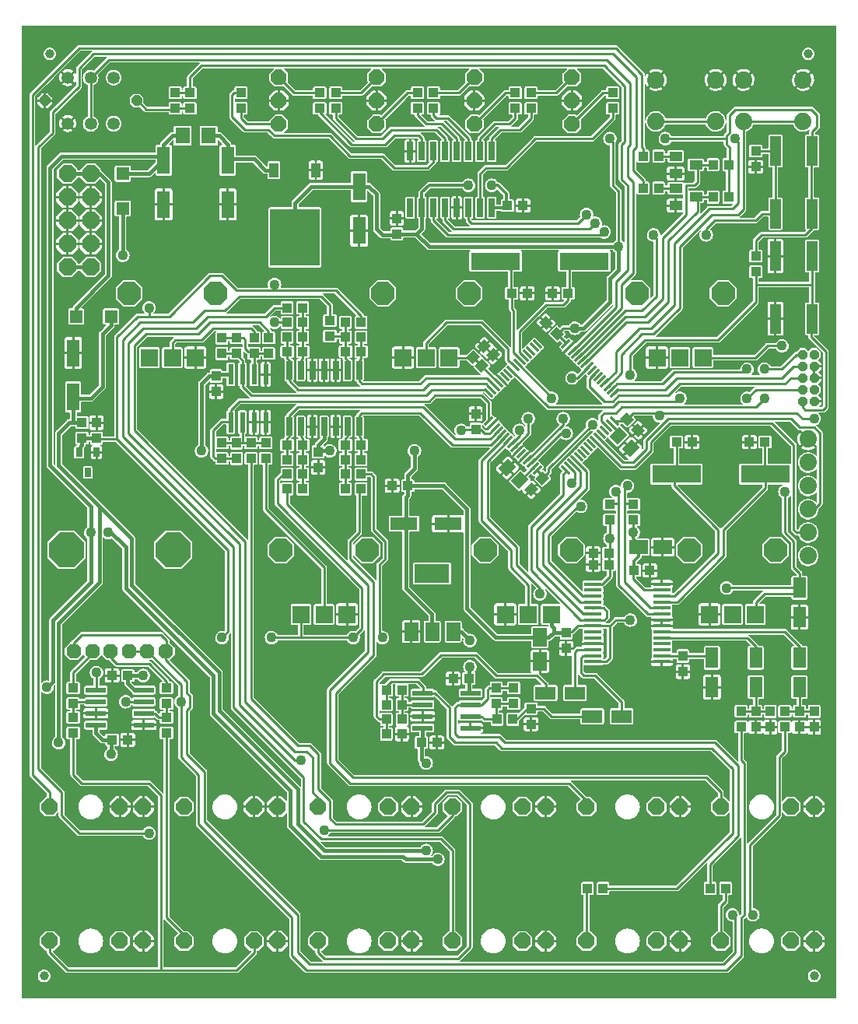
<source format=gbr>
%TF.GenerationSoftware,KiCad,Pcbnew,(6.0.11-0)*%
%TF.CreationDate,2023-05-21T13:26:47+02:00*%
%TF.ProjectId,clouds,636c6f75-6473-42e6-9b69-6361645f7063,rev?*%
%TF.SameCoordinates,Original*%
%TF.FileFunction,Copper,L1,Top*%
%TF.FilePolarity,Positive*%
%FSLAX46Y46*%
G04 Gerber Fmt 4.6, Leading zero omitted, Abs format (unit mm)*
G04 Created by KiCad (PCBNEW (6.0.11-0)) date 2023-05-21 13:26:47*
%MOMM*%
%LPD*%
G01*
G04 APERTURE LIST*
G04 Aperture macros list*
%AMRoundRect*
0 Rectangle with rounded corners*
0 $1 Rounding radius*
0 $2 $3 $4 $5 $6 $7 $8 $9 X,Y pos of 4 corners*
0 Add a 4 corners polygon primitive as box body*
4,1,4,$2,$3,$4,$5,$6,$7,$8,$9,$2,$3,0*
0 Add four circle primitives for the rounded corners*
1,1,$1+$1,$2,$3*
1,1,$1+$1,$4,$5*
1,1,$1+$1,$6,$7*
1,1,$1+$1,$8,$9*
0 Add four rect primitives between the rounded corners*
20,1,$1+$1,$2,$3,$4,$5,0*
20,1,$1+$1,$4,$5,$6,$7,0*
20,1,$1+$1,$6,$7,$8,$9,0*
20,1,$1+$1,$8,$9,$2,$3,0*%
%AMRotRect*
0 Rectangle, with rotation*
0 The origin of the aperture is its center*
0 $1 length*
0 $2 width*
0 $3 Rotation angle, in degrees counterclockwise*
0 Add horizontal line*
21,1,$1,$2,0,0,$3*%
%AMOutline5P*
0 Free polygon, 5 corners , with rotation*
0 The origin of the aperture is its center*
0 number of corners: always 5*
0 $1 to $10 corner X, Y*
0 $11 Rotation angle, in degrees counterclockwise*
0 create outline with 5 corners*
4,1,5,$1,$2,$3,$4,$5,$6,$7,$8,$9,$10,$1,$2,$11*%
%AMOutline6P*
0 Free polygon, 6 corners , with rotation*
0 The origin of the aperture is its center*
0 number of corners: always 6*
0 $1 to $12 corner X, Y*
0 $13 Rotation angle, in degrees counterclockwise*
0 create outline with 6 corners*
4,1,6,$1,$2,$3,$4,$5,$6,$7,$8,$9,$10,$11,$12,$1,$2,$13*%
%AMOutline7P*
0 Free polygon, 7 corners , with rotation*
0 The origin of the aperture is its center*
0 number of corners: always 7*
0 $1 to $14 corner X, Y*
0 $15 Rotation angle, in degrees counterclockwise*
0 create outline with 7 corners*
4,1,7,$1,$2,$3,$4,$5,$6,$7,$8,$9,$10,$11,$12,$13,$14,$1,$2,$15*%
%AMOutline8P*
0 Free polygon, 8 corners , with rotation*
0 The origin of the aperture is its center*
0 number of corners: always 8*
0 $1 to $16 corner X, Y*
0 $17 Rotation angle, in degrees counterclockwise*
0 create outline with 8 corners*
4,1,8,$1,$2,$3,$4,$5,$6,$7,$8,$9,$10,$11,$12,$13,$14,$15,$16,$1,$2,$17*%
G04 Aperture macros list end*
%TA.AperFunction,SMDPad,CuDef*%
%ADD10R,5.334000X1.930400*%
%TD*%
%TA.AperFunction,SMDPad,CuDef*%
%ADD11R,1.100000X1.000000*%
%TD*%
%TA.AperFunction,SMDPad,CuDef*%
%ADD12R,1.200000X3.200000*%
%TD*%
%TA.AperFunction,SMDPad,CuDef*%
%ADD13RotRect,1.100000X1.000000X315.000000*%
%TD*%
%TA.AperFunction,SMDPad,CuDef*%
%ADD14RotRect,1.100000X1.000000X225.000000*%
%TD*%
%TA.AperFunction,SMDPad,CuDef*%
%ADD15R,1.000000X1.100000*%
%TD*%
%TA.AperFunction,SMDPad,CuDef*%
%ADD16RotRect,1.100000X1.000000X45.000000*%
%TD*%
%TA.AperFunction,ComponentPad*%
%ADD17Outline8P,-0.533400X0.220942X-0.220942X0.533400X0.220942X0.533400X0.533400X0.220942X0.533400X-0.220942X0.220942X-0.533400X-0.220942X-0.533400X-0.533400X-0.220942X270.000000*%
%TD*%
%TA.AperFunction,SMDPad,CuDef*%
%ADD18RotRect,1.100000X1.000000X135.000000*%
%TD*%
%TA.AperFunction,SMDPad,CuDef*%
%ADD19RotRect,0.300000X1.200000X135.000000*%
%TD*%
%TA.AperFunction,SMDPad,CuDef*%
%ADD20RotRect,0.300000X1.200000X45.000000*%
%TD*%
%TA.AperFunction,SMDPad,CuDef*%
%ADD21RotRect,0.300000X1.200000X315.000000*%
%TD*%
%TA.AperFunction,SMDPad,CuDef*%
%ADD22RotRect,0.300000X1.200000X225.000000*%
%TD*%
%TA.AperFunction,SMDPad,CuDef*%
%ADD23RotRect,1.300000X1.500000X135.000000*%
%TD*%
%TA.AperFunction,SMDPad,CuDef*%
%ADD24RotRect,1.300000X1.500000X315.000000*%
%TD*%
%TA.AperFunction,ComponentPad*%
%ADD25C,1.879600*%
%TD*%
%TA.AperFunction,SMDPad,CuDef*%
%ADD26R,0.660400X2.032000*%
%TD*%
%TA.AperFunction,SMDPad,CuDef*%
%ADD27R,0.700000X1.000000*%
%TD*%
%TA.AperFunction,SMDPad,CuDef*%
%ADD28R,1.400000X3.000000*%
%TD*%
%TA.AperFunction,SMDPad,CuDef*%
%ADD29R,1.400000X1.400000*%
%TD*%
%TA.AperFunction,ComponentPad*%
%ADD30Outline8P,-0.939800X0.389278X-0.389278X0.939800X0.389278X0.939800X0.939800X0.389278X0.939800X-0.389278X0.389278X-0.939800X-0.389278X-0.939800X-0.939800X-0.389278X90.000000*%
%TD*%
%TA.AperFunction,SMDPad,CuDef*%
%ADD31R,1.905000X0.381000*%
%TD*%
%TA.AperFunction,SMDPad,CuDef*%
%ADD32R,1.400000X2.200000*%
%TD*%
%TA.AperFunction,SMDPad,CuDef*%
%ADD33R,2.200000X1.400000*%
%TD*%
%TA.AperFunction,SMDPad,CuDef*%
%ADD34R,2.200000X0.600000*%
%TD*%
%TA.AperFunction,ComponentPad*%
%ADD35Outline8P,-1.270000X0.526051X-0.526051X1.270000X0.526051X1.270000X1.270000X0.526051X1.270000X-0.526051X0.526051X-1.270000X-0.526051X-1.270000X-1.270000X-0.526051X90.000000*%
%TD*%
%TA.AperFunction,ComponentPad*%
%ADD36R,1.879600X1.879600*%
%TD*%
%TA.AperFunction,SMDPad,CuDef*%
%ADD37R,0.600000X2.200000*%
%TD*%
%TA.AperFunction,ComponentPad*%
%ADD38Outline8P,-0.553200X0.229143X-0.229143X0.553200X0.229143X0.553200X0.553200X0.229143X0.553200X-0.229143X0.229143X-0.553200X-0.229143X-0.553200X-0.553200X-0.229143X0.000000*%
%TD*%
%TA.AperFunction,ComponentPad*%
%ADD39C,1.350000*%
%TD*%
%TA.AperFunction,SMDPad,CuDef*%
%ADD40R,1.400000X1.000000*%
%TD*%
%TA.AperFunction,ComponentPad*%
%ADD41Outline8P,-0.838200X0.347194X-0.347194X0.838200X0.347194X0.838200X0.838200X0.347194X0.838200X-0.347194X0.347194X-0.838200X-0.347194X-0.838200X-0.838200X-0.347194X180.000000*%
%TD*%
%TA.AperFunction,ComponentPad*%
%ADD42Outline8P,-1.905000X0.789077X-0.789077X1.905000X0.789077X1.905000X1.905000X0.789077X1.905000X-0.789077X0.789077X-1.905000X-0.789077X-1.905000X-1.905000X-0.789077X90.000000*%
%TD*%
%TA.AperFunction,ComponentPad*%
%ADD43Outline8P,-0.800000X0.331371X-0.331371X0.800000X0.331371X0.800000X0.800000X0.331371X0.800000X-0.331371X0.331371X-0.800000X-0.331371X-0.800000X-0.800000X-0.331371X0.000000*%
%TD*%
%TA.AperFunction,SMDPad,CuDef*%
%ADD44R,3.000000X1.400000*%
%TD*%
%TA.AperFunction,SMDPad,CuDef*%
%ADD45R,3.810000X2.006600*%
%TD*%
%TA.AperFunction,SMDPad,CuDef*%
%ADD46R,1.498600X2.006600*%
%TD*%
%TA.AperFunction,SMDPad,CuDef*%
%ADD47RoundRect,0.500000X0.000000X0.000000X0.000000X0.000000X0.000000X0.000000X0.000000X0.000000X0*%
%TD*%
%TA.AperFunction,ComponentPad*%
%ADD48Outline8P,-0.889000X0.368236X-0.368236X0.889000X0.368236X0.889000X0.889000X0.368236X0.889000X-0.368236X0.368236X-0.889000X-0.368236X-0.889000X-0.889000X-0.368236X90.000000*%
%TD*%
%TA.AperFunction,SMDPad,CuDef*%
%ADD49R,1.000000X1.600000*%
%TD*%
%TA.AperFunction,SMDPad,CuDef*%
%ADD50R,5.400000X6.200000*%
%TD*%
%TA.AperFunction,SMDPad,CuDef*%
%ADD51R,1.600000X1.803000*%
%TD*%
%TA.AperFunction,SMDPad,CuDef*%
%ADD52R,1.500000X2.000000*%
%TD*%
%TA.AperFunction,SMDPad,CuDef*%
%ADD53R,2.000000X1.500000*%
%TD*%
%TA.AperFunction,ViaPad*%
%ADD54C,1.108000*%
%TD*%
%TA.AperFunction,Conductor*%
%ADD55C,0.254000*%
%TD*%
%TA.AperFunction,Conductor*%
%ADD56C,0.406400*%
%TD*%
%TA.AperFunction,Conductor*%
%ADD57C,0.304800*%
%TD*%
G04 APERTURE END LIST*
D10*
%TO.P,Q3,2*%
%TO.N,N$7*%
X165392100Y-77698600D03*
%TO.P,Q3,1*%
%TO.N,N$8*%
X155740100Y-77698600D03*
%TD*%
D11*
%TO.P,C6,2*%
%TO.N,N$8*%
X157493600Y-81191100D03*
%TO.P,C6,1*%
%TO.N,GND*%
X159193600Y-81191100D03*
%TD*%
D12*
%TO.P,SW5,A*%
%TO.N,GND*%
X186188600Y-77156100D03*
%TO.P,SW5,A'*%
X186188600Y-83956100D03*
%TO.P,SW5,B'*%
%TO.N,RESET*%
X190188600Y-83956100D03*
%TO.P,SW5,B*%
X190188600Y-77156100D03*
%TD*%
D11*
%TO.P,R17,2*%
%TO.N,+3V3*%
X184061100Y-77166100D03*
%TO.P,R17,1*%
%TO.N,RESET*%
X184061100Y-78866100D03*
%TD*%
%TO.P,C7,2*%
%TO.N,N$7*%
X163638600Y-81191100D03*
%TO.P,C7,1*%
%TO.N,GND*%
X161938600Y-81191100D03*
%TD*%
D12*
%TO.P,SW4,A*%
%TO.N,BOOT_FLASH*%
X186188600Y-65726100D03*
%TO.P,SW4,A'*%
X186188600Y-72526100D03*
%TO.P,SW4,B'*%
%TO.N,+3V3*%
X190188600Y-72526100D03*
%TO.P,SW4,B*%
X190188600Y-65726100D03*
%TD*%
D11*
%TO.P,R13,2*%
%TO.N,BOOT_FLASH*%
X184061100Y-65736100D03*
%TO.P,R13,1*%
%TO.N,GND*%
X184061100Y-67436100D03*
%TD*%
D13*
%TO.P,C18,2*%
%TO.N,GND*%
X171263641Y-96079641D03*
%TO.P,C18,1*%
%TO.N,+3V3*%
X170061559Y-94877559D03*
%TD*%
D14*
%TO.P,C25,2*%
%TO.N,GND*%
X159647659Y-102556641D03*
%TO.P,C25,1*%
%TO.N,+3V3*%
X160849741Y-101354559D03*
%TD*%
D15*
%TO.P,C17,2*%
%TO.N,GND*%
X153581100Y-94311100D03*
%TO.P,C17,1*%
%TO.N,+3V3*%
X153581100Y-96011100D03*
%TD*%
D16*
%TO.P,C14,2*%
%TO.N,GND*%
X155452141Y-87892559D03*
%TO.P,C14,1*%
%TO.N,+3V3_A*%
X154250059Y-89094641D03*
%TD*%
%TO.P,C12,2*%
%TO.N,GND*%
X154499641Y-86940059D03*
%TO.P,C12,1*%
%TO.N,+3V3_A*%
X153297559Y-88142141D03*
%TD*%
D15*
%TO.P,C32,2*%
%TO.N,GND*%
X163423600Y-119823600D03*
%TO.P,C32,1*%
%TO.N,+3V3_A*%
X163423600Y-118123600D03*
%TD*%
D17*
%TO.P,JP2,10*%
%TO.N,RESET*%
X189141100Y-92938600D03*
%TO.P,JP2,9*%
%TO.N,GND*%
X190411100Y-92938600D03*
%TO.P,JP2,8*%
%TO.N,JTDI*%
X189141100Y-91668600D03*
%TO.P,JP2,7*%
%TO.N,N/C*%
X190411100Y-91668600D03*
%TO.P,JP2,6*%
%TO.N,JTDO*%
X189141100Y-90398600D03*
%TO.P,JP2,5*%
%TO.N,GND*%
X190411100Y-90398600D03*
%TO.P,JP2,4*%
%TO.N,JTCK*%
X189141100Y-89128600D03*
%TO.P,JP2,3*%
%TO.N,GND*%
X190411100Y-89128600D03*
%TO.P,JP2,2*%
%TO.N,JTMS*%
X189141100Y-87858600D03*
%TO.P,JP2,1*%
%TO.N,+3V3*%
X190411100Y-87858600D03*
%TD*%
D18*
%TO.P,C8,2*%
%TO.N,GND*%
X161235159Y-84400059D03*
%TO.P,C8,1*%
%TO.N,+3V3*%
X162437241Y-85602141D03*
%TD*%
D19*
%TO.P,IC5,64*%
%TO.N,+3V3*%
X163382118Y-86724281D03*
%TO.P,IC5,63*%
%TO.N,GND*%
X163735672Y-87077834D03*
%TO.P,IC5,62*%
%TO.N,LED_REC*%
X164089225Y-87431388D03*
%TO.P,IC5,61*%
%TO.N,SW_REC*%
X164442778Y-87784941D03*
%TO.P,IC5,60*%
%TO.N,BOOT_FLASH*%
X164796332Y-88138494D03*
%TO.P,IC5,59*%
%TO.N,REC*%
X165149885Y-88492048D03*
%TO.P,IC5,58*%
%TO.N,PLAY*%
X165503439Y-88845601D03*
%TO.P,IC5,57*%
%TO.N,LED_DATA*%
X165856992Y-89199155D03*
%TO.P,IC5,56*%
%TO.N,N/C*%
X166210545Y-89552708D03*
%TO.P,IC5,55*%
%TO.N,JTDO*%
X166564099Y-89906261D03*
%TO.P,IC5,54*%
%TO.N,N/C*%
X166917652Y-90259815D03*
%TO.P,IC5,53*%
X167271206Y-90613368D03*
%TO.P,IC5,52*%
%TO.N,SW_MODE*%
X167624759Y-90966922D03*
%TO.P,IC5,51*%
%TO.N,SW_LOAD*%
X167978312Y-91320475D03*
%TO.P,IC5,50*%
%TO.N,JTDI*%
X168331866Y-91674028D03*
%TO.P,IC5,49*%
%TO.N,JTCK*%
X168685419Y-92027582D03*
D20*
%TO.P,IC5,48*%
%TO.N,+3V3*%
X168649498Y-95083697D03*
%TO.P,IC5,47*%
%TO.N,N$13*%
X168295945Y-95437251D03*
%TO.P,IC5,46*%
%TO.N,JTMS*%
X167942391Y-95790804D03*
%TO.P,IC5,45*%
%TO.N,N/C*%
X167588838Y-96144357D03*
%TO.P,IC5,44*%
X167235285Y-96497911D03*
%TO.P,IC5,43*%
%TO.N,RX*%
X166881731Y-96851464D03*
%TO.P,IC5,42*%
%TO.N,TX*%
X166528178Y-97205018D03*
%TO.P,IC5,41*%
%TO.N,N/C*%
X166174624Y-97558571D03*
%TO.P,IC5,40*%
X165821071Y-97912124D03*
%TO.P,IC5,39*%
X165467518Y-98265678D03*
%TO.P,IC5,38*%
X165113964Y-98619231D03*
%TO.P,IC5,37*%
X164760411Y-98972785D03*
%TO.P,IC5,36*%
%TO.N,I2S_SOUT*%
X164406857Y-99326338D03*
%TO.P,IC5,35*%
%TO.N,I2S_SIN*%
X164053304Y-99679891D03*
%TO.P,IC5,34*%
%TO.N,I2S_SCK*%
X163699751Y-100033445D03*
%TO.P,IC5,33*%
%TO.N,I2S_LRCK*%
X163346197Y-100386998D03*
D21*
%TO.P,IC5,32*%
%TO.N,+3V3*%
X160308042Y-100404959D03*
%TO.P,IC5,31*%
%TO.N,N$19*%
X159954489Y-100051405D03*
%TO.P,IC5,30*%
%TO.N,I2C_SDA*%
X159600935Y-99697852D03*
%TO.P,IC5,29*%
%TO.N,I2C_SCL*%
X159247382Y-99344298D03*
%TO.P,IC5,28*%
%TO.N,GND*%
X158893829Y-98990745D03*
%TO.P,IC5,27*%
%TO.N,N/C*%
X158540275Y-98637192D03*
%TO.P,IC5,26*%
%TO.N,GND*%
X158186722Y-98283638D03*
%TO.P,IC5,25*%
%TO.N,LED_SCK*%
X157833169Y-97930085D03*
%TO.P,IC5,24*%
%TO.N,LED_EN*%
X157479615Y-97576531D03*
%TO.P,IC5,23*%
%TO.N,BLEND_POT*%
X157126062Y-97222978D03*
%TO.P,IC5,22*%
%TO.N,TEXTURE_POT*%
X156772508Y-96869425D03*
%TO.P,IC5,21*%
%TO.N,BLEND_CV*%
X156418955Y-96515871D03*
%TO.P,IC5,20*%
%TO.N,V_OCT*%
X156065402Y-96162318D03*
%TO.P,IC5,19*%
%TO.N,+3V3*%
X155711848Y-95808765D03*
%TO.P,IC5,18*%
%TO.N,GND*%
X155358295Y-95455211D03*
%TO.P,IC5,17*%
%TO.N,DENSITY_CV*%
X155004741Y-95101658D03*
D22*
%TO.P,IC5,16*%
%TO.N,POSITION_POT_CV*%
X154986781Y-92027582D03*
%TO.P,IC5,15*%
%TO.N,SIZE_CV*%
X155340334Y-91674028D03*
%TO.P,IC5,14*%
%TO.N,TEXTURE_CV*%
X155693888Y-91320475D03*
%TO.P,IC5,13*%
%TO.N,+3V3_A*%
X156047441Y-90966922D03*
%TO.P,IC5,12*%
%TO.N,GND*%
X156400994Y-90613368D03*
%TO.P,IC5,11*%
%TO.N,N/C*%
X156754548Y-90259815D03*
%TO.P,IC5,10*%
X157108101Y-89906261D03*
%TO.P,IC5,9*%
%TO.N,PITCH_POT*%
X157461655Y-89552708D03*
%TO.P,IC5,8*%
%TO.N,SIZE_POT*%
X157815208Y-89199155D03*
%TO.P,IC5,7*%
%TO.N,RESET*%
X158168761Y-88845601D03*
%TO.P,IC5,6*%
%TO.N,N$8*%
X158522315Y-88492048D03*
%TO.P,IC5,5*%
%TO.N,N$7*%
X158875868Y-88138494D03*
%TO.P,IC5,4*%
%TO.N,N/C*%
X159229422Y-87784941D03*
%TO.P,IC5,3*%
X159582975Y-87431388D03*
%TO.P,IC5,2*%
X159936528Y-87077834D03*
%TO.P,IC5,1*%
%TO.N,VBAT*%
X160290082Y-86724281D03*
%TD*%
D23*
%TO.P,C24,2*%
%TO.N,GND*%
X157036849Y-100204349D03*
%TO.P,C24,1*%
%TO.N,N$19*%
X158380351Y-101547851D03*
%TD*%
D24*
%TO.P,C19,2*%
%TO.N,GND*%
X170445351Y-98055351D03*
%TO.P,C19,1*%
%TO.N,N$13*%
X169101849Y-96711849D03*
%TD*%
D11*
%TO.P,C30,2*%
%TO.N,GND*%
X166383600Y-110718600D03*
%TO.P,C30,1*%
%TO.N,+3V3*%
X168083600Y-110718600D03*
%TD*%
D25*
%TO.P,JP1,6*%
%TO.N,N/C*%
X189776100Y-109766100D03*
%TO.P,JP1,5*%
%TO.N,TX*%
X189776100Y-107226100D03*
%TO.P,JP1,4*%
%TO.N,RX*%
X189776100Y-104686100D03*
%TO.P,JP1,3*%
%TO.N,N/C*%
X189776100Y-102146100D03*
%TO.P,JP1,2*%
X189776100Y-99606100D03*
%TO.P,JP1,1*%
%TO.N,GND*%
X189776100Y-97066100D03*
%TD*%
D26*
%TO.P,IC4,8*%
%TO.N,TEXTURE_CV*%
X140881100Y-89547700D03*
%TO.P,IC4,7*%
%TO.N,BLEND_CV*%
X140881100Y-95694500D03*
%TO.P,IC4,9*%
%TO.N,N$5*%
X139611100Y-89547700D03*
%TO.P,IC4,10*%
%TO.N,GND*%
X138341100Y-89547700D03*
%TO.P,IC4,6*%
%TO.N,N$15*%
X139611100Y-95694500D03*
%TO.P,IC4,5*%
%TO.N,GND*%
X138341100Y-95694500D03*
%TO.P,IC4,11*%
X137071100Y-89547700D03*
%TO.P,IC4,4*%
%TO.N,+3V3_A*%
X137071100Y-95694500D03*
%TO.P,IC4,12*%
%TO.N,GND*%
X135801100Y-89547700D03*
%TO.P,IC4,13*%
%TO.N,N$2*%
X134531100Y-89547700D03*
%TO.P,IC4,3*%
%TO.N,GND*%
X135801100Y-95694500D03*
%TO.P,IC4,2*%
%TO.N,N$11*%
X134531100Y-95694500D03*
%TO.P,IC4,14*%
%TO.N,SIZE_CV*%
X133261100Y-89547700D03*
%TO.P,IC4,1*%
%TO.N,V_OCT*%
X133261100Y-95694500D03*
%TD*%
D15*
%TO.P,R21,2*%
%TO.N,N$1*%
X133046100Y-82778600D03*
%TO.P,R21,1*%
%TO.N,N$2*%
X134746100Y-82778600D03*
%TD*%
%TO.P,R25,2*%
%TO.N,N$2*%
X134746100Y-85953600D03*
%TO.P,R25,1*%
%TO.N,SIZE_CV*%
X133046100Y-85953600D03*
%TD*%
%TO.P,R22,2*%
%TO.N,AREF_-10*%
X133046100Y-84366100D03*
%TO.P,R22,1*%
%TO.N,N$2*%
X134746100Y-84366100D03*
%TD*%
D11*
%TO.P,C10,2*%
%TO.N,SIZE_CV*%
X133046100Y-87541100D03*
%TO.P,C10,1*%
%TO.N,N$2*%
X134746100Y-87541100D03*
%TD*%
%TO.P,R24,2*%
%TO.N,N$4*%
X137706100Y-84151100D03*
%TO.P,R24,1*%
%TO.N,N$5*%
X137706100Y-85851100D03*
%TD*%
D15*
%TO.P,R26,2*%
%TO.N,N$5*%
X139396100Y-85953600D03*
%TO.P,R26,1*%
%TO.N,TEXTURE_CV*%
X141096100Y-85953600D03*
%TD*%
%TO.P,R23,2*%
%TO.N,AREF_-10*%
X141096100Y-84366100D03*
%TO.P,R23,1*%
%TO.N,N$5*%
X139396100Y-84366100D03*
%TD*%
D11*
%TO.P,C11,2*%
%TO.N,TEXTURE_CV*%
X141096100Y-87541100D03*
%TO.P,C11,1*%
%TO.N,N$5*%
X139396100Y-87541100D03*
%TD*%
D15*
%TO.P,R38,2*%
%TO.N,N$10*%
X133046100Y-102463600D03*
%TO.P,R38,1*%
%TO.N,N$11*%
X134746100Y-102463600D03*
%TD*%
%TO.P,R34,2*%
%TO.N,N$11*%
X134746100Y-99288600D03*
%TO.P,R34,1*%
%TO.N,V_OCT*%
X133046100Y-99288600D03*
%TD*%
%TO.P,R36,2*%
%TO.N,AREF_-10*%
X133046100Y-100876100D03*
%TO.P,R36,1*%
%TO.N,N$11*%
X134746100Y-100876100D03*
%TD*%
D11*
%TO.P,C20,2*%
%TO.N,V_OCT*%
X133046100Y-97701100D03*
%TO.P,C20,1*%
%TO.N,N$11*%
X134746100Y-97701100D03*
%TD*%
D15*
%TO.P,R39,2*%
%TO.N,N$6*%
X141096100Y-102463600D03*
%TO.P,R39,1*%
%TO.N,N$15*%
X139396100Y-102463600D03*
%TD*%
%TO.P,R35,2*%
%TO.N,N$15*%
X139396100Y-99288600D03*
%TO.P,R35,1*%
%TO.N,BLEND_CV*%
X141096100Y-99288600D03*
%TD*%
D11*
%TO.P,C21,2*%
%TO.N,BLEND_CV*%
X141096100Y-97701100D03*
%TO.P,C21,1*%
%TO.N,N$15*%
X139396100Y-97701100D03*
%TD*%
D27*
%TO.P,IC6,1*%
%TO.N,GND*%
X112303600Y-98506100D03*
%TO.P,IC6,2*%
%TO.N,AREF_-10*%
X110403600Y-98506100D03*
%TO.P,IC6,3*%
%TO.N,N/C*%
X111353600Y-100706100D03*
%TD*%
D11*
%TO.P,R30,2*%
%TO.N,AREF_-10*%
X110718600Y-96963600D03*
%TO.P,R30,1*%
%TO.N,VEE*%
X110718600Y-95263600D03*
%TD*%
D15*
%TO.P,C16,2*%
%TO.N,GND*%
X112306100Y-95263600D03*
%TO.P,C16,1*%
%TO.N,AREF_-10*%
X112306100Y-96963600D03*
%TD*%
D28*
%TO.P,C1,+*%
%TO.N,VCC*%
X119608600Y-66726100D03*
%TO.P,C1,-*%
%TO.N,GND*%
X119608600Y-71526100D03*
%TD*%
%TO.P,C13,+*%
%TO.N,GND*%
X109766100Y-87681100D03*
%TO.P,C13,-*%
%TO.N,VEE*%
X109766100Y-92481100D03*
%TD*%
%TO.P,C4,+*%
%TO.N,+3V3*%
X140881100Y-69583600D03*
%TO.P,C4,-*%
%TO.N,GND*%
X140881100Y-74383600D03*
%TD*%
D11*
%TO.P,C3,2*%
%TO.N,GND*%
X158717300Y-71666100D03*
%TO.P,C3,1*%
%TO.N,+3V3*%
X157017300Y-71666100D03*
%TD*%
D29*
%TO.P,D1,A*%
%TO.N,N$56*%
X115163600Y-71978600D03*
%TO.P,D1,C*%
%TO.N,VCC*%
X115163600Y-68178600D03*
%TD*%
%TO.P,D2,A*%
%TO.N,VEE*%
X113888600Y-83731100D03*
%TO.P,D2,C*%
%TO.N,N$64*%
X110088600Y-83731100D03*
%TD*%
D30*
%TO.P,JP3,10*%
%TO.N,N$64*%
X111671100Y-68173600D03*
%TO.P,JP3,9*%
X109131100Y-68173600D03*
%TO.P,JP3,8*%
%TO.N,GND*%
X111671100Y-70713600D03*
%TO.P,JP3,7*%
X109131100Y-70713600D03*
%TO.P,JP3,6*%
X111671100Y-73253600D03*
%TO.P,JP3,5*%
X109131100Y-73253600D03*
%TO.P,JP3,4*%
X111671100Y-75793600D03*
%TO.P,JP3,3*%
X109131100Y-75793600D03*
%TO.P,JP3,2*%
%TO.N,N$56*%
X111671100Y-78333600D03*
%TO.P,JP3,1*%
X109131100Y-78333600D03*
%TD*%
D15*
%TO.P,R37,2*%
%TO.N,AREF_-10*%
X141096100Y-100876100D03*
%TO.P,R37,1*%
%TO.N,N$15*%
X139396100Y-100876100D03*
%TD*%
%TO.P,C23,2*%
%TO.N,GND*%
X136436100Y-100138600D03*
%TO.P,C23,1*%
%TO.N,+3V3_A*%
X136436100Y-98438600D03*
%TD*%
D31*
%TO.P,IC8,28*%
%TO.N,GND*%
X173843300Y-112836100D03*
%TO.P,IC8,27*%
%TO.N,+3V3*%
X173843300Y-113486100D03*
%TO.P,IC8,26*%
%TO.N,N$59*%
X173843300Y-114136100D03*
%TO.P,IC8,25*%
%TO.N,N$60*%
X173843300Y-114786100D03*
%TO.P,IC8,24*%
%TO.N,I2C_SCL*%
X173843300Y-115436100D03*
%TO.P,IC8,23*%
%TO.N,I2C_SDA*%
X173843300Y-116086100D03*
%TO.P,IC8,22*%
%TO.N,GND*%
X173843300Y-116736100D03*
%TO.P,IC8,21*%
X173843300Y-117386100D03*
%TO.P,IC8,20*%
%TO.N,LIN*%
X173843300Y-118036100D03*
%TO.P,IC8,19*%
%TO.N,RIN*%
X173843300Y-118686100D03*
%TO.P,IC8,18*%
%TO.N,N/C*%
X173843300Y-119336100D03*
%TO.P,IC8,17*%
X173843300Y-119986100D03*
%TO.P,IC8,16*%
%TO.N,N$17*%
X173843300Y-120636100D03*
%TO.P,IC8,15*%
%TO.N,GND*%
X173843300Y-121286100D03*
%TO.P,IC8,14*%
%TO.N,+3V3_A*%
X166338900Y-121286100D03*
%TO.P,IC8,13*%
%TO.N,ROUT*%
X166338900Y-120636100D03*
%TO.P,IC8,12*%
%TO.N,LOUT*%
X166338900Y-119986100D03*
%TO.P,IC8,11*%
%TO.N,GND*%
X166338900Y-119336100D03*
%TO.P,IC8,10*%
%TO.N,N/C*%
X166338900Y-118686100D03*
%TO.P,IC8,9*%
X166338900Y-118036100D03*
%TO.P,IC8,8*%
%TO.N,+3V3_A*%
X166338900Y-117386100D03*
%TO.P,IC8,7*%
%TO.N,I2S_LRCK*%
X166338900Y-116736100D03*
%TO.P,IC8,6*%
%TO.N,I2S_SIN*%
X166338900Y-116086100D03*
%TO.P,IC8,5*%
%TO.N,I2S_LRCK*%
X166338900Y-115436100D03*
%TO.P,IC8,4*%
%TO.N,I2S_SOUT*%
X166338900Y-114786100D03*
%TO.P,IC8,3*%
%TO.N,I2S_SCK*%
X166338900Y-114136100D03*
%TO.P,IC8,2*%
%TO.N,N/C*%
X166338900Y-113486100D03*
%TO.P,IC8,1*%
%TO.N,+3V3*%
X166338900Y-112836100D03*
%TD*%
D11*
%TO.P,C29,2*%
%TO.N,GND*%
X172528600Y-111353600D03*
%TO.P,C29,1*%
%TO.N,+3V3*%
X170828600Y-111353600D03*
%TD*%
D15*
%TO.P,C34,2*%
%TO.N,GND*%
X176123600Y-122363600D03*
%TO.P,C34,1*%
%TO.N,N$17*%
X176123600Y-120663600D03*
%TD*%
D32*
%TO.P,C35,+*%
%TO.N,N$17*%
X179298600Y-120866100D03*
%TO.P,C35,-*%
%TO.N,GND*%
X179298600Y-124066100D03*
%TD*%
D11*
%TO.P,R53,2*%
%TO.N,N$42*%
X182473600Y-128396100D03*
%TO.P,R53,1*%
%TO.N,N$22*%
X182473600Y-126696100D03*
%TD*%
%TO.P,R54,2*%
%TO.N,N$22*%
X184061100Y-126696100D03*
%TO.P,R54,1*%
%TO.N,GND*%
X184061100Y-128396100D03*
%TD*%
D15*
%TO.P,C43,2*%
%TO.N,GND*%
X185648600Y-128396100D03*
%TO.P,C43,1*%
%TO.N,N$22*%
X185648600Y-126696100D03*
%TD*%
D11*
%TO.P,R55,2*%
%TO.N,N$51*%
X187236100Y-128396100D03*
%TO.P,R55,1*%
%TO.N,N$18*%
X187236100Y-126696100D03*
%TD*%
%TO.P,R56,2*%
%TO.N,N$18*%
X188823600Y-126696100D03*
%TO.P,R56,1*%
%TO.N,GND*%
X188823600Y-128396100D03*
%TD*%
D15*
%TO.P,C44,2*%
%TO.N,GND*%
X190411100Y-128396100D03*
%TO.P,C44,1*%
%TO.N,N$18*%
X190411100Y-126696100D03*
%TD*%
D32*
%TO.P,C36,+*%
%TO.N,RIN*%
X184061100Y-120866100D03*
%TO.P,C36,-*%
%TO.N,N$22*%
X184061100Y-124066100D03*
%TD*%
%TO.P,C37,+*%
%TO.N,LIN*%
X188823600Y-120866100D03*
%TO.P,C37,-*%
%TO.N,N$18*%
X188823600Y-124066100D03*
%TD*%
D33*
%TO.P,C41,+*%
%TO.N,ROUT*%
X169468600Y-127228600D03*
%TO.P,C41,-*%
%TO.N,N$23*%
X166268600Y-127228600D03*
%TD*%
D11*
%TO.P,R50,2*%
%TO.N,N$23*%
X159613600Y-126378600D03*
%TO.P,R50,1*%
%TO.N,GND*%
X159613600Y-128078600D03*
%TD*%
D15*
%TO.P,R52,2*%
%TO.N,N$23*%
X157606100Y-127546100D03*
%TO.P,R52,1*%
%TO.N,N$25*%
X155906100Y-127546100D03*
%TD*%
D34*
%TO.P,IC10,5*%
%TO.N,GND*%
X153006100Y-128498600D03*
%TO.P,IC10,6*%
%TO.N,N$25*%
X153006100Y-127228600D03*
%TO.P,IC10,8*%
%TO.N,VCC*%
X153006100Y-124688600D03*
%TO.P,IC10,4*%
%TO.N,VEE*%
X147806100Y-128498600D03*
%TO.P,IC10,3*%
%TO.N,GND*%
X147806100Y-127228600D03*
%TO.P,IC10,1*%
%TO.N,N$33*%
X147806100Y-124688600D03*
%TO.P,IC10,7*%
%TO.N,N$28*%
X153006100Y-125958600D03*
%TO.P,IC10,2*%
%TO.N,N$32*%
X147806100Y-125958600D03*
%TD*%
D11*
%TO.P,R48,2*%
%TO.N,N$25*%
X157708600Y-125856100D03*
%TO.P,R48,1*%
%TO.N,N$28*%
X157708600Y-124156100D03*
%TD*%
D15*
%TO.P,C42,2*%
%TO.N,N$28*%
X155803600Y-124156100D03*
%TO.P,C42,1*%
%TO.N,N$25*%
X155803600Y-125856100D03*
%TD*%
%TO.P,R62,2*%
%TO.N,N$28*%
X179083600Y-145961100D03*
%TO.P,R62,1*%
%TO.N,ROUT_JACK*%
X180783600Y-145961100D03*
%TD*%
D33*
%TO.P,C33,+*%
%TO.N,LOUT*%
X164388600Y-124688600D03*
%TO.P,C33,-*%
%TO.N,N$31*%
X161188600Y-124688600D03*
%TD*%
D15*
%TO.P,R59,2*%
%TO.N,N$31*%
X143841100Y-129133600D03*
%TO.P,R59,1*%
%TO.N,GND*%
X145541100Y-129133600D03*
%TD*%
%TO.P,R51,2*%
%TO.N,N$31*%
X143841100Y-127546100D03*
%TO.P,R51,1*%
%TO.N,N$32*%
X145541100Y-127546100D03*
%TD*%
%TO.P,R49,2*%
%TO.N,N$32*%
X145541100Y-125958600D03*
%TO.P,R49,1*%
%TO.N,N$33*%
X143841100Y-125958600D03*
%TD*%
D11*
%TO.P,C40,2*%
%TO.N,N$33*%
X143841100Y-124371100D03*
%TO.P,C40,1*%
%TO.N,N$32*%
X145541100Y-124371100D03*
%TD*%
D15*
%TO.P,R61,2*%
%TO.N,N$33*%
X167448600Y-145961100D03*
%TO.P,R61,1*%
%TO.N,LOUT_JACK*%
X165748600Y-145961100D03*
%TD*%
D11*
%TO.P,C39,2*%
%TO.N,GND*%
X151143600Y-123101100D03*
%TO.P,C39,1*%
%TO.N,VCC*%
X152843600Y-123101100D03*
%TD*%
%TO.P,C46,2*%
%TO.N,VEE*%
X147651100Y-130086100D03*
%TO.P,C46,1*%
%TO.N,GND*%
X149351100Y-130086100D03*
%TD*%
%TO.P,R40,2*%
%TO.N,+3V3*%
X170726100Y-105853600D03*
%TO.P,R40,1*%
%TO.N,I2C_SCL*%
X170726100Y-104153600D03*
%TD*%
%TO.P,R41,2*%
%TO.N,+3V3*%
X168186100Y-105853600D03*
%TO.P,R41,1*%
%TO.N,I2C_SDA*%
X168186100Y-104153600D03*
%TD*%
D35*
%TO.P,R43,P$5*%
%TO.N,N/C*%
X132371100Y-109131100D03*
%TO.P,R43,P$4*%
X141771100Y-109131100D03*
D36*
%TO.P,R43,P$3*%
%TO.N,AREF_-10*%
X134571100Y-116131100D03*
%TO.P,R43,P$2*%
%TO.N,N$26*%
X137071100Y-116131100D03*
%TO.P,R43,P$1*%
%TO.N,GND*%
X139571100Y-116131100D03*
%TD*%
D11*
%TO.P,R32,2*%
%TO.N,N$14*%
X129133600Y-99186100D03*
%TO.P,R32,1*%
%TO.N,N$24*%
X129133600Y-97486100D03*
%TD*%
%TO.P,R31,2*%
%TO.N,N$24*%
X125958600Y-97486100D03*
%TO.P,R31,1*%
%TO.N,DENSITY_CV*%
X125958600Y-99186100D03*
%TD*%
%TO.P,R33,2*%
%TO.N,N$26*%
X130721100Y-99186100D03*
%TO.P,R33,1*%
%TO.N,N$24*%
X130721100Y-97486100D03*
%TD*%
D15*
%TO.P,C22,2*%
%TO.N,DENSITY_CV*%
X127546100Y-99186100D03*
%TO.P,C22,1*%
%TO.N,N$24*%
X127546100Y-97486100D03*
%TD*%
D11*
%TO.P,R29,2*%
%TO.N,N$27*%
X131038600Y-86056100D03*
%TO.P,R29,1*%
%TO.N,N$30*%
X131038600Y-87756100D03*
%TD*%
%TO.P,R27,2*%
%TO.N,N$30*%
X127546100Y-86056100D03*
%TO.P,R27,1*%
%TO.N,POSITION_POT_CV*%
X127546100Y-87756100D03*
%TD*%
D15*
%TO.P,C9,2*%
%TO.N,POSITION_POT_CV*%
X125958600Y-87756100D03*
%TO.P,C9,1*%
%TO.N,N$30*%
X125958600Y-86056100D03*
%TD*%
D35*
%TO.P,R18,P$5*%
%TO.N,N/C*%
X115861100Y-81191100D03*
%TO.P,R18,P$4*%
X125261100Y-81191100D03*
D36*
%TO.P,R18,P$3*%
%TO.N,AREF_-10*%
X118061100Y-88191100D03*
%TO.P,R18,P$2*%
%TO.N,N$35*%
X120561100Y-88191100D03*
%TO.P,R18,P$1*%
%TO.N,GND*%
X123061100Y-88191100D03*
%TD*%
D11*
%TO.P,R28,2*%
%TO.N,N$35*%
X129451100Y-86056100D03*
%TO.P,R28,1*%
%TO.N,N$30*%
X129451100Y-87756100D03*
%TD*%
D37*
%TO.P,IC3,5*%
%TO.N,GND*%
X130721100Y-90021100D03*
%TO.P,IC3,6*%
%TO.N,N$30*%
X129451100Y-90021100D03*
%TO.P,IC3,8*%
%TO.N,+3V3_A*%
X126911100Y-90021100D03*
%TO.P,IC3,4*%
%TO.N,GND*%
X130721100Y-95221100D03*
%TO.P,IC3,3*%
X129451100Y-95221100D03*
%TO.P,IC3,1*%
%TO.N,DENSITY_CV*%
X126911100Y-95221100D03*
%TO.P,IC3,7*%
%TO.N,POSITION_POT_CV*%
X128181100Y-90021100D03*
%TO.P,IC3,2*%
%TO.N,N$24*%
X128181100Y-95221100D03*
%TD*%
D38*
%TO.P,SW1,L1*%
%TO.N,N$38*%
X116671100Y-60236100D03*
%TO.P,SW1,L2*%
%TO.N,GND*%
X106671100Y-60236100D03*
D39*
%TO.P,SW1,P1*%
%TO.N,N/C*%
X114171100Y-57736100D03*
%TO.P,SW1,P4*%
X114171100Y-62736100D03*
%TO.P,SW1,P5*%
%TO.N,SW_REC*%
X111671100Y-62736100D03*
%TO.P,SW1,P6*%
%TO.N,GND*%
X109171100Y-62736100D03*
%TO.P,SW1,P3*%
X109171100Y-57736100D03*
%TO.P,SW1,P2*%
%TO.N,SW_REC*%
X111671100Y-57736100D03*
%TD*%
D40*
%TO.P,Q1,B*%
%TO.N,N$66*%
X175341100Y-66271100D03*
%TO.P,Q1,E*%
%TO.N,GND*%
X175341100Y-68171100D03*
%TO.P,Q1,C*%
%TO.N,REC*%
X177541100Y-67221100D03*
%TD*%
D15*
%TO.P,R12,2*%
%TO.N,N$66*%
X173481100Y-66268600D03*
%TO.P,R12,1*%
%TO.N,N$57*%
X171781100Y-66268600D03*
%TD*%
D40*
%TO.P,Q2,B*%
%TO.N,N$37*%
X175341100Y-69763600D03*
%TO.P,Q2,E*%
%TO.N,GND*%
X175341100Y-71663600D03*
%TO.P,Q2,C*%
%TO.N,PLAY*%
X177541100Y-70713600D03*
%TD*%
D15*
%TO.P,R15,2*%
%TO.N,N$37*%
X173481100Y-69761100D03*
%TO.P,R15,1*%
%TO.N,N$36*%
X171781100Y-69761100D03*
%TD*%
%TO.P,R16,2*%
%TO.N,+3V3*%
X181101100Y-70713600D03*
%TO.P,R16,1*%
%TO.N,PLAY*%
X179401100Y-70713600D03*
%TD*%
%TO.P,R14,2*%
%TO.N,+3V3*%
X181101100Y-67221100D03*
%TO.P,R14,1*%
%TO.N,REC*%
X179401100Y-67221100D03*
%TD*%
D11*
%TO.P,R2,2*%
%TO.N,N$38*%
X122466100Y-61086100D03*
%TO.P,R2,1*%
%TO.N,LED_REC*%
X122466100Y-59386100D03*
%TD*%
D15*
%TO.P,C15,2*%
%TO.N,GND*%
X125323600Y-91883600D03*
%TO.P,C15,1*%
%TO.N,+3V3_A*%
X125323600Y-90183600D03*
%TD*%
D35*
%TO.P,R19,P$5*%
%TO.N,N/C*%
X143483600Y-81191100D03*
%TO.P,R19,P$4*%
X152883600Y-81191100D03*
D36*
%TO.P,R19,P$3*%
%TO.N,GND*%
X145683600Y-88191100D03*
%TO.P,R19,P$2*%
%TO.N,SIZE_POT*%
X148183600Y-88191100D03*
%TO.P,R19,P$1*%
%TO.N,+3V3_A*%
X150683600Y-88191100D03*
%TD*%
D35*
%TO.P,R44,P$5*%
%TO.N,N/C*%
X154596100Y-109131100D03*
%TO.P,R44,P$4*%
X163996100Y-109131100D03*
D36*
%TO.P,R44,P$3*%
%TO.N,GND*%
X156796100Y-116131100D03*
%TO.P,R44,P$2*%
%TO.N,TEXTURE_POT*%
X159296100Y-116131100D03*
%TO.P,R44,P$1*%
%TO.N,+3V3_A*%
X161796100Y-116131100D03*
%TD*%
D35*
%TO.P,R20,P$5*%
%TO.N,N/C*%
X171106100Y-81191100D03*
%TO.P,R20,P$4*%
X180506100Y-81191100D03*
D36*
%TO.P,R20,P$3*%
%TO.N,GND*%
X173306100Y-88191100D03*
%TO.P,R20,P$2*%
%TO.N,PITCH_POT*%
X175806100Y-88191100D03*
%TO.P,R20,P$1*%
%TO.N,+3V3_A*%
X178306100Y-88191100D03*
%TD*%
D35*
%TO.P,R45,P$5*%
%TO.N,N/C*%
X176821100Y-109131100D03*
%TO.P,R45,P$4*%
X186221100Y-109131100D03*
D36*
%TO.P,R45,P$3*%
%TO.N,GND*%
X179021100Y-116131100D03*
%TO.P,R45,P$2*%
%TO.N,BLEND_POT*%
X181521100Y-116131100D03*
%TO.P,R45,P$1*%
%TO.N,+3V3_A*%
X184021100Y-116131100D03*
%TD*%
D25*
%TO.P,SW2,4*%
%TO.N,SW_MODE*%
X179692300Y-62496700D03*
%TO.P,SW2,3*%
X173189900Y-62496700D03*
%TO.P,SW2,2*%
%TO.N,GND*%
X179692300Y-57975500D03*
%TO.P,SW2,1*%
X173189900Y-57975500D03*
%TD*%
%TO.P,SW3,4*%
%TO.N,SW_LOAD*%
X189217300Y-62496700D03*
%TO.P,SW3,3*%
X182714900Y-62496700D03*
%TO.P,SW3,2*%
%TO.N,GND*%
X189217300Y-57975500D03*
%TO.P,SW3,1*%
X182714900Y-57975500D03*
%TD*%
D41*
%TO.P,LED4,3*%
%TO.N,N$9*%
X164058600Y-57696100D03*
%TO.P,LED4,1*%
%TO.N,N$12*%
X164058600Y-62776100D03*
%TO.P,LED4,2*%
%TO.N,GND*%
X164058600Y-60236100D03*
%TD*%
%TO.P,LED3,3*%
%TO.N,N$29*%
X153422300Y-57696100D03*
%TO.P,LED3,1*%
%TO.N,N$16*%
X153422300Y-62776100D03*
%TO.P,LED3,2*%
%TO.N,GND*%
X153422300Y-60236100D03*
%TD*%
%TO.P,LED2,3*%
%TO.N,N$39*%
X142786000Y-57696100D03*
%TO.P,LED2,1*%
%TO.N,N$34*%
X142786000Y-62776100D03*
%TO.P,LED2,2*%
%TO.N,GND*%
X142786000Y-60236100D03*
%TD*%
%TO.P,LED1,3*%
%TO.N,N$41*%
X132149800Y-57696100D03*
%TO.P,LED1,1*%
%TO.N,N$40*%
X132149800Y-62776100D03*
%TO.P,LED1,2*%
%TO.N,GND*%
X132149800Y-60236100D03*
%TD*%
D26*
%TO.P,IC1,9*%
%TO.N,N/C*%
X146437300Y-71882000D03*
%TO.P,IC1,8*%
%TO.N,GND*%
X146437300Y-65735200D03*
%TO.P,IC1,10*%
%TO.N,+3V3*%
X147707300Y-71882000D03*
%TO.P,IC1,11*%
%TO.N,LED_SCK*%
X148977300Y-71882000D03*
%TO.P,IC1,7*%
%TO.N,N$50*%
X147707300Y-65735200D03*
%TO.P,IC1,6*%
%TO.N,N$49*%
X148977300Y-65735200D03*
%TO.P,IC1,12*%
%TO.N,LED_EN*%
X150247300Y-71882000D03*
%TO.P,IC1,5*%
%TO.N,N$48*%
X150247300Y-65735200D03*
%TO.P,IC1,13*%
%TO.N,GND*%
X151517300Y-71882000D03*
%TO.P,IC1,4*%
%TO.N,N$47*%
X151517300Y-65735200D03*
%TO.P,IC1,14*%
%TO.N,LED_DATA*%
X152787300Y-71882000D03*
%TO.P,IC1,15*%
%TO.N,N$43*%
X154057300Y-71882000D03*
%TO.P,IC1,3*%
%TO.N,N$46*%
X152787300Y-65735200D03*
%TO.P,IC1,2*%
%TO.N,N$45*%
X154057300Y-65735200D03*
%TO.P,IC1,16*%
%TO.N,+3V3*%
X155327300Y-71882000D03*
%TO.P,IC1,1*%
%TO.N,N$44*%
X155327300Y-65735200D03*
%TD*%
D11*
%TO.P,R10,2*%
%TO.N,N$43*%
X168503600Y-61086100D03*
%TO.P,R10,1*%
%TO.N,N$12*%
X168503600Y-59386100D03*
%TD*%
%TO.P,R9,2*%
%TO.N,N$44*%
X159613600Y-61086100D03*
%TO.P,R9,1*%
%TO.N,N$9*%
X159613600Y-59386100D03*
%TD*%
%TO.P,R8,2*%
%TO.N,N$45*%
X157867300Y-61086100D03*
%TO.P,R8,1*%
%TO.N,N$16*%
X157867300Y-59386100D03*
%TD*%
%TO.P,R7,2*%
%TO.N,N$46*%
X148977300Y-61086100D03*
%TO.P,R7,1*%
%TO.N,N$29*%
X148977300Y-59386100D03*
%TD*%
%TO.P,R6,2*%
%TO.N,N$47*%
X147231000Y-61086100D03*
%TO.P,R6,1*%
%TO.N,N$34*%
X147231000Y-59386100D03*
%TD*%
%TO.P,R5,2*%
%TO.N,N$48*%
X138341000Y-61086100D03*
%TO.P,R5,1*%
%TO.N,N$39*%
X138341000Y-59386100D03*
%TD*%
%TO.P,R3,2*%
%TO.N,N$49*%
X128022300Y-59386100D03*
%TO.P,R3,1*%
%TO.N,N$40*%
X128022300Y-61086100D03*
%TD*%
%TO.P,R4,2*%
%TO.N,N$50*%
X136594800Y-61086100D03*
%TO.P,R4,1*%
%TO.N,N$41*%
X136594800Y-59386100D03*
%TD*%
D42*
%TO.P,R42,P$1*%
%TO.N,N/C*%
X120646100Y-109131100D03*
%TO.P,R42,P$5*%
X109046100Y-109131100D03*
D43*
%TO.P,R42,3*%
%TO.N,N$51*%
X119846100Y-120131100D03*
%TO.P,R42,2*%
X109846100Y-120131100D03*
%TO.P,R42,3P*%
%TO.N,N$42*%
X117846100Y-120131100D03*
%TO.P,R42,2P*%
X115846100Y-120131100D03*
%TO.P,R42,1*%
%TO.N,N$53*%
X111846100Y-120131100D03*
%TO.P,R42,1P*%
%TO.N,N$52*%
X113846100Y-120131100D03*
%TD*%
D11*
%TO.P,R47,2*%
%TO.N,N$54*%
X119926100Y-125856100D03*
%TO.P,R47,1*%
%TO.N,N$52*%
X119926100Y-124156100D03*
%TD*%
%TO.P,R46,2*%
%TO.N,N$58*%
X109766100Y-125856100D03*
%TO.P,R46,1*%
%TO.N,N$53*%
X109766100Y-124156100D03*
%TD*%
D34*
%TO.P,IC9,5*%
%TO.N,GND*%
X117446100Y-128181100D03*
%TO.P,IC9,6*%
%TO.N,N$54*%
X117446100Y-126911100D03*
%TO.P,IC9,8*%
%TO.N,VCC*%
X117446100Y-124371100D03*
%TO.P,IC9,4*%
%TO.N,VEE*%
X112246100Y-128181100D03*
%TO.P,IC9,3*%
%TO.N,GND*%
X112246100Y-126911100D03*
%TO.P,IC9,1*%
%TO.N,N$51*%
X112246100Y-124371100D03*
%TO.P,IC9,7*%
%TO.N,N$42*%
X117446100Y-125641100D03*
%TO.P,IC9,2*%
%TO.N,N$58*%
X112246100Y-125641100D03*
%TD*%
D11*
%TO.P,R58,2*%
%TO.N,N$20*%
X119926100Y-129031100D03*
%TO.P,R58,1*%
%TO.N,N$54*%
X119926100Y-127331100D03*
%TD*%
%TO.P,R57,2*%
%TO.N,N$21*%
X109766100Y-129031100D03*
%TO.P,R57,1*%
%TO.N,N$58*%
X109766100Y-127331100D03*
%TD*%
%TO.P,C38,2*%
%TO.N,GND*%
X113996100Y-122783600D03*
%TO.P,C38,1*%
%TO.N,VCC*%
X115696100Y-122783600D03*
%TD*%
%TO.P,C45,2*%
%TO.N,VEE*%
X113996100Y-129768600D03*
%TO.P,C45,1*%
%TO.N,GND*%
X115696100Y-129768600D03*
%TD*%
D15*
%TO.P,C5,2*%
%TO.N,GND*%
X145008600Y-73038600D03*
%TO.P,C5,1*%
%TO.N,+3V3*%
X145008600Y-74738600D03*
%TD*%
D44*
%TO.P,C27,+*%
%TO.N,+3V3_A*%
X145783600Y-106273600D03*
%TO.P,C27,-*%
%TO.N,GND*%
X150583600Y-106273600D03*
%TD*%
D11*
%TO.P,C26,2*%
%TO.N,GND*%
X144476100Y-102146100D03*
%TO.P,C26,1*%
%TO.N,+3V3_A*%
X146176100Y-102146100D03*
%TD*%
D45*
%TO.P,IC7,4*%
%TO.N,N/C*%
X148818600Y-111696500D03*
D46*
%TO.P,IC7,3*%
%TO.N,VCC*%
X151130000Y-117995700D03*
%TO.P,IC7,2*%
%TO.N,+3V3_A*%
X148844000Y-117995700D03*
%TO.P,IC7,1*%
%TO.N,GND*%
X146558000Y-117995700D03*
%TD*%
D11*
%TO.P,R1,2*%
%TO.N,N$38*%
X120878600Y-61086100D03*
%TO.P,R1,1*%
%TO.N,LED_REC*%
X120878600Y-59386100D03*
%TD*%
D47*
%TO.P,F4,1*%
%TO.N,N/C*%
X190411100Y-155486100D03*
%TD*%
%TO.P,F1,1*%
%TO.N,N/C*%
X107226100Y-55156100D03*
%TD*%
%TO.P,F3,1*%
%TO.N,N/C*%
X106591100Y-155486100D03*
%TD*%
%TO.P,F2,1*%
%TO.N,N/C*%
X189776100Y-55156100D03*
%TD*%
D48*
%TO.P,J8,P1*%
%TO.N,GND*%
X131991100Y-151676100D03*
%TO.P,J8,P3*%
%TO.N,N$20*%
X121831100Y-151676100D03*
%TO.P,J8,P2*%
%TO.N,N$21*%
X129451100Y-151676100D03*
%TD*%
%TO.P,J12,P1*%
%TO.N,GND*%
X190411100Y-151676100D03*
%TO.P,J12,P3*%
%TO.N,ROUT_JACK*%
X180251100Y-151676100D03*
%TO.P,J12,P2*%
%TO.N,N/C*%
X187871100Y-151676100D03*
%TD*%
%TO.P,J7,P1*%
%TO.N,GND*%
X117386100Y-151676100D03*
%TO.P,J7,P3*%
%TO.N,N$21*%
X107226100Y-151676100D03*
%TO.P,J7,P2*%
%TO.N,N/C*%
X114846100Y-151676100D03*
%TD*%
%TO.P,J11,P1*%
%TO.N,GND*%
X175806100Y-151676100D03*
%TO.P,J11,P3*%
%TO.N,LOUT_JACK*%
X165646100Y-151676100D03*
%TO.P,J11,P2*%
%TO.N,N/C*%
X173266100Y-151676100D03*
%TD*%
%TO.P,J3,P1*%
%TO.N,GND*%
X146596100Y-137071100D03*
%TO.P,J3,P3*%
%TO.N,N$27*%
X136436100Y-137071100D03*
%TO.P,J3,P2*%
%TO.N,N/C*%
X144056100Y-137071100D03*
%TD*%
%TO.P,J5,P1*%
%TO.N,GND*%
X175806100Y-137071100D03*
%TO.P,J5,P3*%
%TO.N,N$10*%
X165646100Y-137071100D03*
%TO.P,J5,P2*%
%TO.N,N/C*%
X173266100Y-137071100D03*
%TD*%
%TO.P,J6,P1*%
%TO.N,GND*%
X190411100Y-137071100D03*
%TO.P,J6,P3*%
%TO.N,N$6*%
X180251100Y-137071100D03*
%TO.P,J6,P2*%
%TO.N,N/C*%
X187871100Y-137071100D03*
%TD*%
%TO.P,J9,P1*%
%TO.N,GND*%
X146596100Y-151676100D03*
%TO.P,J9,P3*%
%TO.N,N$14*%
X136436100Y-151676100D03*
%TO.P,J9,P2*%
%TO.N,N/C*%
X144056100Y-151676100D03*
%TD*%
%TO.P,J4,P1*%
%TO.N,GND*%
X161201100Y-137071100D03*
%TO.P,J4,P3*%
%TO.N,N$1*%
X151041100Y-137071100D03*
%TO.P,J4,P2*%
%TO.N,N/C*%
X158661100Y-137071100D03*
%TD*%
%TO.P,J10,P1*%
%TO.N,GND*%
X161201100Y-151676100D03*
%TO.P,J10,P3*%
%TO.N,N$4*%
X151041100Y-151676100D03*
%TO.P,J10,P2*%
%TO.N,N/C*%
X158661100Y-151676100D03*
%TD*%
%TO.P,J1,P1*%
%TO.N,GND*%
X117386100Y-137071100D03*
%TO.P,J1,P3*%
%TO.N,N$57*%
X107226100Y-137071100D03*
%TO.P,J1,P2*%
%TO.N,GND*%
X114846100Y-137071100D03*
%TD*%
%TO.P,J2,P1*%
%TO.N,GND*%
X131991100Y-137071100D03*
%TO.P,J2,P3*%
%TO.N,N$36*%
X121831100Y-137071100D03*
%TO.P,J2,P2*%
%TO.N,GND*%
X129451100Y-137071100D03*
%TD*%
D49*
%TO.P,IC2,2*%
%TO.N,N$55*%
X131616100Y-67818600D03*
%TO.P,IC2,1*%
%TO.N,GND*%
X136176100Y-67818600D03*
D50*
%TO.P,IC2,3*%
%TO.N,+3V3*%
X133896100Y-75118600D03*
%TD*%
D28*
%TO.P,C2,+*%
%TO.N,N$55*%
X126593600Y-66726100D03*
%TO.P,C2,-*%
%TO.N,GND*%
X126593600Y-71526100D03*
%TD*%
D51*
%TO.P,R11,1*%
%TO.N,VCC*%
X121679100Y-64046100D03*
%TO.P,R11,2*%
%TO.N,N$55*%
X124523100Y-64046100D03*
%TD*%
D10*
%TO.P,Q4,2*%
%TO.N,N$60*%
X185077100Y-100876100D03*
%TO.P,Q4,1*%
%TO.N,N$59*%
X175425100Y-100876100D03*
%TD*%
D11*
%TO.P,C47,2*%
%TO.N,N$59*%
X175432400Y-97383600D03*
%TO.P,C47,1*%
%TO.N,GND*%
X177132400Y-97383600D03*
%TD*%
%TO.P,C48,2*%
%TO.N,N$60*%
X185069900Y-97383600D03*
%TO.P,C48,1*%
%TO.N,GND*%
X183369900Y-97383600D03*
%TD*%
D52*
%TO.P,C49,+*%
%TO.N,+3V3_A*%
X160566100Y-118626100D03*
%TO.P,C49,-*%
%TO.N,GND*%
X160566100Y-121226100D03*
%TD*%
D53*
%TO.P,C28,+*%
%TO.N,+3V3*%
X171331100Y-108813600D03*
%TO.P,C28,-*%
%TO.N,GND*%
X173931100Y-108813600D03*
%TD*%
D32*
%TO.P,C31,+*%
%TO.N,+3V3_A*%
X188823600Y-113246100D03*
%TO.P,C31,-*%
%TO.N,GND*%
X188823600Y-116446100D03*
%TD*%
D11*
%TO.P,C50,2*%
%TO.N,GND*%
X166383600Y-109448600D03*
%TO.P,C50,1*%
%TO.N,+3V3*%
X168083600Y-109448600D03*
%TD*%
D54*
%TO.N,LED_SCK*%
X159296100Y-94843600D03*
X167551100Y-74523600D03*
%TO.N,+3V3*%
X170726100Y-107226100D03*
X190411100Y-94843600D03*
X174218600Y-64363600D03*
X168186100Y-64363600D03*
X166281100Y-95478600D03*
X173583600Y-94526100D03*
X168186100Y-107861100D03*
X169138600Y-76111100D03*
X151993600Y-96113600D03*
X164376100Y-85001100D03*
X152787300Y-69443600D03*
X155327300Y-69443600D03*
%TO.N,PITCH_POT*%
X175806100Y-92621100D03*
%TO.N,N$51*%
X181521100Y-148818600D03*
X183743600Y-148818600D03*
X112306100Y-122466100D03*
%TO.N,N$42*%
X121513600Y-125641100D03*
X115481100Y-125641100D03*
%TO.N,LED_DATA*%
X164058600Y-90398600D03*
X165646100Y-72618600D03*
%TO.N,LED_EN*%
X158343600Y-96113600D03*
X166598600Y-73571100D03*
%TO.N,SW_MODE*%
X181838600Y-64363600D03*
%TO.N,BLEND_POT*%
X160566100Y-113893600D03*
%TO.N,N$36*%
X118021100Y-139928600D03*
%TO.N,N$56*%
X115163600Y-77063600D03*
%TO.N,VEE*%
X148183600Y-132308600D03*
X148183600Y-141833600D03*
X108178600Y-130086100D03*
X113893600Y-131356100D03*
%TO.N,AREF_-10*%
X125958600Y-118656100D03*
X118021100Y-82778600D03*
X140246100Y-118656100D03*
X143421100Y-118656100D03*
X131356100Y-118656100D03*
X131673600Y-80238600D03*
X131673600Y-84366100D03*
%TO.N,VCC*%
X152946100Y-118973600D03*
X152946100Y-121831100D03*
X149453600Y-142786100D03*
X113576100Y-107226100D03*
X111671100Y-107226100D03*
X117386100Y-122783600D03*
X106908600Y-124053600D03*
%TO.N,N$1*%
X137071100Y-139611100D03*
X134531100Y-131991100D03*
%TO.N,I2C_SDA*%
X168821100Y-102781100D03*
X163423600Y-96431100D03*
%TO.N,I2C_SCL*%
X170091100Y-102146100D03*
X163106100Y-94843600D03*
%TO.N,+3V3_A*%
X180886100Y-113258600D03*
X186918600Y-86906100D03*
X187236100Y-102781100D03*
X146913600Y-98336100D03*
X137706100Y-98336100D03*
X123736100Y-98336100D03*
X170408600Y-116751100D03*
%TO.N,I2S_SCK*%
X164058600Y-101828600D03*
X165011100Y-104368600D03*
%TO.N,JTMS*%
X185013600Y-89446100D03*
X185013600Y-92621100D03*
%TO.N,JTDI*%
X183108600Y-89446100D03*
X183108600Y-92621100D03*
%TO.N,RESET*%
X161836100Y-92621100D03*
X170408600Y-90081100D03*
%TO.N,BOOT_FLASH*%
X178663600Y-74841100D03*
X172948600Y-74841100D03*
%TO.N,GND*%
X163423600Y-121513600D03*
X126593600Y-74523600D03*
X160407300Y-71666100D03*
X112941100Y-101511100D03*
X111671100Y-89446100D03*
X145008600Y-70396100D03*
X140881100Y-77063600D03*
X137706100Y-65951100D03*
X151358600Y-115163600D03*
X146278600Y-115163600D03*
X157073600Y-93891100D03*
X149453600Y-93573600D03*
X149453600Y-98018600D03*
X162788600Y-88811100D03*
X173901100Y-72936100D03*
X171996100Y-71348600D03*
X183426100Y-98971100D03*
X180251100Y-92621100D03*
X177076100Y-98971100D03*
X171678600Y-119608600D03*
X169138600Y-115481100D03*
X131673600Y-100558600D03*
X144691100Y-97383600D03*
X144691100Y-99923600D03*
X191681100Y-85001100D03*
X191681100Y-78016100D03*
X105321100Y-141516100D03*
X105321100Y-149136100D03*
X105321100Y-156756100D03*
X120561100Y-156756100D03*
X135801100Y-156756100D03*
X151041100Y-156756100D03*
X158661100Y-156756100D03*
X166281100Y-156756100D03*
X173901100Y-156756100D03*
X181521100Y-156756100D03*
X189141100Y-156756100D03*
X191681100Y-146596100D03*
X191681100Y-154216100D03*
X191681100Y-116116100D03*
X191681100Y-62776100D03*
X191681100Y-55156100D03*
X189141100Y-53251100D03*
X181521100Y-53251100D03*
X173901100Y-53251100D03*
X166281100Y-53251100D03*
X158661100Y-53251100D03*
X151041100Y-53251100D03*
X143421100Y-53251100D03*
X135801100Y-53251100D03*
X128181100Y-53251100D03*
X120561100Y-53251100D03*
X112941100Y-53251100D03*
X105321100Y-53251100D03*
X160566100Y-79286100D03*
X153263600Y-85953600D03*
X176441100Y-116751100D03*
X175488600Y-111671100D03*
X171678600Y-101828600D03*
X174853600Y-105638600D03*
X165646100Y-107226100D03*
X151041100Y-109131100D03*
X125006100Y-93256100D03*
X151041100Y-121513600D03*
X149771100Y-131991100D03*
X119608600Y-74523600D03*
X162471100Y-83413600D03*
X172472300Y-95478600D03*
X156121100Y-103733600D03*
X177393600Y-123736100D03*
X151993600Y-93573600D03*
X136436100Y-101828600D03*
X131991100Y-95478600D03*
X131991100Y-90081100D03*
X137071100Y-87223600D03*
X145167300Y-65633600D03*
X161201100Y-128181100D03*
X190411100Y-131356100D03*
X114846100Y-127546100D03*
%TD*%
D55*
%TO.N,N$60*%
X185069900Y-100565900D02*
X185069900Y-97383600D01*
X185228600Y-100724600D02*
X185069900Y-100565900D01*
X185077100Y-102400100D02*
X185077100Y-100876100D01*
X180568600Y-106908600D02*
X185077100Y-102400100D01*
X180568600Y-109766100D02*
X180568600Y-106908600D01*
X175548600Y-114786100D02*
X180568600Y-109766100D01*
X173843300Y-114786100D02*
X175548600Y-114786100D01*
X185077100Y-100876100D02*
X185228600Y-100724600D01*
%TO.N,N$59*%
X175432400Y-100565800D02*
X175432400Y-97383600D01*
X175273600Y-100724600D02*
X175432400Y-100565800D01*
X173843300Y-114136100D02*
X175246100Y-114136100D01*
X175246100Y-114136100D02*
X179933600Y-109448600D01*
X179933600Y-109448600D02*
X179933600Y-106908600D01*
X179933600Y-106908600D02*
X175171100Y-102146100D01*
X175171100Y-102146100D02*
X175171100Y-101130100D01*
X175171100Y-101130100D02*
X175425100Y-100876100D01*
X175425100Y-100876100D02*
X175273600Y-100724600D01*
D56*
%TO.N,N$55*%
X130683600Y-67818600D02*
X131616100Y-67818600D01*
X129451100Y-66586100D02*
X130683600Y-67818600D01*
X126733600Y-66586100D02*
X129451100Y-66586100D01*
X126593600Y-66726100D02*
X126733600Y-66586100D01*
X126593600Y-66726100D02*
X126593600Y-64998600D01*
X126593600Y-64998600D02*
X125641100Y-64046100D01*
X125641100Y-64046100D02*
X124523100Y-64046100D01*
D55*
%TO.N,LED_SCK*%
X159296100Y-96467100D02*
X159296100Y-94843600D01*
X157833165Y-97930088D02*
X159296100Y-96467100D01*
X167551100Y-74523600D02*
X167233600Y-74841100D01*
X167233600Y-74841100D02*
X150564900Y-74841100D01*
X150564900Y-74841100D02*
X148977400Y-73253600D01*
X148977400Y-73253600D02*
X148977400Y-71882100D01*
X148977400Y-71882100D02*
X148977300Y-71882000D01*
%TO.N,+3V3*%
X166338900Y-112836100D02*
X167338600Y-112836100D01*
X167338600Y-112836100D02*
X168186100Y-111988600D01*
X168186100Y-111988600D02*
X168186100Y-110821100D01*
X168186100Y-110821100D02*
X168083600Y-110718600D01*
X168186100Y-109346100D02*
X168186100Y-107861100D01*
X168083600Y-109448600D02*
X168186100Y-109346100D01*
X168083600Y-110718600D02*
X168083600Y-109448600D01*
D57*
X171331100Y-108813600D02*
X171331100Y-109796100D01*
X171331100Y-109796100D02*
X170828600Y-110298600D01*
X170828600Y-110298600D02*
X170828600Y-111353600D01*
X171331100Y-108466100D02*
X171331100Y-108813600D01*
X170726100Y-107861100D02*
X171331100Y-108466100D01*
X170726100Y-107226100D02*
X170726100Y-107861100D01*
D55*
X168186100Y-107861100D02*
X168186100Y-105853600D01*
X170726100Y-107226100D02*
X170726100Y-105853600D01*
X171906100Y-113486100D02*
X173843300Y-113486100D01*
X170726100Y-112306100D02*
X171906100Y-113486100D01*
X170726100Y-111456100D02*
X170726100Y-112306100D01*
X170828600Y-111353600D02*
X170726100Y-111456100D01*
D56*
X141973600Y-69583600D02*
X140881100Y-69583600D01*
X142786100Y-70396100D02*
X141973600Y-69583600D01*
X142786100Y-74206100D02*
X142786100Y-70396100D01*
X143421100Y-74841100D02*
X142786100Y-74206100D01*
X144906100Y-74841100D02*
X143421100Y-74841100D01*
X145008600Y-74738600D02*
X144906100Y-74841100D01*
D57*
X147707300Y-71882000D02*
X147707300Y-70237400D01*
X147707300Y-70237400D02*
X148501100Y-69443600D01*
X148501100Y-69443600D02*
X152787300Y-69443600D01*
D56*
X147707300Y-74159900D02*
X147707300Y-71882000D01*
X147128600Y-74738600D02*
X147707300Y-74159900D01*
X147128600Y-74738600D02*
X145008600Y-74738600D01*
X148501100Y-76111100D02*
X147128600Y-74738600D01*
X140881100Y-69583600D02*
X135661100Y-69583600D01*
X135661100Y-69583600D02*
X133896100Y-71348600D01*
X133896100Y-71348600D02*
X133896100Y-75118600D01*
X169138600Y-76111100D02*
X148501100Y-76111100D01*
D55*
X189141100Y-94843600D02*
X190411100Y-94843600D01*
X188506100Y-94208600D02*
X189141100Y-94843600D01*
X173583600Y-94208600D02*
X188506100Y-94208600D01*
X174218600Y-64363600D02*
X180886100Y-64363600D01*
X168503600Y-64681100D02*
X168186100Y-64363600D01*
X168503600Y-69443600D02*
X168503600Y-64681100D01*
X169138600Y-70078600D02*
X168503600Y-69443600D01*
X169138600Y-76111100D02*
X169138600Y-70078600D01*
X181101100Y-67221100D02*
X181101100Y-70713600D01*
X190728600Y-61823600D02*
X190728600Y-63093600D01*
X190093600Y-61188600D02*
X190728600Y-61823600D01*
X181838600Y-61188600D02*
X190093600Y-61188600D01*
X181203600Y-61823600D02*
X181838600Y-61188600D01*
X181203600Y-63728600D02*
X181203600Y-61823600D01*
X180886100Y-64046100D02*
X181203600Y-63728600D01*
X180886100Y-64363600D02*
X180886100Y-64998600D01*
X180886100Y-64363600D02*
X180886100Y-64046100D01*
X180886100Y-64998600D02*
X181203600Y-65316100D01*
X181203600Y-65316100D02*
X181203600Y-67118600D01*
D57*
X156596400Y-71882000D02*
X155327300Y-71882000D01*
X156914800Y-71563600D02*
X156596400Y-71882000D01*
X155327300Y-69443600D02*
X155962300Y-69443600D01*
X155962300Y-69443600D02*
X156914800Y-70396100D01*
X156914800Y-70396100D02*
X156914800Y-71563600D01*
X156914800Y-71563600D02*
X157017300Y-71666100D01*
D55*
X160849740Y-101354560D02*
X160849700Y-101032700D01*
X160849700Y-101032700D02*
X160308000Y-100491000D01*
X166281100Y-95478600D02*
X161518600Y-100241100D01*
X161518600Y-100241100D02*
X161518600Y-100685700D01*
X161518600Y-100685700D02*
X160849740Y-101354560D01*
X190188600Y-63633600D02*
X190188600Y-65726100D01*
X190728600Y-63093600D02*
X190188600Y-63633600D01*
X173583600Y-94208600D02*
X170730500Y-94208600D01*
X173583600Y-94526100D02*
X173583600Y-94208600D01*
X170730500Y-94208600D02*
X170061556Y-94877560D01*
X169855400Y-95083700D02*
X168649496Y-95083700D01*
X170061556Y-94877560D02*
X169855400Y-95083700D01*
D56*
X169138600Y-76111100D02*
X169138600Y-78651100D01*
D55*
X181203600Y-67118600D02*
X181101100Y-67221100D01*
X190093600Y-72431100D02*
X190093600Y-74016100D01*
X190093600Y-74016100D02*
X190188600Y-74111100D01*
X190093600Y-65631100D02*
X190093600Y-72431100D01*
X190093600Y-72431100D02*
X190188600Y-72526100D01*
X190188600Y-65726100D02*
X190093600Y-65631100D01*
X162505000Y-85602200D02*
X162437240Y-85602144D01*
X163106100Y-85001100D02*
X162505000Y-85602200D01*
X164376100Y-85001100D02*
X163106100Y-85001100D01*
X152096100Y-96011100D02*
X153581100Y-96011100D01*
X151993600Y-96113600D02*
X152096100Y-96011100D01*
D56*
X165328600Y-85001100D02*
X164376100Y-85001100D01*
X168186100Y-82143600D02*
X165328600Y-85001100D01*
X168186100Y-79603600D02*
X168186100Y-82143600D01*
X169138600Y-78651100D02*
X168186100Y-79603600D01*
D55*
X155327300Y-71882000D02*
X155428900Y-71983600D01*
X153581100Y-96011100D02*
X154113600Y-96011100D01*
X154113600Y-96011100D02*
X154533600Y-96431100D01*
X163382100Y-86547100D02*
X163382115Y-86724282D01*
X162437240Y-85602144D02*
X163382100Y-86547100D01*
X160308000Y-100491000D02*
X160308040Y-100404960D01*
X190188600Y-74111100D02*
X189458600Y-74841100D01*
X189458600Y-74841100D02*
X184696100Y-74841100D01*
X184696100Y-74841100D02*
X184061100Y-75476100D01*
X184061100Y-75476100D02*
X184061100Y-77166100D01*
X154533600Y-96431100D02*
X155089500Y-96431100D01*
X155089500Y-96431100D02*
X155711846Y-95808766D01*
%TO.N,PITCH_POT*%
X161482400Y-93573600D02*
X168503600Y-93573600D01*
X157461653Y-89552710D02*
X161482400Y-93573600D01*
X175488600Y-92938600D02*
X175806100Y-92621100D01*
X169138600Y-92938600D02*
X175488600Y-92938600D01*
X168503600Y-93573600D02*
X169138600Y-92938600D01*
%TO.N,N$21*%
X129451100Y-152946100D02*
X129451100Y-151676100D01*
X127546100Y-154851100D02*
X129451100Y-152946100D01*
X119291100Y-154851100D02*
X119291100Y-135801100D01*
X119291100Y-135801100D02*
X118021100Y-134531100D01*
X118021100Y-134531100D02*
X110718600Y-134531100D01*
X107226100Y-151676100D02*
X107226100Y-152946100D01*
X107226100Y-152946100D02*
X109131100Y-154851100D01*
X109131100Y-154851100D02*
X119291100Y-154851100D01*
X110718600Y-134531100D02*
X109766100Y-133578600D01*
X109766100Y-133578600D02*
X109766100Y-129031100D01*
X119291100Y-154851100D02*
X127546100Y-154851100D01*
%TO.N,N$58*%
X109981100Y-125641100D02*
X112246100Y-125641100D01*
X109766100Y-125856100D02*
X109981100Y-125641100D01*
X109766100Y-127331100D02*
X109766100Y-125856100D01*
%TO.N,N$54*%
X119076100Y-127331100D02*
X119926100Y-127331100D01*
X118656100Y-126911100D02*
X119076100Y-127331100D01*
X117446100Y-126911100D02*
X118656100Y-126911100D01*
X119926100Y-127331100D02*
X119926100Y-125856100D01*
%TO.N,N$53*%
X111846100Y-120386100D02*
X111846100Y-120131100D01*
X109766100Y-122466100D02*
X111846100Y-120386100D01*
X109766100Y-124156100D02*
X109766100Y-122466100D01*
%TO.N,N$52*%
X119926100Y-123418600D02*
X119926100Y-124156100D01*
X118021100Y-121513600D02*
X119926100Y-123418600D01*
X114528600Y-121513600D02*
X118021100Y-121513600D01*
X113893600Y-120878600D02*
X114528600Y-121513600D01*
X113893600Y-120178600D02*
X113893600Y-120878600D01*
X113846100Y-120131100D02*
X113893600Y-120178600D01*
%TO.N,N$51*%
X181838600Y-152946100D02*
X181838600Y-149136100D01*
X181838600Y-149136100D02*
X181521100Y-148818600D01*
X183743600Y-148818600D02*
X183426100Y-148501100D01*
X183426100Y-148501100D02*
X183426100Y-141198600D01*
X183426100Y-141198600D02*
X186601100Y-138023600D01*
X186601100Y-138023600D02*
X186601100Y-131673600D01*
X186601100Y-131673600D02*
X187236100Y-131038600D01*
X180568600Y-154216100D02*
X181838600Y-152946100D01*
X134213600Y-152946100D02*
X134213600Y-148818600D01*
X134213600Y-148818600D02*
X124053600Y-138658600D01*
X124053600Y-138658600D02*
X124053600Y-133261100D01*
X124053600Y-133261100D02*
X122148600Y-131356100D01*
X187236100Y-131038600D02*
X187236100Y-128396100D01*
X135483600Y-154216100D02*
X180568600Y-154216100D01*
X134213600Y-152946100D02*
X135483600Y-154216100D01*
X119846100Y-121116100D02*
X119846100Y-120131100D01*
X122148600Y-123418600D02*
X119846100Y-121116100D01*
X122148600Y-124688600D02*
X122148600Y-123418600D01*
X122466100Y-125006100D02*
X122148600Y-124688600D01*
X122466100Y-126276100D02*
X122466100Y-125006100D01*
X122148600Y-126593600D02*
X122466100Y-126276100D01*
X122148600Y-131356100D02*
X122148600Y-126593600D01*
X109846100Y-119211100D02*
X109846100Y-120131100D01*
X110718600Y-118338600D02*
X109846100Y-119211100D01*
X119291100Y-118338600D02*
X110718600Y-118338600D01*
X119926100Y-118973600D02*
X119291100Y-118338600D01*
X119926100Y-120051100D02*
X119926100Y-118973600D01*
X119846100Y-120131100D02*
X119926100Y-120051100D01*
X112306100Y-122466100D02*
X112306100Y-124311100D01*
X112306100Y-124311100D02*
X112246100Y-124371100D01*
%TO.N,N$42*%
X182473600Y-153263600D02*
X182473600Y-149136100D01*
X182473600Y-149136100D02*
X182791100Y-148818600D01*
X182791100Y-148818600D02*
X182791100Y-132308600D01*
X182791100Y-132308600D02*
X182473600Y-131991100D01*
X182473600Y-131991100D02*
X182473600Y-128396100D01*
X180886100Y-154851100D02*
X182473600Y-153263600D01*
X133578600Y-153263600D02*
X133578600Y-149136100D01*
X133578600Y-149136100D02*
X123418600Y-138976100D01*
X123418600Y-138976100D02*
X123418600Y-133578600D01*
X123418600Y-133578600D02*
X121513600Y-131673600D01*
X121513600Y-131673600D02*
X121513600Y-125641100D01*
X135166100Y-154851100D02*
X180886100Y-154851100D01*
X133578600Y-153263600D02*
X135166100Y-154851100D01*
X121513600Y-125641100D02*
X121513600Y-123798600D01*
X121513600Y-123798600D02*
X117846100Y-120131100D01*
X115481100Y-125641100D02*
X117446100Y-125641100D01*
X117846100Y-120131100D02*
X115846100Y-120131100D01*
%TO.N,N$50*%
X147389800Y-64046100D02*
X147707300Y-64363600D01*
X144691000Y-64046100D02*
X147389800Y-64046100D01*
X143738500Y-64998600D02*
X144691000Y-64046100D01*
X140087200Y-64998600D02*
X143738500Y-64998600D01*
X147707300Y-64363600D02*
X147707300Y-65735200D01*
X136594800Y-61086100D02*
X136594800Y-61506100D01*
X136594800Y-61506100D02*
X140087200Y-64998600D01*
%TO.N,N$49*%
X127069800Y-61982300D02*
X127069800Y-59601100D01*
X127069800Y-61982300D02*
X128498600Y-63411100D01*
X128498600Y-63411100D02*
X131038600Y-63411100D01*
X131038600Y-63411100D02*
X131673600Y-64046100D01*
X131673600Y-64046100D02*
X137706000Y-64046100D01*
X144691100Y-67538600D02*
X148342300Y-67538600D01*
X143421100Y-66268600D02*
X144691100Y-67538600D01*
X139928500Y-66268600D02*
X143421100Y-66268600D01*
X137706000Y-64046100D02*
X139928500Y-66268600D01*
X127284800Y-59386100D02*
X128022300Y-59386100D01*
X127069800Y-59601100D02*
X127284800Y-59386100D01*
X148342300Y-67538600D02*
X148977300Y-66903600D01*
X148977300Y-66903600D02*
X148977300Y-65735200D01*
%TO.N,N$48*%
X144373500Y-63411100D02*
X149294800Y-63411100D01*
X143421000Y-64363600D02*
X144373500Y-63411100D01*
X140563500Y-64363600D02*
X143421000Y-64363600D01*
X138341000Y-62141100D02*
X138341000Y-61086100D01*
X140563500Y-64363600D02*
X138341000Y-62141100D01*
X149294800Y-63411100D02*
X150247300Y-64363600D01*
X150247300Y-64363600D02*
X150247300Y-65735200D01*
%TO.N,N$47*%
X151517300Y-64363600D02*
X151517300Y-65735200D01*
X149929800Y-62776100D02*
X151517300Y-64363600D01*
X148183500Y-62776100D02*
X149929800Y-62776100D01*
X147231000Y-61823600D02*
X148183500Y-62776100D01*
X147231000Y-61823600D02*
X147231000Y-61086100D01*
%TO.N,N$46*%
X152787300Y-64363600D02*
X152787300Y-65735200D01*
X150564800Y-62141100D02*
X152787300Y-64363600D01*
X149294800Y-62141100D02*
X150564800Y-62141100D01*
X149294800Y-62141100D02*
X148977300Y-61823600D01*
X148977300Y-61823600D02*
X148977300Y-61086100D01*
%TO.N,N$45*%
X157867300Y-62141100D02*
X157867300Y-61086100D01*
X157232300Y-62776100D02*
X157867300Y-62141100D01*
X155644800Y-62776100D02*
X157232300Y-62776100D01*
X154057300Y-64363600D02*
X155644800Y-62776100D01*
X154057300Y-65735200D02*
X154057300Y-64363600D01*
%TO.N,N$44*%
X159613600Y-62141100D02*
X159613600Y-61086100D01*
X158343600Y-63411100D02*
X159613600Y-62141100D01*
X156279800Y-63411100D02*
X158343600Y-63411100D01*
X155327300Y-64363600D02*
X156279800Y-63411100D01*
X155327300Y-65735200D02*
X155327300Y-64363600D01*
%TO.N,N$43*%
X168503600Y-62141100D02*
X168503600Y-61086100D01*
X166281100Y-64363600D02*
X168503600Y-62141100D01*
X160089900Y-64363600D02*
X166281100Y-64363600D01*
X156914800Y-67538600D02*
X160089900Y-64363600D01*
X154692300Y-67538600D02*
X156914800Y-67538600D01*
X154057300Y-68173600D02*
X154692300Y-67538600D01*
X154057300Y-71882000D02*
X154057300Y-68173600D01*
%TO.N,N$41*%
X133839800Y-59386100D02*
X136594800Y-59386100D01*
X133839800Y-59386100D02*
X132149800Y-57696100D01*
%TO.N,N$40*%
X128657300Y-62776100D02*
X132149800Y-62776100D01*
X128657300Y-62776100D02*
X128022300Y-62141100D01*
X128022300Y-62141100D02*
X128022300Y-61086100D01*
%TO.N,N$39*%
X138341000Y-59386100D02*
X141096000Y-59386100D01*
X141096000Y-59386100D02*
X142786000Y-57696100D01*
%TO.N,N$34*%
X146176000Y-59386100D02*
X147231000Y-59386100D01*
X142786000Y-62776100D02*
X146176000Y-59386100D01*
%TO.N,N$29*%
X148977300Y-59386100D02*
X151732300Y-59386100D01*
X151732300Y-59386100D02*
X153422300Y-57696100D01*
%TO.N,N$16*%
X156812300Y-59386100D02*
X157867300Y-59386100D01*
X153422300Y-62776100D02*
X156812300Y-59386100D01*
%TO.N,N$12*%
X167448600Y-59386100D02*
X168503600Y-59386100D01*
X164058600Y-62776100D02*
X167448600Y-59386100D01*
%TO.N,N$9*%
X159613600Y-59386100D02*
X162368600Y-59386100D01*
X162368600Y-59386100D02*
X164058600Y-57696100D01*
%TO.N,LED_DATA*%
X164058600Y-90398600D02*
X164657500Y-90398600D01*
X164657500Y-90398600D02*
X165856990Y-89199157D01*
X164058600Y-90398600D02*
X164376100Y-90398600D01*
X165646100Y-72618600D02*
X164693600Y-73571100D01*
X164693600Y-73571100D02*
X153104800Y-73571100D01*
X153104800Y-73571100D02*
X152787300Y-73253600D01*
X152787300Y-73253600D02*
X152787300Y-71882000D01*
%TO.N,LED_EN*%
X158343600Y-96712600D02*
X158343600Y-96113600D01*
X157479612Y-97576535D02*
X158343600Y-96712600D01*
X165963600Y-74206100D02*
X151199800Y-74206100D01*
X166598600Y-73571100D02*
X165963600Y-74206100D01*
X151199800Y-74206100D02*
X150247300Y-73253600D01*
X150247300Y-73253600D02*
X150247300Y-71882000D01*
%TO.N,SW_LOAD*%
X182714900Y-62496700D02*
X189217300Y-62496700D01*
X182714900Y-72059800D02*
X182714900Y-62496700D01*
X182156100Y-72618600D02*
X182714900Y-72059800D01*
X179298600Y-72618600D02*
X182156100Y-72618600D01*
X175806100Y-76111100D02*
X179298600Y-72618600D01*
X175806100Y-82778600D02*
X175806100Y-76111100D01*
X172948600Y-85636100D02*
X175806100Y-82778600D01*
X171678600Y-85636100D02*
X172948600Y-85636100D01*
X169456100Y-87858600D02*
X171678600Y-85636100D01*
X169456100Y-89842700D02*
X169456100Y-87858600D01*
X167978309Y-91320475D02*
X169456100Y-89842700D01*
%TO.N,SW_MODE*%
X182156100Y-64681100D02*
X181838600Y-64363600D01*
X182156100Y-71348600D02*
X182156100Y-64681100D01*
X179692300Y-62496700D02*
X173189900Y-62496700D01*
X168821100Y-89770600D02*
X168821100Y-87541100D01*
X167624756Y-90966922D02*
X168821100Y-89770600D01*
X168821100Y-87541100D02*
X171361100Y-85001100D01*
X171361100Y-85001100D02*
X172631100Y-85001100D01*
X172631100Y-85001100D02*
X175171100Y-82461100D01*
X175171100Y-82461100D02*
X175171100Y-75793600D01*
X181521100Y-71983600D02*
X182156100Y-71348600D01*
X178981100Y-71983600D02*
X181521100Y-71983600D01*
X175171100Y-75793600D02*
X178981100Y-71983600D01*
%TO.N,BLEND_POT*%
X160566100Y-113893600D02*
X160566100Y-113258600D01*
X160566100Y-113258600D02*
X158026100Y-110718600D01*
X158026100Y-110718600D02*
X158026100Y-108813600D01*
X158026100Y-108813600D02*
X154851100Y-105638600D01*
X154851100Y-105638600D02*
X154851100Y-99497900D01*
X154851100Y-99497900D02*
X157126059Y-97222979D01*
%TO.N,TEXTURE_POT*%
X159296100Y-116131100D02*
X159296100Y-112941100D01*
X159296100Y-112941100D02*
X157391100Y-111036100D01*
X157391100Y-111036100D02*
X157391100Y-109131100D01*
X157391100Y-109131100D02*
X154216100Y-105956100D01*
X154216100Y-105956100D02*
X154216100Y-99425900D01*
X154216100Y-99425900D02*
X156772506Y-96869425D01*
%TO.N,SIZE_POT*%
X157073600Y-87223600D02*
X157073600Y-88457600D01*
X157073600Y-88457600D02*
X157815206Y-89199157D01*
X148183600Y-86588600D02*
X150406100Y-84366100D01*
X150406100Y-84366100D02*
X154216100Y-84366100D01*
X154216100Y-84366100D02*
X157073600Y-87223600D01*
X148183600Y-88191100D02*
X148183600Y-86588600D01*
%TO.N,LED_REC*%
X120878600Y-59386100D02*
X122466100Y-59386100D01*
X122466100Y-59386100D02*
X122466100Y-57696100D01*
X122466100Y-57696100D02*
X123736100Y-56426100D01*
X170091100Y-69443600D02*
X170091100Y-78651100D01*
X170091100Y-78651100D02*
X168821100Y-79921100D01*
X169456100Y-64998600D02*
X169456100Y-68808600D01*
X169773600Y-64681100D02*
X169456100Y-64998600D01*
X169773600Y-58648600D02*
X169773600Y-64681100D01*
X169456100Y-68808600D02*
X170091100Y-69443600D01*
X168821100Y-79921100D02*
X168821100Y-82699500D01*
X168821100Y-82699500D02*
X164089225Y-87431391D01*
X167551100Y-56426100D02*
X169773600Y-58648600D01*
X123736100Y-56426100D02*
X167551100Y-56426100D01*
%TO.N,N$38*%
X116671100Y-60236100D02*
X116751100Y-60236100D01*
X116751100Y-60236100D02*
X117703600Y-61188600D01*
X117703600Y-61188600D02*
X120776100Y-61188600D01*
X120776100Y-61188600D02*
X120878600Y-61086100D01*
X120878600Y-61086100D02*
X122466100Y-61086100D01*
%TO.N,N$37*%
X173483600Y-69763600D02*
X175341100Y-69763600D01*
X173481100Y-69761100D02*
X173483600Y-69763600D01*
%TO.N,N$36*%
X110401100Y-139928600D02*
X118021100Y-139928600D01*
X108496100Y-138023600D02*
X110401100Y-139928600D01*
X108496100Y-138023600D02*
X108496100Y-135483600D01*
X108496100Y-135483600D02*
X105956100Y-132943600D01*
X110401100Y-56743600D02*
X111988600Y-55156100D01*
X110401100Y-58648600D02*
X110401100Y-56743600D01*
X107543600Y-61506100D02*
X110401100Y-58648600D01*
X107543600Y-63728600D02*
X107543600Y-61506100D01*
X105956100Y-65316100D02*
X107543600Y-63728600D01*
X171781100Y-68911100D02*
X171781100Y-69761100D01*
X170726100Y-67856100D02*
X171781100Y-68911100D01*
X170726100Y-65633600D02*
X170726100Y-67856100D01*
X171043600Y-65316100D02*
X170726100Y-65633600D01*
X171043600Y-57696100D02*
X171043600Y-65316100D01*
X168503600Y-55156100D02*
X171043600Y-57696100D01*
X111988600Y-55156100D02*
X168503600Y-55156100D01*
X105956100Y-132943600D02*
X105956100Y-65316100D01*
%TO.N,N$66*%
X173483600Y-66271100D02*
X175341100Y-66271100D01*
X173481100Y-66268600D02*
X173483600Y-66271100D01*
%TO.N,N$57*%
X107226100Y-137071100D02*
X107226100Y-135483600D01*
X107226100Y-135483600D02*
X105321100Y-133578600D01*
X171781100Y-65418600D02*
X171781100Y-66268600D01*
X171678600Y-65316100D02*
X171781100Y-65418600D01*
X171678600Y-57378600D02*
X171678600Y-65316100D01*
X168821100Y-54521100D02*
X171678600Y-57378600D01*
X110401100Y-54521100D02*
X168821100Y-54521100D01*
X105321100Y-59601100D02*
X110401100Y-54521100D01*
X105321100Y-133578600D02*
X105321100Y-59601100D01*
%TO.N,PLAY*%
X169983000Y-84366100D02*
X172313600Y-84366100D01*
X165503437Y-88845604D02*
X169983000Y-84366100D01*
X172313600Y-84366100D02*
X174536100Y-82143600D01*
X174536100Y-82143600D02*
X174536100Y-75476100D01*
X174536100Y-75476100D02*
X177711100Y-72301100D01*
X177711100Y-72301100D02*
X177711100Y-70883600D01*
X177711100Y-70883600D02*
X177541100Y-70713600D01*
X177541100Y-70713600D02*
X179401100Y-70713600D01*
%TO.N,REC*%
X169910800Y-83731100D02*
X171996100Y-83731100D01*
X165149884Y-88492050D02*
X169910800Y-83731100D01*
X171996100Y-83731100D02*
X173901100Y-81826100D01*
X173901100Y-81826100D02*
X173901100Y-75158600D01*
X173901100Y-75158600D02*
X176441100Y-72618600D01*
X176441100Y-72618600D02*
X176441100Y-69443600D01*
X176441100Y-69443600D02*
X177393600Y-69443600D01*
X177393600Y-69443600D02*
X177711100Y-69126100D01*
X177711100Y-69126100D02*
X177711100Y-67391100D01*
X177711100Y-67391100D02*
X177541100Y-67221100D01*
X177541100Y-67221100D02*
X179401100Y-67221100D01*
%TO.N,SW_REC*%
X170726100Y-78968600D02*
X169456100Y-80238600D01*
X170726100Y-69126100D02*
X170726100Y-78968600D01*
X170091100Y-65316100D02*
X170091100Y-68491100D01*
X170408600Y-64998600D02*
X170091100Y-65316100D01*
X170408600Y-58331100D02*
X170408600Y-64998600D01*
X170091100Y-68491100D02*
X170726100Y-69126100D01*
X169456100Y-80238600D02*
X169456100Y-82771600D01*
X169456100Y-82771600D02*
X164442778Y-87784944D01*
X111671100Y-62736100D02*
X111671100Y-57736100D01*
X167868600Y-55791100D02*
X170408600Y-58331100D01*
X113616100Y-55791100D02*
X167868600Y-55791100D01*
X111671100Y-57736100D02*
X113616100Y-55791100D01*
%TO.N,DENSITY_CV*%
X155004700Y-93092200D02*
X155004740Y-95101660D01*
X154216100Y-92303600D02*
X155004700Y-93092200D01*
X149136100Y-92303600D02*
X154216100Y-92303600D01*
X148501100Y-92938600D02*
X149136100Y-92303600D01*
X127863600Y-92938600D02*
X148501100Y-92938600D01*
X126911100Y-93891100D02*
X127863600Y-92938600D01*
X126911100Y-95221100D02*
X126911100Y-93891100D01*
X125958600Y-99186100D02*
X127546100Y-99186100D01*
X125958600Y-99186100D02*
X125221100Y-99186100D01*
X125221100Y-99186100D02*
X125006100Y-98971100D01*
X125006100Y-98971100D02*
X125006100Y-96113600D01*
X125006100Y-96113600D02*
X125958600Y-95161100D01*
X125958600Y-95161100D02*
X126851100Y-95161100D01*
X126851100Y-95161100D02*
X126911100Y-95221100D01*
%TO.N,POSITION_POT_CV*%
X148818600Y-91668600D02*
X154627700Y-91668600D01*
X154627700Y-91668600D02*
X154986778Y-92027585D01*
X148183600Y-92303600D02*
X148818600Y-91668600D01*
X129133600Y-92303600D02*
X148183600Y-92303600D01*
X154986778Y-92027585D02*
X154945200Y-91986100D01*
X127546100Y-87858600D02*
X127546100Y-87756100D01*
X128181100Y-88493600D02*
X127546100Y-87858600D01*
X128181100Y-90021100D02*
X128181100Y-88493600D01*
X127546100Y-87756100D02*
X125958600Y-87756100D01*
X129133600Y-92303600D02*
X128181100Y-91351100D01*
X128181100Y-91351100D02*
X128181100Y-90021100D01*
%TO.N,N$35*%
X129451100Y-85318600D02*
X129451100Y-86056100D01*
X129133600Y-85001100D02*
X129451100Y-85318600D01*
X125006100Y-85001100D02*
X129133600Y-85001100D01*
X123736100Y-86271100D02*
X125006100Y-85001100D01*
X120878600Y-86271100D02*
X123736100Y-86271100D01*
X120561100Y-86588600D02*
X120878600Y-86271100D01*
X120561100Y-88191100D02*
X120561100Y-86588600D01*
%TO.N,N$30*%
X127546100Y-86056100D02*
X125958600Y-86056100D01*
X128283600Y-86056100D02*
X127546100Y-86056100D01*
X128498600Y-86271100D02*
X128283600Y-86056100D01*
X128498600Y-87223600D02*
X128498600Y-86271100D01*
X128816100Y-87541100D02*
X128498600Y-87223600D01*
X129236100Y-87541100D02*
X128816100Y-87541100D01*
X129451100Y-87756100D02*
X129236100Y-87541100D01*
X129451100Y-90021100D02*
X129451100Y-87756100D01*
X129451100Y-87756100D02*
X131038600Y-87756100D01*
%TO.N,N$27*%
X136436100Y-137071100D02*
X136436100Y-136118600D01*
X133896100Y-131038600D02*
X128498600Y-125641100D01*
X135166100Y-131038600D02*
X133896100Y-131038600D01*
X135801100Y-131673600D02*
X135166100Y-131038600D01*
X135801100Y-135483600D02*
X135801100Y-131673600D01*
X136436100Y-136118600D02*
X135801100Y-135483600D01*
X116433600Y-96113600D02*
X116433600Y-86906100D01*
X128498600Y-108178600D02*
X116433600Y-96113600D01*
X128498600Y-125641100D02*
X128498600Y-108178600D01*
X130086100Y-84366100D02*
X131038600Y-85318600D01*
X124688600Y-84366100D02*
X130086100Y-84366100D01*
X123418600Y-85636100D02*
X124688600Y-84366100D01*
X117703600Y-85636100D02*
X123418600Y-85636100D01*
X116433600Y-86906100D02*
X117703600Y-85636100D01*
X131038600Y-85318600D02*
X131038600Y-86056100D01*
%TO.N,N$26*%
X130721100Y-104686100D02*
X130721100Y-99186100D01*
X137071100Y-111036100D02*
X130721100Y-104686100D01*
X137071100Y-116131100D02*
X137071100Y-111036100D01*
%TO.N,N$24*%
X128181100Y-97486100D02*
X128181100Y-95221100D01*
X125958600Y-97486100D02*
X127546100Y-97486100D01*
X128181100Y-97486100D02*
X129133600Y-97486100D01*
X127546100Y-97486100D02*
X128181100Y-97486100D01*
X129133600Y-97486100D02*
X130721100Y-97486100D01*
%TO.N,N$14*%
X136436100Y-151676100D02*
X136436100Y-152946100D01*
X136436100Y-152946100D02*
X137071100Y-153581100D01*
X137071100Y-153581100D02*
X151676100Y-153581100D01*
X151676100Y-153581100D02*
X152946100Y-152311100D01*
X152946100Y-152311100D02*
X152946100Y-136753600D01*
X152946100Y-136753600D02*
X151676100Y-135483600D01*
X151676100Y-135483600D02*
X150406100Y-135483600D01*
X150406100Y-135483600D02*
X149136100Y-136753600D01*
X149136100Y-136753600D02*
X149136100Y-137706100D01*
X149136100Y-137706100D02*
X147866100Y-138976100D01*
X147866100Y-138976100D02*
X138341100Y-138976100D01*
X138341100Y-138976100D02*
X137706100Y-138341100D01*
X137706100Y-138341100D02*
X137706100Y-136436100D01*
X137706100Y-136436100D02*
X136436100Y-135166100D01*
X134213600Y-130403600D02*
X129133600Y-125323600D01*
X135483600Y-130403600D02*
X134213600Y-130403600D01*
X136436100Y-131356100D02*
X135483600Y-130403600D01*
X136436100Y-135166100D02*
X136436100Y-131356100D01*
X129133600Y-125323600D02*
X129133600Y-99186100D01*
%TO.N,LOUT_JACK*%
X165646100Y-151676100D02*
X165646100Y-146063600D01*
X165646100Y-146063600D02*
X165748600Y-145961100D01*
%TO.N,N$33*%
X175488600Y-145961100D02*
X167448600Y-145961100D01*
X181521100Y-139928600D02*
X175488600Y-145961100D01*
X156438600Y-130721100D02*
X179298600Y-130721100D01*
X155803600Y-130086100D02*
X156438600Y-130721100D01*
X151358600Y-130086100D02*
X155803600Y-130086100D01*
X150723600Y-129451100D02*
X151358600Y-130086100D01*
X181521100Y-132943600D02*
X181521100Y-139928600D01*
X179298600Y-130721100D02*
X181521100Y-132943600D01*
X150723600Y-126276100D02*
X150723600Y-129451100D01*
X149136100Y-124688600D02*
X150723600Y-126276100D01*
X147806100Y-124688600D02*
X149136100Y-124688600D01*
X143841100Y-125958600D02*
X143841100Y-124371100D01*
X143841100Y-124371100D02*
X143841100Y-123951100D01*
X143841100Y-123951100D02*
X144373600Y-123418600D01*
X144373600Y-123418600D02*
X147231100Y-123418600D01*
X147231100Y-123418600D02*
X147866100Y-124053600D01*
X147866100Y-124053600D02*
X147866100Y-124628600D01*
X147866100Y-124628600D02*
X147806100Y-124688600D01*
%TO.N,N$32*%
X145541100Y-125958600D02*
X147806100Y-125958600D01*
X145541100Y-125958600D02*
X145541100Y-127443600D01*
X145541100Y-127443600D02*
X145643600Y-127546100D01*
X145643600Y-127546100D02*
X145541100Y-127546100D01*
X145541100Y-125958600D02*
X145541100Y-124371100D01*
%TO.N,N$31*%
X143579900Y-122624800D02*
X147707400Y-122624800D01*
X147707400Y-122624800D02*
X149771100Y-120561100D01*
X149771100Y-120561100D02*
X153581100Y-120561100D01*
X153581100Y-120561100D02*
X155803600Y-122783600D01*
X155803600Y-122783600D02*
X160248600Y-122783600D01*
X160248600Y-122783600D02*
X161201100Y-123736100D01*
X161201100Y-123736100D02*
X161201100Y-124676100D01*
X161201100Y-124676100D02*
X161188600Y-124688600D01*
X142786100Y-123418600D02*
X143579900Y-122624800D01*
X143841100Y-127546100D02*
X143103600Y-127546100D01*
X143103600Y-127546100D02*
X142786100Y-127228600D01*
X142786100Y-127228600D02*
X142786100Y-123418600D01*
X143841100Y-129133600D02*
X143841100Y-127546100D01*
%TO.N,ROUT_JACK*%
X180783600Y-147333600D02*
X180783600Y-145961100D01*
X180251100Y-147866100D02*
X180783600Y-147333600D01*
X180251100Y-151676100D02*
X180251100Y-147866100D01*
%TO.N,N$28*%
X179083600Y-143318600D02*
X179083600Y-145961100D01*
X182156100Y-140246100D02*
X179083600Y-143318600D01*
X155803600Y-124156100D02*
X157708600Y-124156100D01*
X155066100Y-124156100D02*
X155803600Y-124156100D01*
X154851100Y-124371100D02*
X155066100Y-124156100D01*
X154851100Y-125323600D02*
X154851100Y-124371100D01*
X154216100Y-125958600D02*
X154851100Y-125323600D01*
X153006100Y-125958600D02*
X154216100Y-125958600D01*
X151676100Y-129451100D02*
X156121100Y-129451100D01*
X156121100Y-129451100D02*
X156756100Y-130086100D01*
X156756100Y-130086100D02*
X179616100Y-130086100D01*
X182156100Y-132626100D02*
X182156100Y-140246100D01*
X179616100Y-130086100D02*
X182156100Y-132626100D01*
X151676100Y-129451100D02*
X151358600Y-129133600D01*
X151358600Y-129133600D02*
X151358600Y-126276100D01*
X151358600Y-126276100D02*
X151676100Y-125958600D01*
X151676100Y-125958600D02*
X153006100Y-125958600D01*
%TO.N,N$25*%
X155803600Y-127443600D02*
X155803600Y-125856100D01*
X155906100Y-127546100D02*
X155803600Y-127443600D01*
X155803600Y-125856100D02*
X157708600Y-125856100D01*
X154533600Y-127546100D02*
X155906100Y-127546100D01*
X154216100Y-127228600D02*
X154533600Y-127546100D01*
X153006100Y-127228600D02*
X154216100Y-127228600D01*
%TO.N,N$23*%
X159613600Y-126378600D02*
X160986100Y-126378600D01*
X160986100Y-126378600D02*
X161836100Y-127228600D01*
X161836100Y-127228600D02*
X166268600Y-127228600D01*
X159613600Y-126378600D02*
X159716100Y-126276100D01*
X159193600Y-126378600D02*
X159613600Y-126378600D01*
X158026100Y-127546100D02*
X159193600Y-126378600D01*
X157606100Y-127546100D02*
X158026100Y-127546100D01*
%TO.N,N$18*%
X188823600Y-126696100D02*
X188823600Y-124066100D01*
X188823600Y-126696100D02*
X190411100Y-126696100D01*
X187236100Y-126696100D02*
X188823600Y-126696100D01*
%TO.N,N$20*%
X121831100Y-151676100D02*
X121831100Y-151041100D01*
X121831100Y-151041100D02*
X119926100Y-149136100D01*
X119926100Y-149136100D02*
X119926100Y-129031100D01*
%TO.N,N$22*%
X184061100Y-126696100D02*
X184061100Y-124066100D01*
X184061100Y-126696100D02*
X185648600Y-126696100D01*
X182473600Y-126696100D02*
X184061100Y-126696100D01*
%TO.N,N$17*%
X176123600Y-120663600D02*
X179096100Y-120663600D01*
X179096100Y-120663600D02*
X179298600Y-120866100D01*
X173870800Y-120663600D02*
X176123600Y-120663600D01*
X173843300Y-120636100D02*
X173870800Y-120663600D01*
%TO.N,RIN*%
X173843300Y-118686100D02*
X183138600Y-118686100D01*
X183138600Y-118686100D02*
X184061100Y-119608600D01*
X184061100Y-119608600D02*
X184061100Y-120866100D01*
%TO.N,LIN*%
X173843300Y-118036100D02*
X187251100Y-118036100D01*
X187251100Y-118036100D02*
X188823600Y-119608600D01*
X188823600Y-119608600D02*
X188823600Y-120866100D01*
%TO.N,ROUT*%
X165253600Y-120636100D02*
X166338900Y-120636100D01*
X165011100Y-120878600D02*
X165253600Y-120636100D01*
X165011100Y-122466100D02*
X165011100Y-120878600D01*
X165328600Y-122783600D02*
X165011100Y-122466100D01*
X166598600Y-122783600D02*
X165328600Y-122783600D01*
X169456100Y-125641100D02*
X166598600Y-122783600D01*
X169456100Y-127216100D02*
X169456100Y-125641100D01*
X169468600Y-127228600D02*
X169456100Y-127216100D01*
%TO.N,LOUT*%
X164633600Y-119986100D02*
X166338900Y-119986100D01*
X164376100Y-120243600D02*
X164633600Y-119986100D01*
X164376100Y-124676100D02*
X164376100Y-120243600D01*
X164388600Y-124688600D02*
X164376100Y-124676100D01*
%TO.N,N$15*%
X139396100Y-97701100D02*
X139396100Y-96963600D01*
X139396100Y-96963600D02*
X139611100Y-96748600D01*
X139611100Y-96748600D02*
X139611100Y-95694500D01*
X139396100Y-102463600D02*
X139396100Y-100876100D01*
X139396100Y-100876100D02*
X139396100Y-99288600D01*
X139396100Y-99288600D02*
X139396100Y-97701100D01*
D56*
%TO.N,N$64*%
X110088600Y-83731100D02*
X110088600Y-82773600D01*
X110088600Y-82773600D02*
X113576100Y-79286100D01*
X113576100Y-79286100D02*
X113576100Y-69126100D01*
X112623600Y-68173600D02*
X111671100Y-68173600D01*
X113576100Y-69126100D02*
X112623600Y-68173600D01*
X111671100Y-68173600D02*
X109131100Y-68173600D01*
%TO.N,N$56*%
X115163600Y-77063600D02*
X115163600Y-71988600D01*
X109131100Y-78333600D02*
X111671100Y-78333600D01*
X115163600Y-71988600D02*
X115158600Y-71983600D01*
X115158600Y-71983600D02*
X115163600Y-71978600D01*
%TO.N,VEE*%
X113888600Y-84688600D02*
X113888600Y-83731100D01*
X112941100Y-85636100D02*
X113888600Y-84688600D01*
X112941100Y-91351100D02*
X112941100Y-85636100D01*
X111671100Y-92621100D02*
X112941100Y-91351100D01*
X109906100Y-92621100D02*
X111671100Y-92621100D01*
X109766100Y-92481100D02*
X109906100Y-92621100D01*
X148183600Y-132308600D02*
X148071100Y-132308600D01*
X148071100Y-132308600D02*
X147651100Y-131888600D01*
X134213600Y-135166100D02*
X134213600Y-138976100D01*
X125641100Y-126593600D02*
X134213600Y-135166100D01*
X112623600Y-112623600D02*
X112623600Y-104368600D01*
X147806100Y-129931100D02*
X147806100Y-128498600D01*
X147651100Y-130086100D02*
X147806100Y-129931100D01*
X147651100Y-131888600D02*
X147651100Y-130086100D01*
X137071100Y-141833600D02*
X148183600Y-141833600D01*
X134213600Y-138976100D02*
X137071100Y-141833600D01*
X125641100Y-122466100D02*
X125641100Y-126593600D01*
X116116100Y-112941100D02*
X125641100Y-122466100D01*
X116116100Y-107861100D02*
X116116100Y-112941100D01*
X112623600Y-104368600D02*
X108178600Y-99923600D01*
X112623600Y-104368600D02*
X116116100Y-107861100D01*
X109766100Y-95263600D02*
X109766100Y-92481100D01*
X109766100Y-95263600D02*
X110718600Y-95263600D01*
X109346100Y-95263600D02*
X109766100Y-95263600D01*
X108178600Y-96431100D02*
X109346100Y-95263600D01*
X108178600Y-99923600D02*
X108178600Y-96431100D01*
X108178600Y-117068600D02*
X112623600Y-112623600D01*
X108178600Y-130086100D02*
X108178600Y-117068600D01*
X113893600Y-131356100D02*
X113893600Y-129871100D01*
X112246100Y-129073600D02*
X112246100Y-128181100D01*
X112941100Y-129768600D02*
X112246100Y-129073600D01*
X113996100Y-129768600D02*
X112941100Y-129768600D01*
X113893600Y-129871100D02*
X113996100Y-129768600D01*
D55*
%TO.N,AREF_-10*%
X125958600Y-118656100D02*
X126593600Y-118021100D01*
X126593600Y-118021100D02*
X126593600Y-109131100D01*
X126593600Y-109131100D02*
X114528600Y-97066100D01*
X118021100Y-83731100D02*
X118021100Y-82778600D01*
X114528600Y-97066100D02*
X112408600Y-97066100D01*
X112408600Y-97066100D02*
X112306100Y-96963600D01*
X143421100Y-118656100D02*
X143103600Y-118338600D01*
X143103600Y-118338600D02*
X143103600Y-110718600D01*
X143103600Y-110718600D02*
X143738600Y-110083600D01*
X143738600Y-110083600D02*
X143738600Y-108178600D01*
X143738600Y-108178600D02*
X142468600Y-106908600D01*
X142468600Y-106908600D02*
X142468600Y-101193600D01*
X142468600Y-101193600D02*
X142151100Y-100876100D01*
X142151100Y-100876100D02*
X141096100Y-100876100D01*
X134531100Y-118656100D02*
X134531100Y-116171100D01*
X134531100Y-116171100D02*
X134571100Y-116131100D01*
X132626100Y-100876100D02*
X133046100Y-100876100D01*
X131991100Y-101511100D02*
X132626100Y-100876100D01*
X131991100Y-104051100D02*
X131991100Y-101511100D01*
X141198600Y-113258600D02*
X131991100Y-104051100D01*
X141198600Y-117703600D02*
X141198600Y-113258600D01*
X140246100Y-118656100D02*
X141198600Y-117703600D01*
X134531100Y-118656100D02*
X140246100Y-118656100D01*
X131356100Y-118656100D02*
X134531100Y-118656100D01*
X114528600Y-97066100D02*
X114528600Y-85953600D01*
X127546100Y-80873600D02*
X131673600Y-80873600D01*
X125958600Y-79286100D02*
X127546100Y-80873600D01*
X124688600Y-79286100D02*
X125958600Y-79286100D01*
X120243600Y-83731100D02*
X124688600Y-79286100D01*
X118021100Y-83731100D02*
X120243600Y-83731100D01*
X116751100Y-83731100D02*
X118021100Y-83731100D01*
X114528600Y-85953600D02*
X116751100Y-83731100D01*
X141096100Y-83628600D02*
X141096100Y-84366100D01*
X138341100Y-80873600D02*
X141096100Y-83628600D01*
X131673600Y-80873600D02*
X138341100Y-80873600D01*
X131673600Y-80873600D02*
X131673600Y-80238600D01*
X131673600Y-84366100D02*
X133046100Y-84366100D01*
X112306100Y-96963600D02*
X112521100Y-96748600D01*
D56*
X110718600Y-96963600D02*
X110718600Y-97701100D01*
X110718600Y-97701100D02*
X110401100Y-98018600D01*
X110401100Y-98018600D02*
X110401100Y-98503600D01*
X110401100Y-98503600D02*
X110403600Y-98506100D01*
X112306100Y-96963600D02*
X110718600Y-96963600D01*
%TO.N,VCC*%
X119608600Y-66726100D02*
X119608600Y-64998600D01*
X119608600Y-64998600D02*
X120561100Y-64046100D01*
X120561100Y-64046100D02*
X121679100Y-64046100D01*
X119608600Y-66726100D02*
X119786100Y-66548600D01*
X115696100Y-122783600D02*
X115696100Y-123633600D01*
X115696100Y-123633600D02*
X116433600Y-124371100D01*
X116433600Y-124371100D02*
X117326100Y-124371100D01*
X117326100Y-124371100D02*
X117386100Y-124311100D01*
X133419800Y-135324800D02*
X133419800Y-139134800D01*
X125006100Y-126911100D02*
X133419800Y-135324800D01*
X119608600Y-66726100D02*
X119468600Y-66726100D01*
X119468600Y-66726100D02*
X118021100Y-68173600D01*
X119431100Y-66726100D02*
X119608600Y-66726100D01*
X118973600Y-66268600D02*
X119431100Y-66726100D01*
X108496100Y-66268600D02*
X118973600Y-66268600D01*
X107226100Y-67538600D02*
X108496100Y-66268600D01*
X118021100Y-68173600D02*
X115168600Y-68173600D01*
X115168600Y-68173600D02*
X115163600Y-68178600D01*
X151968200Y-117995700D02*
X151130000Y-117995700D01*
X152946100Y-118973600D02*
X151968200Y-117995700D01*
X152843600Y-123101100D02*
X152843600Y-124526100D01*
X152843600Y-124526100D02*
X153006100Y-124688600D01*
X152843600Y-121933600D02*
X152843600Y-123101100D01*
X152946100Y-121831100D02*
X152843600Y-121933600D01*
X145961100Y-142786100D02*
X149453600Y-142786100D01*
X145643600Y-142468600D02*
X145961100Y-142786100D01*
X136753600Y-142468600D02*
X145643600Y-142468600D01*
X133419800Y-139134800D02*
X136753600Y-142468600D01*
X111671100Y-112623600D02*
X111671100Y-107226100D01*
X125006100Y-122783600D02*
X125006100Y-126911100D01*
X115481100Y-113258600D02*
X125006100Y-122783600D01*
X115481100Y-108813600D02*
X115481100Y-113258600D01*
X113576100Y-106908600D02*
X115481100Y-108813600D01*
X113576100Y-107226100D02*
X113576100Y-106908600D01*
X107226100Y-99923600D02*
X107226100Y-67538600D01*
X106908600Y-124053600D02*
X107543600Y-123418600D01*
X107543600Y-123418600D02*
X107543600Y-116751100D01*
X107543600Y-116751100D02*
X111671100Y-112623600D01*
X111671100Y-104368600D02*
X107226100Y-99923600D01*
X111671100Y-107226100D02*
X111671100Y-104368600D01*
X117386100Y-122783600D02*
X115696100Y-122783600D01*
X117386100Y-124311100D02*
X117446100Y-124371100D01*
D55*
%TO.N,BLEND_CV*%
X141096100Y-97701100D02*
X141096100Y-99288600D01*
X141198600Y-94208600D02*
X147548600Y-94208600D01*
X147548600Y-94208600D02*
X151041100Y-97701100D01*
X151041100Y-97701100D02*
X155233700Y-97701100D01*
X155233700Y-97701100D02*
X156418953Y-96515872D01*
X140881100Y-94526100D02*
X141198600Y-94208600D01*
X140881100Y-95694500D02*
X140881100Y-94526100D01*
X141096100Y-97701100D02*
X141096100Y-96963600D01*
X141096100Y-96963600D02*
X140881100Y-96748600D01*
X140881100Y-96748600D02*
X140881100Y-95694500D01*
%TO.N,N$6*%
X180251100Y-135483600D02*
X180251100Y-137071100D01*
X178663600Y-133896100D02*
X180251100Y-135483600D01*
X140246100Y-133896100D02*
X178663600Y-133896100D01*
X140246100Y-133896100D02*
X138341100Y-131991100D01*
X138341100Y-131991100D02*
X138341100Y-124688600D01*
X138341100Y-124688600D02*
X142468600Y-120561100D01*
X142468600Y-120561100D02*
X142468600Y-112623600D01*
X142468600Y-112623600D02*
X139928600Y-110083600D01*
X139928600Y-110083600D02*
X139928600Y-108178600D01*
X139928600Y-108178600D02*
X140881100Y-107226100D01*
X140881100Y-107226100D02*
X140881100Y-102678600D01*
X140881100Y-102678600D02*
X141096100Y-102463600D01*
%TO.N,V_OCT*%
X134213600Y-93573600D02*
X147866100Y-93573600D01*
X147866100Y-93573600D02*
X151358600Y-97066100D01*
X151358600Y-97066100D02*
X155161700Y-97066100D01*
X155161700Y-97066100D02*
X156065400Y-96162319D01*
X133261100Y-94526100D02*
X134213600Y-93573600D01*
X133261100Y-95694500D02*
X133261100Y-94526100D01*
X133046100Y-97701100D02*
X133046100Y-99288600D01*
X133046100Y-97701100D02*
X133046100Y-96963600D01*
X133046100Y-96963600D02*
X133261100Y-96748600D01*
X133261100Y-96748600D02*
X133261100Y-95694500D01*
%TO.N,N$11*%
X134746100Y-100876100D02*
X134746100Y-99288600D01*
X134746100Y-102463600D02*
X134746100Y-100876100D01*
X134746100Y-99288600D02*
X134746100Y-97701100D01*
X134746100Y-97701100D02*
X134746100Y-96963600D01*
X134746100Y-96963600D02*
X134531100Y-96748600D01*
X134531100Y-96748600D02*
X134531100Y-95694500D01*
%TO.N,N$10*%
X165646100Y-136436100D02*
X165646100Y-137071100D01*
X163741100Y-134531100D02*
X165646100Y-136436100D01*
X139928600Y-134531100D02*
X163741100Y-134531100D01*
X133046100Y-104153600D02*
X133046100Y-102463600D01*
X141833600Y-112941100D02*
X133046100Y-104153600D01*
X141833600Y-120243600D02*
X141833600Y-112941100D01*
X137706100Y-124371100D02*
X141833600Y-120243600D01*
X137706100Y-132308600D02*
X137706100Y-124371100D01*
X139928600Y-134531100D02*
X137706100Y-132308600D01*
%TO.N,TEXTURE_CV*%
X148183600Y-90398600D02*
X154771900Y-90398600D01*
X147548600Y-91033600D02*
X148183600Y-90398600D01*
X154771900Y-90398600D02*
X155693887Y-91320475D01*
X141096100Y-88278600D02*
X141096100Y-87541100D01*
X140881100Y-88493600D02*
X141096100Y-88278600D01*
X140881100Y-89547700D02*
X140881100Y-88493600D01*
X141198600Y-91033600D02*
X147548600Y-91033600D01*
X140881100Y-90716100D02*
X141198600Y-91033600D01*
X140881100Y-89547700D02*
X140881100Y-90716100D01*
X141096100Y-87541100D02*
X141096100Y-85953600D01*
%TO.N,N$5*%
X139293600Y-85851100D02*
X137706100Y-85851100D01*
X139396100Y-85953600D02*
X139293600Y-85851100D01*
X139396100Y-88278600D02*
X139396100Y-87541100D01*
X139611100Y-88493600D02*
X139396100Y-88278600D01*
X139611100Y-89547700D02*
X139611100Y-88493600D01*
X139396100Y-87541100D02*
X139396100Y-85953600D01*
X139396100Y-85953600D02*
X139396100Y-84366100D01*
%TO.N,N$4*%
X151041100Y-141833600D02*
X151041100Y-151676100D01*
X149771100Y-140563600D02*
X151041100Y-141833600D01*
X115163600Y-96748600D02*
X115163600Y-86271100D01*
X127228600Y-108813600D02*
X115163600Y-96748600D01*
X127228600Y-126276100D02*
X127228600Y-108813600D01*
X134848600Y-138658600D02*
X134848600Y-133896100D01*
X134848600Y-133896100D02*
X127228600Y-126276100D01*
X137706100Y-82461100D02*
X137706100Y-84151100D01*
X136753600Y-81508600D02*
X137706100Y-82461100D01*
X127863600Y-81508600D02*
X136753600Y-81508600D01*
X136753600Y-140563600D02*
X149771100Y-140563600D01*
X136753600Y-140563600D02*
X134848600Y-138658600D01*
X115163600Y-86271100D02*
X117068600Y-84366100D01*
X124053600Y-83096100D02*
X126276100Y-83096100D01*
X122783600Y-84366100D02*
X124053600Y-83096100D01*
X117068600Y-84366100D02*
X122783600Y-84366100D01*
X126276100Y-83096100D02*
X127863600Y-81508600D01*
%TO.N,SIZE_CV*%
X148501100Y-91033600D02*
X154699800Y-91033600D01*
X147866100Y-91668600D02*
X148501100Y-91033600D01*
X134213600Y-91668600D02*
X147866100Y-91668600D01*
X154699800Y-91033600D02*
X155340331Y-91674032D01*
X133046100Y-88278600D02*
X133046100Y-87541100D01*
X133261100Y-88493600D02*
X133046100Y-88278600D01*
X133261100Y-89547700D02*
X133261100Y-88493600D01*
X133261100Y-90716100D02*
X134213600Y-91668600D01*
X133261100Y-89547700D02*
X133261100Y-90716100D01*
X133046100Y-87541100D02*
X133046100Y-85953600D01*
%TO.N,N$2*%
X134746100Y-84366100D02*
X134746100Y-82778600D01*
X134746100Y-88278600D02*
X134746100Y-87541100D01*
X134531100Y-88493600D02*
X134746100Y-88278600D01*
X134531100Y-89547700D02*
X134531100Y-88493600D01*
X134746100Y-85953600D02*
X134746100Y-84366100D01*
X134746100Y-87541100D02*
X134746100Y-85953600D01*
%TO.N,N$1*%
X151041100Y-138023600D02*
X151041100Y-137071100D01*
X149453600Y-139611100D02*
X151041100Y-138023600D01*
X137071100Y-139611100D02*
X149453600Y-139611100D01*
X134531100Y-131991100D02*
X133896100Y-131991100D01*
X133896100Y-131991100D02*
X127863600Y-125958600D01*
X127863600Y-125958600D02*
X127863600Y-108496100D01*
X127863600Y-108496100D02*
X115798600Y-96431100D01*
X115798600Y-96431100D02*
X115798600Y-86588600D01*
X131673600Y-82778600D02*
X133046100Y-82778600D01*
X123101100Y-85001100D02*
X124371100Y-83731100D01*
X117386100Y-85001100D02*
X123101100Y-85001100D01*
X115798600Y-86588600D02*
X117386100Y-85001100D01*
X124371100Y-83731100D02*
X130721100Y-83731100D01*
X130721100Y-83731100D02*
X131673600Y-82778600D01*
%TO.N,I2S_SIN*%
X164971600Y-102185600D02*
X164971600Y-100598200D01*
X164971600Y-100598200D02*
X164053303Y-99679894D01*
X160248600Y-106908600D02*
X164971600Y-102185600D01*
X160248600Y-111036100D02*
X160248600Y-106908600D01*
X166338900Y-116086100D02*
X165298600Y-116086100D01*
X165298600Y-116086100D02*
X160248600Y-111036100D01*
X166338900Y-116086100D02*
X166368900Y-116116100D01*
%TO.N,I2C_SDA*%
X169138600Y-104051100D02*
X168288600Y-104051100D01*
X168288600Y-104051100D02*
X168186100Y-104153600D01*
X169138600Y-103098600D02*
X168821100Y-102781100D01*
X169138600Y-104051100D02*
X169138600Y-103098600D01*
X169138600Y-112941100D02*
X169138600Y-104051100D01*
X169138600Y-112941100D02*
X172313600Y-116116100D01*
X172313600Y-116116100D02*
X173813300Y-116116100D01*
X173813300Y-116116100D02*
X173843300Y-116086100D01*
X163423600Y-96431100D02*
X162867700Y-96431100D01*
X162867700Y-96431100D02*
X159600934Y-99697854D01*
%TO.N,I2C_SCL*%
X169773600Y-104051100D02*
X170623600Y-104051100D01*
X170623600Y-104051100D02*
X170726100Y-104153600D01*
X172586100Y-115436100D02*
X173843300Y-115436100D01*
X172586100Y-115436100D02*
X169773600Y-112623600D01*
X169773600Y-102463600D02*
X170091100Y-102146100D01*
X169773600Y-104051100D02*
X169773600Y-102463600D01*
X169773600Y-112623600D02*
X169773600Y-104051100D01*
X173843300Y-115436100D02*
X173888300Y-115481100D01*
X163106100Y-94843600D02*
X163106100Y-95485500D01*
X163106100Y-95485500D02*
X159247381Y-99344300D01*
%TO.N,+3V3_A*%
X188823600Y-113246100D02*
X188823600Y-111671100D01*
X188823600Y-113246100D02*
X188823600Y-113893600D01*
X180898600Y-113246100D02*
X188823600Y-113246100D01*
X180886100Y-113258600D02*
X180898600Y-113246100D01*
X188823600Y-113893600D02*
X185013600Y-113893600D01*
X185013600Y-113893600D02*
X184061100Y-114846100D01*
X184061100Y-114846100D02*
X184061100Y-116091100D01*
X184061100Y-116091100D02*
X184021100Y-116131100D01*
X188823600Y-111671100D02*
X188188600Y-111036100D01*
X188188600Y-111036100D02*
X188188600Y-108178600D01*
X188188600Y-108178600D02*
X187236100Y-107226100D01*
X187236100Y-107226100D02*
X187236100Y-102781100D01*
X184046100Y-88191100D02*
X178306100Y-88191100D01*
X185331100Y-86906100D02*
X184046100Y-88191100D01*
X186918600Y-86906100D02*
X185331100Y-86906100D01*
D56*
X162051100Y-118123600D02*
X162051100Y-117601100D01*
X162051100Y-117601100D02*
X161836100Y-117386100D01*
X161836100Y-117386100D02*
X161836100Y-116171100D01*
X161836100Y-116171100D02*
X161796100Y-116131100D01*
X162051100Y-118123600D02*
X163423600Y-118123600D01*
X161518600Y-118656100D02*
X162051100Y-118123600D01*
X160596100Y-118656100D02*
X161518600Y-118656100D01*
X160566100Y-118626100D02*
X160596100Y-118656100D01*
X155773600Y-118626100D02*
X160566100Y-118626100D01*
X152628600Y-115481100D02*
X155773600Y-118626100D01*
X145961100Y-103416100D02*
X145961100Y-106096100D01*
X145961100Y-106096100D02*
X145783600Y-106273600D01*
X145961100Y-106451100D02*
X145961100Y-113258600D01*
X145783600Y-106273600D02*
X145961100Y-106451100D01*
X146176100Y-100978600D02*
X146176100Y-102146100D01*
X146913600Y-100241100D02*
X146176100Y-100978600D01*
X146176100Y-102146100D02*
X150088600Y-102146100D01*
X146176100Y-102146100D02*
X146176100Y-103201100D01*
X146176100Y-103201100D02*
X145961100Y-103416100D01*
X150088600Y-102146100D02*
X152628600Y-104686100D01*
X152628600Y-104686100D02*
X152628600Y-115481100D01*
D55*
X150683600Y-88191100D02*
X153248600Y-88191100D01*
X153248600Y-88191100D02*
X153297556Y-88142144D01*
X153297556Y-88142144D02*
X154250056Y-89094644D01*
X154250056Y-89094644D02*
X154250000Y-89169600D01*
X154250000Y-89169600D02*
X156047440Y-90966922D01*
D56*
X146913600Y-98336100D02*
X146913600Y-100241100D01*
X136436100Y-98438600D02*
X136436100Y-97701100D01*
X136436100Y-97701100D02*
X137071100Y-97066100D01*
X137071100Y-97066100D02*
X137071100Y-95694500D01*
X137706100Y-98336100D02*
X136538600Y-98336100D01*
X136538600Y-98336100D02*
X136436100Y-98438600D01*
X125486100Y-90021100D02*
X126911100Y-90021100D01*
X125323600Y-90183600D02*
X125486100Y-90021100D01*
X124586100Y-90183600D02*
X125323600Y-90183600D01*
X123736100Y-91033600D02*
X124586100Y-90183600D01*
X123736100Y-98336100D02*
X123736100Y-91033600D01*
D55*
X168186100Y-117386100D02*
X168186100Y-120878600D01*
X168821100Y-116751100D02*
X170408600Y-116751100D01*
X168186100Y-117386100D02*
X168821100Y-116751100D01*
D56*
X145961100Y-113258600D02*
X148818600Y-116116100D01*
X148818600Y-116116100D02*
X148818600Y-117970300D01*
X148818600Y-117970300D02*
X148844000Y-117995700D01*
D55*
X164693600Y-117386100D02*
X166338900Y-117386100D01*
X164058600Y-118021100D02*
X164693600Y-117386100D01*
X163526100Y-118021100D02*
X164058600Y-118021100D01*
X163423600Y-118123600D02*
X163526100Y-118021100D01*
X167778600Y-121286100D02*
X166338900Y-121286100D01*
X168186100Y-120878600D02*
X167778600Y-121286100D01*
X166338900Y-117386100D02*
X168186100Y-117386100D01*
%TO.N,JTDO*%
X187871100Y-90398600D02*
X189141100Y-90398600D01*
X187236100Y-91033600D02*
X187871100Y-90398600D01*
X175806100Y-91033600D02*
X187236100Y-91033600D01*
X165963600Y-90506700D02*
X165963600Y-91351100D01*
X166564096Y-89906263D02*
X165963600Y-90506700D01*
X165963600Y-91351100D02*
X167551100Y-92938600D01*
X167551100Y-92938600D02*
X168503600Y-92938600D01*
X168503600Y-92938600D02*
X169138600Y-92303600D01*
X174536100Y-92303600D02*
X175806100Y-91033600D01*
X169138600Y-92303600D02*
X174536100Y-92303600D01*
%TO.N,I2S_LRCK*%
X163346100Y-100636100D02*
X163346196Y-100387000D01*
X163106100Y-100876100D02*
X163346100Y-100636100D01*
X163106100Y-103098600D02*
X163106100Y-100876100D01*
X159613600Y-106591100D02*
X163106100Y-103098600D01*
X167506100Y-115436100D02*
X166338900Y-115436100D01*
X167868600Y-115798600D02*
X167506100Y-115436100D01*
X167868600Y-116433600D02*
X167868600Y-115798600D01*
X167551100Y-116751100D02*
X167868600Y-116433600D01*
X166353900Y-116751100D02*
X167551100Y-116751100D01*
X166338900Y-116736100D02*
X166353900Y-116751100D01*
X164996100Y-116736100D02*
X166338900Y-116736100D01*
X164996100Y-116736100D02*
X159613600Y-111353600D01*
X159613600Y-111353600D02*
X159613600Y-106591100D01*
X166338900Y-115436100D02*
X166293900Y-115481100D01*
%TO.N,I2S_SCK*%
X164376100Y-101511100D02*
X164376100Y-100709900D01*
X164376100Y-100709900D02*
X163699750Y-100033447D01*
X164058600Y-101828600D02*
X164376100Y-101511100D01*
X164693600Y-104368600D02*
X165011100Y-104368600D01*
X161518600Y-107543600D02*
X164693600Y-104368600D01*
X161518600Y-110401100D02*
X161518600Y-107543600D01*
X161518600Y-110401100D02*
X165253600Y-114136100D01*
X165253600Y-114136100D02*
X166338900Y-114136100D01*
%TO.N,I2S_SOUT*%
X160883600Y-110718600D02*
X160883600Y-107226100D01*
X160883600Y-107226100D02*
X165646100Y-102463600D01*
X165646100Y-102463600D02*
X165646100Y-100565700D01*
X165646100Y-100565700D02*
X164406856Y-99326341D01*
X164951100Y-114786100D02*
X166338900Y-114786100D01*
X160883600Y-110718600D02*
X164951100Y-114786100D01*
X166338900Y-114786100D02*
X166398900Y-114846100D01*
%TO.N,N$19*%
X158380350Y-101547854D02*
X158458000Y-101547900D01*
X158458000Y-101547900D02*
X159954487Y-100051407D01*
%TO.N,N$13*%
X169101800Y-96243200D02*
X169101846Y-96711850D01*
X168295943Y-95437254D02*
X169101800Y-96243200D01*
%TO.N,JTMS*%
X188506100Y-87858600D02*
X189141100Y-87858600D01*
X186918600Y-89446100D02*
X188506100Y-87858600D01*
X185013600Y-89446100D02*
X186918600Y-89446100D01*
X184061100Y-93573600D02*
X185013600Y-92621100D01*
X169456100Y-93573600D02*
X184061100Y-93573600D01*
X167551100Y-94208600D02*
X168821100Y-94208600D01*
X167233600Y-94526100D02*
X167551100Y-94208600D01*
X168821100Y-94208600D02*
X169456100Y-93573600D01*
X167233600Y-95082200D02*
X167233600Y-94526100D01*
X167233600Y-95082200D02*
X167942390Y-95790807D01*
%TO.N,JTCK*%
X188188600Y-89128600D02*
X189141100Y-89128600D01*
X186918600Y-90398600D02*
X188188600Y-89128600D01*
X175488600Y-90398600D02*
X186918600Y-90398600D01*
X174218600Y-91668600D02*
X175488600Y-90398600D01*
X169044400Y-91668600D02*
X174218600Y-91668600D01*
X168685418Y-92027585D02*
X169044400Y-91668600D01*
%TO.N,JTDI*%
X175171100Y-89763600D02*
X182791100Y-89763600D01*
X182791100Y-89763600D02*
X183108600Y-89446100D01*
X183108600Y-92621100D02*
X184061100Y-91668600D01*
X184061100Y-91668600D02*
X189141100Y-91668600D01*
X173901100Y-91033600D02*
X175171100Y-89763600D01*
X168972300Y-91033600D02*
X173901100Y-91033600D01*
X168331865Y-91674032D02*
X168972300Y-91033600D01*
%TO.N,TX*%
X188506100Y-107226100D02*
X189776100Y-107226100D01*
X188188600Y-106908600D02*
X188506100Y-107226100D01*
X188188600Y-97701100D02*
X188188600Y-106908600D01*
X185807400Y-95319800D02*
X188188600Y-97701100D01*
X174694800Y-95319800D02*
X185807400Y-95319800D01*
X172631000Y-97383600D02*
X174694800Y-95319800D01*
X172631000Y-98336100D02*
X172631000Y-97383600D01*
X170884900Y-100082300D02*
X172631000Y-98336100D01*
X169405400Y-100082300D02*
X170884900Y-100082300D01*
X166528175Y-97205019D02*
X169405400Y-100082300D01*
%TO.N,RX*%
X190411100Y-104686100D02*
X189776100Y-104686100D01*
X191046100Y-104051100D02*
X190411100Y-104686100D01*
X191046100Y-96431100D02*
X191046100Y-104051100D01*
X190411100Y-95796100D02*
X191046100Y-96431100D01*
X188823600Y-95796100D02*
X190411100Y-95796100D01*
X187871100Y-94843600D02*
X188823600Y-95796100D01*
X174536100Y-94843600D02*
X187871100Y-94843600D01*
X172154900Y-97224900D02*
X174536100Y-94843600D01*
X172154900Y-98177400D02*
X172154900Y-97224900D01*
X170726100Y-99606100D02*
X172154900Y-98177400D01*
X169636300Y-99606100D02*
X170726100Y-99606100D01*
X166881728Y-96851466D02*
X169636300Y-99606100D01*
%TO.N,RESET*%
X189141100Y-93573600D02*
X189141100Y-92938600D01*
X189458600Y-93891100D02*
X189141100Y-93573600D01*
X191363600Y-93891100D02*
X189458600Y-93891100D01*
X191681100Y-93573600D02*
X191363600Y-93891100D01*
X191681100Y-87541100D02*
X191681100Y-93573600D01*
X190093600Y-85953600D02*
X191681100Y-87541100D01*
X190093600Y-84051100D02*
X190093600Y-85953600D01*
X184061100Y-80238600D02*
X190188600Y-80238600D01*
X184061100Y-80238600D02*
X184061100Y-78866100D01*
X161836100Y-92621100D02*
X161836100Y-92513100D01*
X161836100Y-92513100D02*
X158168759Y-88845604D01*
X170408600Y-90081100D02*
X170408600Y-87858600D01*
X170408600Y-87858600D02*
X171996100Y-86271100D01*
X171996100Y-86271100D02*
X179933600Y-86271100D01*
X179933600Y-86271100D02*
X184061100Y-82143600D01*
X184061100Y-82143600D02*
X184061100Y-80238600D01*
X190188600Y-83956100D02*
X190093600Y-84051100D01*
X190188600Y-80238600D02*
X190188600Y-77156100D01*
X190188600Y-80238600D02*
X190188600Y-83956100D01*
%TO.N,BOOT_FLASH*%
X184788600Y-72526100D02*
X186188600Y-72526100D01*
X184061100Y-73253600D02*
X184788600Y-72526100D01*
X179616100Y-73253600D02*
X184061100Y-73253600D01*
X178663600Y-74206100D02*
X179616100Y-73253600D01*
X178663600Y-74841100D02*
X178663600Y-74206100D01*
X173266100Y-75158600D02*
X172948600Y-74841100D01*
X173266100Y-81508600D02*
X173266100Y-75158600D01*
X171678600Y-83096100D02*
X173266100Y-81508600D01*
X169838700Y-83096100D02*
X171678600Y-83096100D01*
X164796331Y-88138497D02*
X169838700Y-83096100D01*
X186188600Y-65726100D02*
X184071100Y-65726100D01*
X184071100Y-65726100D02*
X184061100Y-65736100D01*
X186188600Y-72526100D02*
X186188600Y-65726100D01*
%TO.N,N$8*%
X156438600Y-77698600D02*
X155740100Y-77698600D01*
X157391100Y-78651100D02*
X156438600Y-77698600D01*
X157391100Y-81088600D02*
X157391100Y-78651100D01*
X157493600Y-81191100D02*
X157391100Y-81088600D01*
X157493600Y-82881100D02*
X157493600Y-81191100D01*
X157708600Y-83096100D02*
X157493600Y-82881100D01*
X157708600Y-87678400D02*
X157708600Y-83096100D01*
X158522312Y-88492050D02*
X157708600Y-87678400D01*
%TO.N,N$7*%
X161201100Y-82461100D02*
X163106100Y-82461100D01*
X158343600Y-85318600D02*
X161201100Y-82461100D01*
X158343600Y-87606300D02*
X158343600Y-85318600D01*
X164058600Y-77698600D02*
X165392100Y-77698600D01*
X163741100Y-78016100D02*
X164058600Y-77698600D01*
X163741100Y-81088600D02*
X163741100Y-78016100D01*
X163638600Y-81191100D02*
X163741100Y-81088600D01*
X163638600Y-81928600D02*
X163638600Y-81191100D01*
X163106100Y-82461100D02*
X163638600Y-81928600D01*
X158875865Y-88138497D02*
X158343600Y-87606300D01*
%TD*%
%TA.AperFunction,Conductor*%
%TO.N,GND*%
G36*
X192834414Y-52097786D02*
G01*
X192849000Y-52133000D01*
X192849000Y-157874200D01*
X192834414Y-157909414D01*
X192799200Y-157924000D01*
X104203000Y-157924000D01*
X104167786Y-157909414D01*
X104153200Y-157874200D01*
X104153200Y-155431883D01*
X105912800Y-155431883D01*
X105912801Y-155540316D01*
X105919260Y-155610618D01*
X105968355Y-155767280D01*
X106053401Y-155907710D01*
X106169490Y-156023799D01*
X106309920Y-156108845D01*
X106466582Y-156157940D01*
X106469209Y-156158181D01*
X106469212Y-156158182D01*
X106535739Y-156164295D01*
X106535742Y-156164295D01*
X106536883Y-156164400D01*
X106591076Y-156164400D01*
X106645316Y-156164399D01*
X106646457Y-156164294D01*
X106646461Y-156164294D01*
X106712989Y-156158182D01*
X106712993Y-156158181D01*
X106715618Y-156157940D01*
X106872280Y-156108845D01*
X107012710Y-156023799D01*
X107128799Y-155907710D01*
X107213845Y-155767280D01*
X107262940Y-155610618D01*
X107269400Y-155540317D01*
X107269399Y-155431884D01*
X107269399Y-155431883D01*
X189732800Y-155431883D01*
X189732801Y-155540316D01*
X189739260Y-155610618D01*
X189788355Y-155767280D01*
X189873401Y-155907710D01*
X189989490Y-156023799D01*
X190129920Y-156108845D01*
X190286582Y-156157940D01*
X190289209Y-156158181D01*
X190289212Y-156158182D01*
X190355739Y-156164295D01*
X190355742Y-156164295D01*
X190356883Y-156164400D01*
X190411076Y-156164400D01*
X190465316Y-156164399D01*
X190466457Y-156164294D01*
X190466461Y-156164294D01*
X190532989Y-156158182D01*
X190532993Y-156158181D01*
X190535618Y-156157940D01*
X190692280Y-156108845D01*
X190832710Y-156023799D01*
X190948799Y-155907710D01*
X191033845Y-155767280D01*
X191082940Y-155610618D01*
X191089400Y-155540317D01*
X191089399Y-155431884D01*
X191082940Y-155361582D01*
X191033845Y-155204920D01*
X190948799Y-155064490D01*
X190832710Y-154948401D01*
X190692280Y-154863355D01*
X190535618Y-154814260D01*
X190532991Y-154814019D01*
X190532988Y-154814018D01*
X190466461Y-154807905D01*
X190466458Y-154807905D01*
X190465317Y-154807800D01*
X190411124Y-154807800D01*
X190356884Y-154807801D01*
X190355743Y-154807906D01*
X190355739Y-154807906D01*
X190289211Y-154814018D01*
X190289207Y-154814019D01*
X190286582Y-154814260D01*
X190129920Y-154863355D01*
X189989490Y-154948401D01*
X189873401Y-155064490D01*
X189788355Y-155204920D01*
X189739260Y-155361582D01*
X189732800Y-155431883D01*
X107269399Y-155431883D01*
X107262940Y-155361582D01*
X107213845Y-155204920D01*
X107128799Y-155064490D01*
X107012710Y-154948401D01*
X106872280Y-154863355D01*
X106715618Y-154814260D01*
X106712991Y-154814019D01*
X106712988Y-154814018D01*
X106646461Y-154807905D01*
X106646458Y-154807905D01*
X106645317Y-154807800D01*
X106591124Y-154807800D01*
X106536884Y-154807801D01*
X106535743Y-154807906D01*
X106535739Y-154807906D01*
X106469211Y-154814018D01*
X106469207Y-154814019D01*
X106466582Y-154814260D01*
X106309920Y-154863355D01*
X106169490Y-154948401D01*
X106053401Y-155064490D01*
X105968355Y-155204920D01*
X105919260Y-155361582D01*
X105912800Y-155431883D01*
X104153200Y-155431883D01*
X104153200Y-151290223D01*
X106158800Y-151290223D01*
X106158801Y-152061977D01*
X106169267Y-152114198D01*
X106198549Y-152157939D01*
X106744261Y-152703652D01*
X106788588Y-152733176D01*
X106793391Y-152734127D01*
X106837833Y-152742927D01*
X106837835Y-152742927D01*
X106840223Y-152743400D01*
X106871000Y-152743400D01*
X106906214Y-152757986D01*
X106920800Y-152793200D01*
X106920800Y-152889587D01*
X106920292Y-152896511D01*
X106918844Y-152900728D01*
X106919017Y-152905323D01*
X106920765Y-152951895D01*
X106920800Y-152953763D01*
X106920800Y-152974493D01*
X106921219Y-152976744D01*
X106921358Y-152978246D01*
X106921956Y-152983620D01*
X106922935Y-153009688D01*
X106923111Y-153014382D01*
X106924925Y-153018605D01*
X106924926Y-153018608D01*
X106929958Y-153030319D01*
X106933160Y-153040859D01*
X106935493Y-153053388D01*
X106935494Y-153053391D01*
X106936336Y-153057911D01*
X106938749Y-153061826D01*
X106938750Y-153061828D01*
X106952488Y-153084115D01*
X106955850Y-153090585D01*
X106968006Y-153118879D01*
X106970238Y-153121595D01*
X106970238Y-153121596D01*
X106971308Y-153122899D01*
X106971315Y-153122906D01*
X106972085Y-153123844D01*
X106980719Y-153132478D01*
X106987898Y-153141560D01*
X106996015Y-153154728D01*
X106999672Y-153157509D01*
X106999674Y-153157511D01*
X107022355Y-153174758D01*
X107027426Y-153179185D01*
X108875264Y-155027024D01*
X108879798Y-155032276D01*
X108881755Y-155036280D01*
X108909878Y-155062368D01*
X108919273Y-155071083D01*
X108920619Y-155072379D01*
X108935297Y-155087057D01*
X108937191Y-155088356D01*
X108938321Y-155089295D01*
X108942570Y-155092694D01*
X108956798Y-155105892D01*
X108965137Y-155113628D01*
X108969405Y-155115331D01*
X108969407Y-155115332D01*
X108981246Y-155120055D01*
X108990965Y-155125245D01*
X109001477Y-155132457D01*
X109001480Y-155132458D01*
X109005268Y-155135057D01*
X109009738Y-155136118D01*
X109009743Y-155136120D01*
X109035230Y-155142168D01*
X109042182Y-155144366D01*
X109070773Y-155155773D01*
X109077168Y-155156400D01*
X109089381Y-155156400D01*
X109100880Y-155157746D01*
X109115928Y-155161317D01*
X109148714Y-155156855D01*
X109155430Y-155156400D01*
X119240583Y-155156400D01*
X119254436Y-155158366D01*
X119256376Y-155158928D01*
X119256380Y-155158928D01*
X119260792Y-155160206D01*
X119302588Y-155156586D01*
X119306884Y-155156400D01*
X127489587Y-155156400D01*
X127496511Y-155156908D01*
X127500728Y-155158356D01*
X127551895Y-155156435D01*
X127553763Y-155156400D01*
X127574493Y-155156400D01*
X127576744Y-155155981D01*
X127578246Y-155155842D01*
X127583620Y-155155244D01*
X127609786Y-155154262D01*
X127609789Y-155154261D01*
X127614382Y-155154089D01*
X127618605Y-155152275D01*
X127618608Y-155152274D01*
X127630319Y-155147242D01*
X127640859Y-155144040D01*
X127653388Y-155141707D01*
X127653391Y-155141706D01*
X127657911Y-155140864D01*
X127661826Y-155138451D01*
X127661828Y-155138450D01*
X127684115Y-155124712D01*
X127690587Y-155121349D01*
X127693599Y-155120055D01*
X127718879Y-155109194D01*
X127721596Y-155106962D01*
X127722899Y-155105892D01*
X127722906Y-155105885D01*
X127723844Y-155105115D01*
X127732478Y-155096481D01*
X127741560Y-155089302D01*
X127750817Y-155083596D01*
X127750818Y-155083595D01*
X127754728Y-155081185D01*
X127757509Y-155077528D01*
X127757511Y-155077526D01*
X127774758Y-155054845D01*
X127779185Y-155049774D01*
X129627024Y-153201936D01*
X129632276Y-153197402D01*
X129636280Y-153195445D01*
X129671083Y-153157927D01*
X129672379Y-153156581D01*
X129687057Y-153141903D01*
X129688356Y-153140009D01*
X129689295Y-153138879D01*
X129692694Y-153134630D01*
X129710502Y-153115433D01*
X129713628Y-153112063D01*
X129720055Y-153095954D01*
X129725245Y-153086235D01*
X129732457Y-153075723D01*
X129732458Y-153075720D01*
X129735057Y-153071932D01*
X129736118Y-153067462D01*
X129736120Y-153067457D01*
X129742168Y-153041970D01*
X129744367Y-153035014D01*
X129755773Y-153006427D01*
X129756400Y-153000032D01*
X129756400Y-152987819D01*
X129757746Y-152976320D01*
X129760254Y-152965750D01*
X129761317Y-152961272D01*
X129756855Y-152928486D01*
X129756400Y-152921770D01*
X129756400Y-152793199D01*
X129770986Y-152757985D01*
X129806200Y-152743399D01*
X129836977Y-152743399D01*
X129889198Y-152732933D01*
X129927657Y-152707187D01*
X129930909Y-152705010D01*
X129932939Y-152703651D01*
X130478652Y-152157939D01*
X130508176Y-152113612D01*
X130509796Y-152105433D01*
X130517422Y-152066916D01*
X130848900Y-152066916D01*
X130849385Y-152071803D01*
X130862803Y-152138744D01*
X130866489Y-152147614D01*
X130903996Y-152203641D01*
X130907072Y-152207386D01*
X131459797Y-152760113D01*
X131463588Y-152763219D01*
X131520411Y-152801066D01*
X131529290Y-152804732D01*
X131595424Y-152817827D01*
X131600253Y-152818300D01*
X131854594Y-152818300D01*
X131861599Y-152815399D01*
X131864500Y-152808394D01*
X132117700Y-152808394D01*
X132120601Y-152815399D01*
X132127606Y-152818300D01*
X132381916Y-152818300D01*
X132386803Y-152817815D01*
X132453744Y-152804397D01*
X132462614Y-152800711D01*
X132518641Y-152763204D01*
X132522386Y-152760128D01*
X133075113Y-152207403D01*
X133078219Y-152203612D01*
X133116066Y-152146789D01*
X133119732Y-152137910D01*
X133132827Y-152071776D01*
X133133300Y-152066947D01*
X133133300Y-151812606D01*
X133130399Y-151805601D01*
X133123394Y-151802700D01*
X132127606Y-151802700D01*
X132120601Y-151805601D01*
X132117700Y-151812606D01*
X132117700Y-152808394D01*
X131864500Y-152808394D01*
X131864500Y-151812606D01*
X131861599Y-151805601D01*
X131854594Y-151802700D01*
X130858806Y-151802700D01*
X130851801Y-151805601D01*
X130848900Y-151812606D01*
X130848900Y-152066916D01*
X130517422Y-152066916D01*
X130517927Y-152064367D01*
X130517927Y-152064365D01*
X130518400Y-152061977D01*
X130518399Y-151539594D01*
X130848900Y-151539594D01*
X130851801Y-151546599D01*
X130858806Y-151549500D01*
X131854594Y-151549500D01*
X131861599Y-151546599D01*
X131864500Y-151539594D01*
X132117700Y-151539594D01*
X132120601Y-151546599D01*
X132127606Y-151549500D01*
X133123394Y-151549500D01*
X133130399Y-151546599D01*
X133133300Y-151539594D01*
X133133300Y-151285284D01*
X133132815Y-151280397D01*
X133119397Y-151213456D01*
X133115711Y-151204586D01*
X133078204Y-151148559D01*
X133075128Y-151144814D01*
X132522403Y-150592087D01*
X132518612Y-150588981D01*
X132461789Y-150551134D01*
X132452910Y-150547468D01*
X132386776Y-150534373D01*
X132381947Y-150533900D01*
X132127606Y-150533900D01*
X132120601Y-150536801D01*
X132117700Y-150543806D01*
X132117700Y-151539594D01*
X131864500Y-151539594D01*
X131864500Y-150543806D01*
X131861599Y-150536801D01*
X131854594Y-150533900D01*
X131600284Y-150533900D01*
X131595397Y-150534385D01*
X131528456Y-150547803D01*
X131519586Y-150551489D01*
X131463559Y-150588996D01*
X131459814Y-150592072D01*
X130907087Y-151144797D01*
X130903981Y-151148588D01*
X130866134Y-151205411D01*
X130862468Y-151214290D01*
X130849373Y-151280424D01*
X130848900Y-151285253D01*
X130848900Y-151539594D01*
X130518399Y-151539594D01*
X130518399Y-151290223D01*
X130507933Y-151238002D01*
X130478651Y-151194261D01*
X129932939Y-150648548D01*
X129888612Y-150619024D01*
X129880433Y-150617404D01*
X129839367Y-150609273D01*
X129839365Y-150609273D01*
X129836977Y-150608800D01*
X129453381Y-150608800D01*
X129065223Y-150608801D01*
X129013002Y-150619267D01*
X128987472Y-150636358D01*
X128971302Y-150647183D01*
X128969261Y-150648549D01*
X128423548Y-151194261D01*
X128394024Y-151238588D01*
X128393073Y-151243391D01*
X128385746Y-151280397D01*
X128383800Y-151290223D01*
X128383801Y-152061977D01*
X128394267Y-152114198D01*
X128423549Y-152157939D01*
X128969261Y-152703652D01*
X129013588Y-152733176D01*
X129018391Y-152734127D01*
X129062833Y-152742927D01*
X129062835Y-152742927D01*
X129065223Y-152743400D01*
X129096000Y-152743400D01*
X129131214Y-152757986D01*
X129145800Y-152793200D01*
X129145800Y-152799013D01*
X129131214Y-152834227D01*
X127434226Y-154531214D01*
X127399012Y-154545800D01*
X119646200Y-154545800D01*
X119610986Y-154531214D01*
X119596400Y-154496000D01*
X119596400Y-149358819D01*
X119610986Y-149323605D01*
X119646200Y-149309019D01*
X119681414Y-149323605D01*
X119688593Y-149332688D01*
X119696015Y-149344728D01*
X119699672Y-149347509D01*
X119699674Y-149347511D01*
X119722355Y-149364758D01*
X119727426Y-149369185D01*
X121142811Y-150784571D01*
X121157397Y-150819785D01*
X121142811Y-150854999D01*
X120803548Y-151194261D01*
X120774024Y-151238588D01*
X120773073Y-151243391D01*
X120765746Y-151280397D01*
X120763800Y-151290223D01*
X120763801Y-152061977D01*
X120774267Y-152114198D01*
X120803549Y-152157939D01*
X121349261Y-152703652D01*
X121393588Y-152733176D01*
X121398391Y-152734127D01*
X121442833Y-152742927D01*
X121442835Y-152742927D01*
X121445223Y-152743400D01*
X121828820Y-152743400D01*
X122216977Y-152743399D01*
X122269198Y-152732933D01*
X122307657Y-152707187D01*
X122310909Y-152705010D01*
X122312939Y-152703651D01*
X122858652Y-152157939D01*
X122888176Y-152113612D01*
X122889796Y-152105433D01*
X122897927Y-152064367D01*
X122897927Y-152064365D01*
X122898400Y-152061977D01*
X122898399Y-151676100D01*
X124920441Y-151676100D01*
X124941037Y-151911508D01*
X125002197Y-152139763D01*
X125005858Y-152147614D01*
X125089169Y-152326273D01*
X125102065Y-152353929D01*
X125237605Y-152547501D01*
X125404699Y-152714595D01*
X125598271Y-152850135D01*
X125600236Y-152851051D01*
X125600239Y-152851053D01*
X125682875Y-152889587D01*
X125812437Y-152950003D01*
X126040692Y-153011163D01*
X126217134Y-153026600D01*
X126335066Y-153026600D01*
X126511508Y-153011163D01*
X126739763Y-152950003D01*
X126869325Y-152889587D01*
X126951961Y-152851053D01*
X126951964Y-152851051D01*
X126953929Y-152850135D01*
X127147501Y-152714595D01*
X127314595Y-152547501D01*
X127450135Y-152353930D01*
X127550003Y-152139763D01*
X127555763Y-152118268D01*
X127610599Y-151913612D01*
X127611163Y-151911508D01*
X127631759Y-151676100D01*
X127611163Y-151440692D01*
X127550003Y-151212437D01*
X127450135Y-150998271D01*
X127314595Y-150804699D01*
X127147501Y-150637605D01*
X126953929Y-150502065D01*
X126951964Y-150501149D01*
X126951961Y-150501147D01*
X126846846Y-150452131D01*
X126739763Y-150402197D01*
X126511508Y-150341037D01*
X126335066Y-150325600D01*
X126217134Y-150325600D01*
X126040692Y-150341037D01*
X125812437Y-150402197D01*
X125705354Y-150452131D01*
X125600239Y-150501147D01*
X125600236Y-150501149D01*
X125598271Y-150502065D01*
X125404699Y-150637605D01*
X125237605Y-150804699D01*
X125102065Y-150998270D01*
X125002197Y-151212437D01*
X125001635Y-151214535D01*
X125001632Y-151214544D01*
X124980701Y-151292662D01*
X124941037Y-151440692D01*
X124920441Y-151676100D01*
X122898399Y-151676100D01*
X122898399Y-151290223D01*
X122887933Y-151238002D01*
X122858651Y-151194261D01*
X122312939Y-150648548D01*
X122268612Y-150619024D01*
X122260433Y-150617404D01*
X122219367Y-150609273D01*
X122219365Y-150609273D01*
X122216977Y-150608800D01*
X122176119Y-150608800D01*
X121851188Y-150608801D01*
X121815974Y-150594215D01*
X120245986Y-149024226D01*
X120231400Y-148989012D01*
X120231400Y-136685223D01*
X120763800Y-136685223D01*
X120763801Y-137456977D01*
X120774267Y-137509198D01*
X120803549Y-137552939D01*
X121349261Y-138098652D01*
X121393588Y-138128176D01*
X121398391Y-138129127D01*
X121442833Y-138137927D01*
X121442835Y-138137927D01*
X121445223Y-138138400D01*
X121828820Y-138138400D01*
X122216977Y-138138399D01*
X122269198Y-138127933D01*
X122307657Y-138102187D01*
X122310909Y-138100010D01*
X122312939Y-138098651D01*
X122858652Y-137552939D01*
X122888176Y-137508612D01*
X122889796Y-137500433D01*
X122897927Y-137459367D01*
X122897927Y-137459365D01*
X122898400Y-137456977D01*
X122898399Y-136685223D01*
X122887933Y-136633002D01*
X122858651Y-136589261D01*
X122312939Y-136043548D01*
X122268612Y-136014024D01*
X122241997Y-136008754D01*
X122219367Y-136004273D01*
X122219365Y-136004273D01*
X122216977Y-136003800D01*
X121833381Y-136003800D01*
X121445223Y-136003801D01*
X121393002Y-136014267D01*
X121383212Y-136020821D01*
X121351302Y-136042183D01*
X121349261Y-136043549D01*
X120803548Y-136589261D01*
X120774024Y-136633588D01*
X120773073Y-136638391D01*
X120765746Y-136675397D01*
X120763800Y-136685223D01*
X120231400Y-136685223D01*
X120231400Y-129759199D01*
X120245986Y-129723985D01*
X120281200Y-129709399D01*
X120493660Y-129709399D01*
X120524682Y-129703229D01*
X120540853Y-129700013D01*
X120540854Y-129700013D01*
X120545669Y-129699055D01*
X120604647Y-129659647D01*
X120613392Y-129646560D01*
X120623057Y-129632094D01*
X120644055Y-129600669D01*
X120649959Y-129570987D01*
X120653923Y-129551060D01*
X120653923Y-129551058D01*
X120654400Y-129548661D01*
X120654399Y-128513540D01*
X120644055Y-128461531D01*
X120604647Y-128402553D01*
X120545669Y-128363145D01*
X120507235Y-128355500D01*
X120496060Y-128353277D01*
X120496058Y-128353277D01*
X120493661Y-128352800D01*
X119926217Y-128352800D01*
X119358540Y-128352801D01*
X119344970Y-128355500D01*
X119311347Y-128362187D01*
X119311346Y-128362187D01*
X119306531Y-128363145D01*
X119247553Y-128402553D01*
X119208145Y-128461531D01*
X119207188Y-128466343D01*
X119198278Y-128511138D01*
X119197800Y-128513539D01*
X119197801Y-129548660D01*
X119208145Y-129600669D01*
X119229143Y-129632094D01*
X119238809Y-129646560D01*
X119247553Y-129659647D01*
X119306531Y-129699055D01*
X119317114Y-129701160D01*
X119356140Y-129708923D01*
X119356142Y-129708923D01*
X119358539Y-129709400D01*
X119571000Y-129709400D01*
X119606214Y-129723986D01*
X119620800Y-129759200D01*
X119620800Y-135578381D01*
X119606214Y-135613595D01*
X119571000Y-135628181D01*
X119535786Y-135613595D01*
X119528607Y-135604512D01*
X119523597Y-135596385D01*
X119521185Y-135592472D01*
X119517528Y-135589691D01*
X119517526Y-135589689D01*
X119494845Y-135572442D01*
X119489774Y-135568015D01*
X118276936Y-134355176D01*
X118272402Y-134349924D01*
X118270445Y-134345920D01*
X118232927Y-134311117D01*
X118231581Y-134309821D01*
X118216903Y-134295143D01*
X118215009Y-134293844D01*
X118213879Y-134292905D01*
X118209630Y-134289506D01*
X118190433Y-134271698D01*
X118187063Y-134268572D01*
X118170947Y-134262142D01*
X118161239Y-134256958D01*
X118150723Y-134249744D01*
X118150721Y-134249743D01*
X118146932Y-134247144D01*
X118116975Y-134240035D01*
X118110035Y-134237840D01*
X118081427Y-134226427D01*
X118075032Y-134225800D01*
X118062819Y-134225800D01*
X118051320Y-134224454D01*
X118036272Y-134220883D01*
X118005076Y-134225129D01*
X118003486Y-134225345D01*
X117996770Y-134225800D01*
X110865687Y-134225800D01*
X110830473Y-134211214D01*
X110085986Y-133466726D01*
X110071400Y-133431512D01*
X110071400Y-129759199D01*
X110085986Y-129723985D01*
X110121200Y-129709399D01*
X110333660Y-129709399D01*
X110364682Y-129703229D01*
X110380853Y-129700013D01*
X110380854Y-129700013D01*
X110385669Y-129699055D01*
X110444647Y-129659647D01*
X110453392Y-129646560D01*
X110463057Y-129632094D01*
X110484055Y-129600669D01*
X110489959Y-129570987D01*
X110493923Y-129551060D01*
X110493923Y-129551058D01*
X110494400Y-129548661D01*
X110494399Y-128513540D01*
X110484055Y-128461531D01*
X110444647Y-128402553D01*
X110385669Y-128363145D01*
X110347235Y-128355500D01*
X110336060Y-128353277D01*
X110336058Y-128353277D01*
X110333661Y-128352800D01*
X109766217Y-128352800D01*
X109198540Y-128352801D01*
X109184970Y-128355500D01*
X109151347Y-128362187D01*
X109151346Y-128362187D01*
X109146531Y-128363145D01*
X109087553Y-128402553D01*
X109048145Y-128461531D01*
X109047188Y-128466343D01*
X109038278Y-128511138D01*
X109037800Y-128513539D01*
X109037801Y-129548660D01*
X109048145Y-129600669D01*
X109069143Y-129632094D01*
X109078809Y-129646560D01*
X109087553Y-129659647D01*
X109146531Y-129699055D01*
X109157114Y-129701160D01*
X109196140Y-129708923D01*
X109196142Y-129708923D01*
X109198539Y-129709400D01*
X109411000Y-129709400D01*
X109446214Y-129723986D01*
X109460800Y-129759200D01*
X109460800Y-133522087D01*
X109460292Y-133529011D01*
X109458844Y-133533228D01*
X109460295Y-133571873D01*
X109460765Y-133584395D01*
X109460800Y-133586263D01*
X109460800Y-133606993D01*
X109461219Y-133609244D01*
X109461358Y-133610746D01*
X109461956Y-133616120D01*
X109462729Y-133636698D01*
X109463111Y-133646882D01*
X109464925Y-133651105D01*
X109464926Y-133651108D01*
X109469958Y-133662819D01*
X109473160Y-133673359D01*
X109475493Y-133685888D01*
X109475494Y-133685891D01*
X109476336Y-133690411D01*
X109478749Y-133694326D01*
X109478750Y-133694328D01*
X109492488Y-133716615D01*
X109495850Y-133723085D01*
X109508006Y-133751379D01*
X109510238Y-133754095D01*
X109510238Y-133754096D01*
X109511308Y-133755399D01*
X109511315Y-133755406D01*
X109512085Y-133756344D01*
X109520719Y-133764978D01*
X109527898Y-133774060D01*
X109536015Y-133787228D01*
X109539672Y-133790009D01*
X109539674Y-133790011D01*
X109562355Y-133807258D01*
X109567426Y-133811685D01*
X110462762Y-134707021D01*
X110467298Y-134712277D01*
X110469255Y-134716280D01*
X110472625Y-134719406D01*
X110506787Y-134751096D01*
X110508133Y-134752392D01*
X110522797Y-134767056D01*
X110524685Y-134768351D01*
X110525850Y-134769319D01*
X110530066Y-134772690D01*
X110552637Y-134793628D01*
X110556905Y-134795331D01*
X110556907Y-134795332D01*
X110568749Y-134800056D01*
X110578466Y-134805245D01*
X110592768Y-134815056D01*
X110597241Y-134816117D01*
X110597242Y-134816118D01*
X110622719Y-134822164D01*
X110629672Y-134824363D01*
X110655005Y-134834470D01*
X110655010Y-134834471D01*
X110658273Y-134835773D01*
X110664668Y-134836400D01*
X110676881Y-134836400D01*
X110688379Y-134837746D01*
X110703427Y-134841317D01*
X110736211Y-134836855D01*
X110742927Y-134836400D01*
X117874013Y-134836400D01*
X117909227Y-134850986D01*
X118971214Y-135912973D01*
X118985800Y-135948187D01*
X118985800Y-154496000D01*
X118971214Y-154531214D01*
X118936000Y-154545800D01*
X109278187Y-154545800D01*
X109242973Y-154531214D01*
X107545986Y-152834226D01*
X107531400Y-152799012D01*
X107531400Y-152793199D01*
X107545986Y-152757985D01*
X107581200Y-152743399D01*
X107611977Y-152743399D01*
X107664198Y-152732933D01*
X107702657Y-152707187D01*
X107705909Y-152705010D01*
X107707939Y-152703651D01*
X108253652Y-152157939D01*
X108283176Y-152113612D01*
X108284796Y-152105433D01*
X108292927Y-152064367D01*
X108292927Y-152064365D01*
X108293400Y-152061977D01*
X108293399Y-151676100D01*
X110315441Y-151676100D01*
X110336037Y-151911508D01*
X110397197Y-152139763D01*
X110400858Y-152147614D01*
X110484169Y-152326273D01*
X110497065Y-152353929D01*
X110632605Y-152547501D01*
X110799699Y-152714595D01*
X110993271Y-152850135D01*
X110995236Y-152851051D01*
X110995239Y-152851053D01*
X111077875Y-152889587D01*
X111207437Y-152950003D01*
X111435692Y-153011163D01*
X111612134Y-153026600D01*
X111730066Y-153026600D01*
X111906508Y-153011163D01*
X112134763Y-152950003D01*
X112264325Y-152889587D01*
X112346961Y-152851053D01*
X112346964Y-152851051D01*
X112348929Y-152850135D01*
X112542501Y-152714595D01*
X112709595Y-152547501D01*
X112845135Y-152353930D01*
X112945003Y-152139763D01*
X112950763Y-152118268D01*
X113005599Y-151913612D01*
X113006163Y-151911508D01*
X113026759Y-151676100D01*
X113006163Y-151440692D01*
X112965845Y-151290223D01*
X113778800Y-151290223D01*
X113778801Y-152061977D01*
X113789267Y-152114198D01*
X113818549Y-152157939D01*
X114364261Y-152703652D01*
X114408588Y-152733176D01*
X114413391Y-152734127D01*
X114457833Y-152742927D01*
X114457835Y-152742927D01*
X114460223Y-152743400D01*
X114843820Y-152743400D01*
X115231977Y-152743399D01*
X115284198Y-152732933D01*
X115322657Y-152707187D01*
X115325909Y-152705010D01*
X115327939Y-152703651D01*
X115873652Y-152157939D01*
X115903176Y-152113612D01*
X115904796Y-152105433D01*
X115912422Y-152066916D01*
X116243900Y-152066916D01*
X116244385Y-152071803D01*
X116257803Y-152138744D01*
X116261489Y-152147614D01*
X116298996Y-152203641D01*
X116302072Y-152207386D01*
X116854797Y-152760113D01*
X116858588Y-152763219D01*
X116915411Y-152801066D01*
X116924290Y-152804732D01*
X116990424Y-152817827D01*
X116995253Y-152818300D01*
X117249594Y-152818300D01*
X117256599Y-152815399D01*
X117259500Y-152808394D01*
X117512700Y-152808394D01*
X117515601Y-152815399D01*
X117522606Y-152818300D01*
X117776916Y-152818300D01*
X117781803Y-152817815D01*
X117848744Y-152804397D01*
X117857614Y-152800711D01*
X117913641Y-152763204D01*
X117917386Y-152760128D01*
X118470113Y-152207403D01*
X118473219Y-152203612D01*
X118511066Y-152146789D01*
X118514732Y-152137910D01*
X118527827Y-152071776D01*
X118528300Y-152066947D01*
X118528300Y-151812606D01*
X118525399Y-151805601D01*
X118518394Y-151802700D01*
X117522606Y-151802700D01*
X117515601Y-151805601D01*
X117512700Y-151812606D01*
X117512700Y-152808394D01*
X117259500Y-152808394D01*
X117259500Y-151812606D01*
X117256599Y-151805601D01*
X117249594Y-151802700D01*
X116253806Y-151802700D01*
X116246801Y-151805601D01*
X116243900Y-151812606D01*
X116243900Y-152066916D01*
X115912422Y-152066916D01*
X115912927Y-152064367D01*
X115912927Y-152064365D01*
X115913400Y-152061977D01*
X115913399Y-151539594D01*
X116243900Y-151539594D01*
X116246801Y-151546599D01*
X116253806Y-151549500D01*
X117249594Y-151549500D01*
X117256599Y-151546599D01*
X117259500Y-151539594D01*
X117512700Y-151539594D01*
X117515601Y-151546599D01*
X117522606Y-151549500D01*
X118518394Y-151549500D01*
X118525399Y-151546599D01*
X118528300Y-151539594D01*
X118528300Y-151285284D01*
X118527815Y-151280397D01*
X118514397Y-151213456D01*
X118510711Y-151204586D01*
X118473204Y-151148559D01*
X118470128Y-151144814D01*
X117917403Y-150592087D01*
X117913612Y-150588981D01*
X117856789Y-150551134D01*
X117847910Y-150547468D01*
X117781776Y-150534373D01*
X117776947Y-150533900D01*
X117522606Y-150533900D01*
X117515601Y-150536801D01*
X117512700Y-150543806D01*
X117512700Y-151539594D01*
X117259500Y-151539594D01*
X117259500Y-150543806D01*
X117256599Y-150536801D01*
X117249594Y-150533900D01*
X116995284Y-150533900D01*
X116990397Y-150534385D01*
X116923456Y-150547803D01*
X116914586Y-150551489D01*
X116858559Y-150588996D01*
X116854814Y-150592072D01*
X116302087Y-151144797D01*
X116298981Y-151148588D01*
X116261134Y-151205411D01*
X116257468Y-151214290D01*
X116244373Y-151280424D01*
X116243900Y-151285253D01*
X116243900Y-151539594D01*
X115913399Y-151539594D01*
X115913399Y-151290223D01*
X115902933Y-151238002D01*
X115873651Y-151194261D01*
X115327939Y-150648548D01*
X115283612Y-150619024D01*
X115275433Y-150617404D01*
X115234367Y-150609273D01*
X115234365Y-150609273D01*
X115231977Y-150608800D01*
X114848381Y-150608800D01*
X114460223Y-150608801D01*
X114408002Y-150619267D01*
X114382472Y-150636358D01*
X114366302Y-150647183D01*
X114364261Y-150648549D01*
X113818548Y-151194261D01*
X113789024Y-151238588D01*
X113788073Y-151243391D01*
X113780746Y-151280397D01*
X113778800Y-151290223D01*
X112965845Y-151290223D01*
X112945003Y-151212437D01*
X112845135Y-150998271D01*
X112709595Y-150804699D01*
X112542501Y-150637605D01*
X112348929Y-150502065D01*
X112346964Y-150501149D01*
X112346961Y-150501147D01*
X112241846Y-150452131D01*
X112134763Y-150402197D01*
X111906508Y-150341037D01*
X111730066Y-150325600D01*
X111612134Y-150325600D01*
X111435692Y-150341037D01*
X111207437Y-150402197D01*
X111100354Y-150452131D01*
X110995239Y-150501147D01*
X110995236Y-150501149D01*
X110993271Y-150502065D01*
X110799699Y-150637605D01*
X110632605Y-150804699D01*
X110497065Y-150998270D01*
X110397197Y-151212437D01*
X110396635Y-151214535D01*
X110396632Y-151214544D01*
X110375701Y-151292662D01*
X110336037Y-151440692D01*
X110315441Y-151676100D01*
X108293399Y-151676100D01*
X108293399Y-151290223D01*
X108282933Y-151238002D01*
X108253651Y-151194261D01*
X107707939Y-150648548D01*
X107663612Y-150619024D01*
X107655433Y-150617404D01*
X107614367Y-150609273D01*
X107614365Y-150609273D01*
X107611977Y-150608800D01*
X107228381Y-150608800D01*
X106840223Y-150608801D01*
X106788002Y-150619267D01*
X106762472Y-150636358D01*
X106746302Y-150647183D01*
X106744261Y-150648549D01*
X106198548Y-151194261D01*
X106169024Y-151238588D01*
X106168073Y-151243391D01*
X106160746Y-151280397D01*
X106158800Y-151290223D01*
X104153200Y-151290223D01*
X104153200Y-59585928D01*
X105010883Y-59585928D01*
X105014503Y-59612526D01*
X105015345Y-59618714D01*
X105015800Y-59625430D01*
X105015800Y-133522087D01*
X105015292Y-133529011D01*
X105013844Y-133533228D01*
X105015295Y-133571873D01*
X105015765Y-133584395D01*
X105015800Y-133586263D01*
X105015800Y-133606993D01*
X105016219Y-133609244D01*
X105016358Y-133610746D01*
X105016956Y-133616120D01*
X105017729Y-133636698D01*
X105018111Y-133646882D01*
X105019925Y-133651105D01*
X105019926Y-133651108D01*
X105024958Y-133662819D01*
X105028160Y-133673359D01*
X105030493Y-133685888D01*
X105030494Y-133685891D01*
X105031336Y-133690411D01*
X105033749Y-133694326D01*
X105033750Y-133694328D01*
X105047488Y-133716615D01*
X105050850Y-133723085D01*
X105063006Y-133751379D01*
X105065238Y-133754095D01*
X105065238Y-133754096D01*
X105066308Y-133755399D01*
X105066315Y-133755406D01*
X105067085Y-133756344D01*
X105075719Y-133764978D01*
X105082898Y-133774060D01*
X105091015Y-133787228D01*
X105094672Y-133790009D01*
X105094674Y-133790011D01*
X105117355Y-133807258D01*
X105122426Y-133811685D01*
X106906214Y-135595474D01*
X106920800Y-135630688D01*
X106920800Y-135954001D01*
X106906214Y-135989215D01*
X106871000Y-136003801D01*
X106840223Y-136003801D01*
X106788002Y-136014267D01*
X106778212Y-136020821D01*
X106746302Y-136042183D01*
X106744261Y-136043549D01*
X106198548Y-136589261D01*
X106169024Y-136633588D01*
X106168073Y-136638391D01*
X106160746Y-136675397D01*
X106158800Y-136685223D01*
X106158801Y-137456977D01*
X106169267Y-137509198D01*
X106198549Y-137552939D01*
X106744261Y-138098652D01*
X106788588Y-138128176D01*
X106793391Y-138129127D01*
X106837833Y-138137927D01*
X106837835Y-138137927D01*
X106840223Y-138138400D01*
X107223820Y-138138400D01*
X107611977Y-138138399D01*
X107664198Y-138127933D01*
X107702657Y-138102187D01*
X107705909Y-138100010D01*
X107707939Y-138098651D01*
X107904687Y-137901903D01*
X108105786Y-137700805D01*
X108141000Y-137686219D01*
X108176214Y-137700805D01*
X108190800Y-137736019D01*
X108190800Y-137967087D01*
X108190292Y-137974011D01*
X108188844Y-137978228D01*
X108189017Y-137982823D01*
X108190765Y-138029395D01*
X108190800Y-138031263D01*
X108190800Y-138051993D01*
X108191219Y-138054244D01*
X108191358Y-138055746D01*
X108191956Y-138061120D01*
X108192935Y-138087190D01*
X108193111Y-138091882D01*
X108194925Y-138096105D01*
X108194926Y-138096108D01*
X108199958Y-138107819D01*
X108203160Y-138118359D01*
X108205493Y-138130888D01*
X108205494Y-138130891D01*
X108206336Y-138135411D01*
X108208749Y-138139326D01*
X108208750Y-138139328D01*
X108222488Y-138161615D01*
X108225850Y-138168085D01*
X108238006Y-138196379D01*
X108240238Y-138199095D01*
X108240238Y-138199096D01*
X108241308Y-138200399D01*
X108241315Y-138200406D01*
X108242085Y-138201344D01*
X108250719Y-138209978D01*
X108257898Y-138219060D01*
X108266015Y-138232228D01*
X108269672Y-138235009D01*
X108269674Y-138235011D01*
X108292355Y-138252258D01*
X108297426Y-138256685D01*
X110145264Y-140104524D01*
X110149798Y-140109776D01*
X110151755Y-140113780D01*
X110163207Y-140124403D01*
X110189273Y-140148583D01*
X110190619Y-140149879D01*
X110205297Y-140164557D01*
X110207191Y-140165856D01*
X110208321Y-140166795D01*
X110212570Y-140170194D01*
X110235137Y-140191128D01*
X110239405Y-140192831D01*
X110239407Y-140192832D01*
X110251246Y-140197555D01*
X110260965Y-140202745D01*
X110271477Y-140209957D01*
X110271480Y-140209958D01*
X110275268Y-140212557D01*
X110279738Y-140213618D01*
X110279743Y-140213620D01*
X110305230Y-140219668D01*
X110312182Y-140221866D01*
X110340773Y-140233273D01*
X110347168Y-140233900D01*
X110359381Y-140233900D01*
X110370880Y-140235246D01*
X110385928Y-140238817D01*
X110418714Y-140234355D01*
X110425430Y-140233900D01*
X117321760Y-140233900D01*
X117356974Y-140248486D01*
X117364357Y-140257902D01*
X117368929Y-140265451D01*
X117437235Y-140378237D01*
X117439171Y-140380242D01*
X117439172Y-140380243D01*
X117549429Y-140494417D01*
X117549432Y-140494419D01*
X117551361Y-140496417D01*
X117553683Y-140497936D01*
X117553686Y-140497939D01*
X117580660Y-140515590D01*
X117688833Y-140586377D01*
X117795890Y-140626191D01*
X117840211Y-140642674D01*
X117840213Y-140642675D01*
X117842820Y-140643644D01*
X118005667Y-140665372D01*
X118008436Y-140665120D01*
X118008438Y-140665120D01*
X118166512Y-140650734D01*
X118169281Y-140650482D01*
X118247406Y-140625098D01*
X118322888Y-140600573D01*
X118322890Y-140600572D01*
X118325531Y-140599714D01*
X118383408Y-140565212D01*
X118464259Y-140517016D01*
X118464263Y-140517013D01*
X118466650Y-140515590D01*
X118468662Y-140513674D01*
X118468666Y-140513671D01*
X118522981Y-140461946D01*
X118585624Y-140402292D01*
X118587161Y-140399978D01*
X118587164Y-140399975D01*
X118674999Y-140267772D01*
X118676541Y-140265451D01*
X118678129Y-140261273D01*
X118733893Y-140114471D01*
X118734882Y-140111868D01*
X118753059Y-139982532D01*
X118757529Y-139950729D01*
X118757529Y-139950725D01*
X118757747Y-139949176D01*
X118758034Y-139928600D01*
X118739721Y-139765333D01*
X118725543Y-139724618D01*
X118712706Y-139687757D01*
X118685691Y-139610181D01*
X118598630Y-139470855D01*
X118588733Y-139460888D01*
X118503098Y-139374653D01*
X118482866Y-139354279D01*
X118480525Y-139352793D01*
X118480522Y-139352791D01*
X118364385Y-139279089D01*
X118344151Y-139266248D01*
X118212841Y-139219491D01*
X118191998Y-139212069D01*
X118191996Y-139212069D01*
X118189380Y-139211137D01*
X118026245Y-139191684D01*
X118023476Y-139191975D01*
X118023474Y-139191975D01*
X117865621Y-139208566D01*
X117865619Y-139208566D01*
X117862854Y-139208857D01*
X117860224Y-139209752D01*
X117860221Y-139209753D01*
X117709963Y-139260905D01*
X117709961Y-139260906D01*
X117707329Y-139261802D01*
X117704962Y-139263258D01*
X117704958Y-139263260D01*
X117589057Y-139334563D01*
X117567398Y-139347888D01*
X117504322Y-139409657D01*
X117475567Y-139437816D01*
X117450017Y-139462836D01*
X117448510Y-139465175D01*
X117448508Y-139465177D01*
X117361314Y-139600477D01*
X117329978Y-139622175D01*
X117319454Y-139623300D01*
X110548187Y-139623300D01*
X110512973Y-139608714D01*
X108815986Y-137911726D01*
X108801400Y-137876512D01*
X108801400Y-137071100D01*
X110315441Y-137071100D01*
X110336037Y-137306508D01*
X110397197Y-137534763D01*
X110400858Y-137542614D01*
X110485548Y-137724230D01*
X110497065Y-137748929D01*
X110632605Y-137942501D01*
X110799699Y-138109595D01*
X110993271Y-138245135D01*
X110995236Y-138246051D01*
X110995239Y-138246053D01*
X111058579Y-138275589D01*
X111207437Y-138345003D01*
X111435692Y-138406163D01*
X111612134Y-138421600D01*
X111730066Y-138421600D01*
X111906508Y-138406163D01*
X112134763Y-138345003D01*
X112283621Y-138275589D01*
X112346961Y-138246053D01*
X112346964Y-138246051D01*
X112348929Y-138245135D01*
X112542501Y-138109595D01*
X112709595Y-137942501D01*
X112845135Y-137748930D01*
X112945003Y-137534763D01*
X112950763Y-137513268D01*
X112964522Y-137461916D01*
X113703900Y-137461916D01*
X113704385Y-137466803D01*
X113717803Y-137533744D01*
X113721489Y-137542614D01*
X113758996Y-137598641D01*
X113762072Y-137602386D01*
X114314797Y-138155113D01*
X114318588Y-138158219D01*
X114375411Y-138196066D01*
X114384290Y-138199732D01*
X114450424Y-138212827D01*
X114455253Y-138213300D01*
X114709594Y-138213300D01*
X114716599Y-138210399D01*
X114719500Y-138203394D01*
X114972700Y-138203394D01*
X114975601Y-138210399D01*
X114982606Y-138213300D01*
X115236916Y-138213300D01*
X115241803Y-138212815D01*
X115308744Y-138199397D01*
X115317614Y-138195711D01*
X115373641Y-138158204D01*
X115377386Y-138155128D01*
X115930113Y-137602403D01*
X115933219Y-137598612D01*
X115971066Y-137541789D01*
X115974732Y-137532910D01*
X115987827Y-137466776D01*
X115988300Y-137461947D01*
X115988300Y-137461916D01*
X116243900Y-137461916D01*
X116244385Y-137466803D01*
X116257803Y-137533744D01*
X116261489Y-137542614D01*
X116298996Y-137598641D01*
X116302072Y-137602386D01*
X116854797Y-138155113D01*
X116858588Y-138158219D01*
X116915411Y-138196066D01*
X116924290Y-138199732D01*
X116990424Y-138212827D01*
X116995253Y-138213300D01*
X117249594Y-138213300D01*
X117256599Y-138210399D01*
X117259500Y-138203394D01*
X117512700Y-138203394D01*
X117515601Y-138210399D01*
X117522606Y-138213300D01*
X117776916Y-138213300D01*
X117781803Y-138212815D01*
X117848744Y-138199397D01*
X117857614Y-138195711D01*
X117913641Y-138158204D01*
X117917386Y-138155128D01*
X118470113Y-137602403D01*
X118473219Y-137598612D01*
X118511066Y-137541789D01*
X118514732Y-137532910D01*
X118527827Y-137466776D01*
X118528300Y-137461947D01*
X118528300Y-137207606D01*
X118525399Y-137200601D01*
X118518394Y-137197700D01*
X117522606Y-137197700D01*
X117515601Y-137200601D01*
X117512700Y-137207606D01*
X117512700Y-138203394D01*
X117259500Y-138203394D01*
X117259500Y-137207606D01*
X117256599Y-137200601D01*
X117249594Y-137197700D01*
X116253806Y-137197700D01*
X116246801Y-137200601D01*
X116243900Y-137207606D01*
X116243900Y-137461916D01*
X115988300Y-137461916D01*
X115988300Y-137207606D01*
X115985399Y-137200601D01*
X115978394Y-137197700D01*
X114982606Y-137197700D01*
X114975601Y-137200601D01*
X114972700Y-137207606D01*
X114972700Y-138203394D01*
X114719500Y-138203394D01*
X114719500Y-137207606D01*
X114716599Y-137200601D01*
X114709594Y-137197700D01*
X113713806Y-137197700D01*
X113706801Y-137200601D01*
X113703900Y-137207606D01*
X113703900Y-137461916D01*
X112964522Y-137461916D01*
X113005599Y-137308612D01*
X113006163Y-137306508D01*
X113026759Y-137071100D01*
X113014816Y-136934594D01*
X113703900Y-136934594D01*
X113706801Y-136941599D01*
X113713806Y-136944500D01*
X114709594Y-136944500D01*
X114716599Y-136941599D01*
X114719500Y-136934594D01*
X114972700Y-136934594D01*
X114975601Y-136941599D01*
X114982606Y-136944500D01*
X115978394Y-136944500D01*
X115985399Y-136941599D01*
X115988300Y-136934594D01*
X116243900Y-136934594D01*
X116246801Y-136941599D01*
X116253806Y-136944500D01*
X117249594Y-136944500D01*
X117256599Y-136941599D01*
X117259500Y-136934594D01*
X117512700Y-136934594D01*
X117515601Y-136941599D01*
X117522606Y-136944500D01*
X118518394Y-136944500D01*
X118525399Y-136941599D01*
X118528300Y-136934594D01*
X118528300Y-136680284D01*
X118527815Y-136675397D01*
X118514397Y-136608456D01*
X118510711Y-136599586D01*
X118473204Y-136543559D01*
X118470128Y-136539814D01*
X117917403Y-135987087D01*
X117913612Y-135983981D01*
X117856789Y-135946134D01*
X117847910Y-135942468D01*
X117781776Y-135929373D01*
X117776947Y-135928900D01*
X117522606Y-135928900D01*
X117515601Y-135931801D01*
X117512700Y-135938806D01*
X117512700Y-136934594D01*
X117259500Y-136934594D01*
X117259500Y-135938806D01*
X117256599Y-135931801D01*
X117249594Y-135928900D01*
X116995284Y-135928900D01*
X116990397Y-135929385D01*
X116923456Y-135942803D01*
X116914586Y-135946489D01*
X116858559Y-135983996D01*
X116854814Y-135987072D01*
X116302087Y-136539797D01*
X116298981Y-136543588D01*
X116261134Y-136600411D01*
X116257468Y-136609290D01*
X116244373Y-136675424D01*
X116243900Y-136680253D01*
X116243900Y-136934594D01*
X115988300Y-136934594D01*
X115988300Y-136680284D01*
X115987815Y-136675397D01*
X115974397Y-136608456D01*
X115970711Y-136599586D01*
X115933204Y-136543559D01*
X115930128Y-136539814D01*
X115377403Y-135987087D01*
X115373612Y-135983981D01*
X115316789Y-135946134D01*
X115307910Y-135942468D01*
X115241776Y-135929373D01*
X115236947Y-135928900D01*
X114982606Y-135928900D01*
X114975601Y-135931801D01*
X114972700Y-135938806D01*
X114972700Y-136934594D01*
X114719500Y-136934594D01*
X114719500Y-135938806D01*
X114716599Y-135931801D01*
X114709594Y-135928900D01*
X114455284Y-135928900D01*
X114450397Y-135929385D01*
X114383456Y-135942803D01*
X114374586Y-135946489D01*
X114318559Y-135983996D01*
X114314814Y-135987072D01*
X113762087Y-136539797D01*
X113758981Y-136543588D01*
X113721134Y-136600411D01*
X113717468Y-136609290D01*
X113704373Y-136675424D01*
X113703900Y-136680253D01*
X113703900Y-136934594D01*
X113014816Y-136934594D01*
X113006163Y-136835692D01*
X112945003Y-136607437D01*
X112886264Y-136481471D01*
X112846053Y-136395239D01*
X112846051Y-136395236D01*
X112845135Y-136393271D01*
X112709595Y-136199699D01*
X112542501Y-136032605D01*
X112348929Y-135897065D01*
X112346964Y-135896149D01*
X112346961Y-135896147D01*
X112240431Y-135846471D01*
X112134763Y-135797197D01*
X111906508Y-135736037D01*
X111730066Y-135720600D01*
X111612134Y-135720600D01*
X111435692Y-135736037D01*
X111207437Y-135797197D01*
X111101769Y-135846471D01*
X110995239Y-135896147D01*
X110995236Y-135896149D01*
X110993271Y-135897065D01*
X110799699Y-136032605D01*
X110632605Y-136199699D01*
X110497065Y-136393270D01*
X110397197Y-136607437D01*
X110396635Y-136609535D01*
X110396632Y-136609544D01*
X110365641Y-136725207D01*
X110336037Y-136835692D01*
X110315441Y-137071100D01*
X108801400Y-137071100D01*
X108801400Y-135540105D01*
X108801908Y-135533186D01*
X108803355Y-135528971D01*
X108803183Y-135524376D01*
X108803183Y-135524375D01*
X108801435Y-135477819D01*
X108801400Y-135475951D01*
X108801400Y-135455207D01*
X108800980Y-135452950D01*
X108800841Y-135451448D01*
X108800244Y-135446083D01*
X108799262Y-135419914D01*
X108799261Y-135419912D01*
X108799089Y-135415318D01*
X108797275Y-135411095D01*
X108797274Y-135411092D01*
X108792242Y-135399381D01*
X108789040Y-135388841D01*
X108786707Y-135376312D01*
X108786706Y-135376309D01*
X108785864Y-135371789D01*
X108782006Y-135365529D01*
X108769712Y-135345585D01*
X108766349Y-135339113D01*
X108754194Y-135310821D01*
X108751962Y-135308104D01*
X108750892Y-135306801D01*
X108750885Y-135306794D01*
X108750115Y-135305856D01*
X108741481Y-135297222D01*
X108734302Y-135288140D01*
X108728596Y-135278883D01*
X108728595Y-135278882D01*
X108726185Y-135274972D01*
X108722528Y-135272191D01*
X108722526Y-135272189D01*
X108699845Y-135254942D01*
X108694774Y-135250515D01*
X106275986Y-132831726D01*
X106261400Y-132796512D01*
X106261400Y-124560911D01*
X106275986Y-124525697D01*
X106311200Y-124511111D01*
X106347023Y-124526317D01*
X106436929Y-124619417D01*
X106436932Y-124619419D01*
X106438861Y-124621417D01*
X106441183Y-124622936D01*
X106441186Y-124622939D01*
X106529490Y-124680724D01*
X106576333Y-124711377D01*
X106683390Y-124751191D01*
X106727711Y-124767674D01*
X106727713Y-124767675D01*
X106730320Y-124768644D01*
X106893167Y-124790372D01*
X106895936Y-124790120D01*
X106895938Y-124790120D01*
X107054012Y-124775734D01*
X107056781Y-124775482D01*
X107178736Y-124735857D01*
X107210388Y-124725573D01*
X107210390Y-124725572D01*
X107213031Y-124724714D01*
X107277617Y-124686213D01*
X107351759Y-124642016D01*
X107351763Y-124642013D01*
X107354150Y-124640590D01*
X107356162Y-124638674D01*
X107356166Y-124638671D01*
X107421213Y-124576726D01*
X107473124Y-124527292D01*
X107474661Y-124524978D01*
X107474664Y-124524975D01*
X107562499Y-124392772D01*
X107564041Y-124390451D01*
X107566520Y-124383927D01*
X107607813Y-124275220D01*
X107622382Y-124236868D01*
X107638932Y-124119111D01*
X107645029Y-124075729D01*
X107645029Y-124075725D01*
X107645247Y-124074176D01*
X107645534Y-124053600D01*
X107632553Y-123937873D01*
X107628296Y-123899915D01*
X107638866Y-123863295D01*
X107642572Y-123859150D01*
X107712086Y-123789636D01*
X107747300Y-123775050D01*
X107782514Y-123789636D01*
X107797100Y-123824850D01*
X107797100Y-129433136D01*
X107782514Y-129468350D01*
X107773395Y-129475552D01*
X107760920Y-129483227D01*
X107724898Y-129505388D01*
X107689135Y-129540410D01*
X107657911Y-129570987D01*
X107607517Y-129620336D01*
X107606010Y-129622675D01*
X107606008Y-129622677D01*
X107521912Y-129753169D01*
X107518520Y-129758433D01*
X107517569Y-129761046D01*
X107517568Y-129761048D01*
X107466659Y-129900920D01*
X107462329Y-129912816D01*
X107461981Y-129915571D01*
X107461980Y-129915575D01*
X107444177Y-130056502D01*
X107441738Y-130075811D01*
X107445256Y-130111691D01*
X107456629Y-130227676D01*
X107457770Y-130239317D01*
X107458649Y-130241958D01*
X107458649Y-130241960D01*
X107479980Y-130306083D01*
X107509628Y-130395209D01*
X107594735Y-130535737D01*
X107596671Y-130537742D01*
X107596672Y-130537743D01*
X107706929Y-130651917D01*
X107706932Y-130651919D01*
X107708861Y-130653917D01*
X107711183Y-130655436D01*
X107711186Y-130655439D01*
X107791925Y-130708273D01*
X107846333Y-130743877D01*
X107940736Y-130778985D01*
X107997711Y-130800174D01*
X107997713Y-130800175D01*
X108000320Y-130801144D01*
X108163167Y-130822872D01*
X108165936Y-130822620D01*
X108165938Y-130822620D01*
X108324012Y-130808234D01*
X108326781Y-130807982D01*
X108424991Y-130776072D01*
X108480388Y-130758073D01*
X108480390Y-130758072D01*
X108483031Y-130757214D01*
X108554438Y-130714647D01*
X108621759Y-130674516D01*
X108621763Y-130674513D01*
X108624150Y-130673090D01*
X108626162Y-130671174D01*
X108626166Y-130671171D01*
X108680481Y-130619446D01*
X108743124Y-130559792D01*
X108744661Y-130557478D01*
X108744664Y-130557475D01*
X108832499Y-130425272D01*
X108834041Y-130422951D01*
X108836520Y-130416427D01*
X108882290Y-130295936D01*
X108892382Y-130269368D01*
X108909139Y-130150138D01*
X108915029Y-130108229D01*
X108915029Y-130108225D01*
X108915247Y-130106676D01*
X108915534Y-130086100D01*
X108897221Y-129922833D01*
X108894694Y-129915575D01*
X108858610Y-129811958D01*
X108843191Y-129767681D01*
X108773290Y-129655817D01*
X108757605Y-129630715D01*
X108757604Y-129630713D01*
X108756130Y-129628355D01*
X108746233Y-129618388D01*
X108674560Y-129546213D01*
X108640366Y-129511779D01*
X108638025Y-129510293D01*
X108638022Y-129510291D01*
X108583216Y-129475511D01*
X108561299Y-129444327D01*
X108560100Y-129433463D01*
X108560100Y-126813539D01*
X109037800Y-126813539D01*
X109037801Y-127848660D01*
X109048145Y-127900669D01*
X109087553Y-127959647D01*
X109146531Y-127999055D01*
X109172085Y-128004138D01*
X109196140Y-128008923D01*
X109196142Y-128008923D01*
X109198539Y-128009400D01*
X109765984Y-128009400D01*
X110333660Y-128009399D01*
X110369615Y-128002248D01*
X110380853Y-128000013D01*
X110380854Y-128000013D01*
X110385669Y-127999055D01*
X110444647Y-127959647D01*
X110484055Y-127900669D01*
X110491440Y-127863539D01*
X110967800Y-127863539D01*
X110967801Y-128498660D01*
X110978145Y-128550669D01*
X111017553Y-128609647D01*
X111076531Y-128649055D01*
X111102085Y-128654138D01*
X111126140Y-128658923D01*
X111126142Y-128658923D01*
X111128539Y-128659400D01*
X111814800Y-128659400D01*
X111850014Y-128673986D01*
X111864600Y-128709200D01*
X111864600Y-129027573D01*
X111863485Y-129038054D01*
X111861135Y-129048972D01*
X111859755Y-129055380D01*
X111860239Y-129059468D01*
X111864255Y-129093403D01*
X111864600Y-129099256D01*
X111864600Y-129105292D01*
X111864938Y-129107321D01*
X111864938Y-129107325D01*
X111868081Y-129126206D01*
X111868412Y-129128529D01*
X111874144Y-129176958D01*
X111874682Y-129181507D01*
X111876463Y-129185216D01*
X111877612Y-129189171D01*
X111877436Y-129189222D01*
X111877994Y-129190989D01*
X111878169Y-129190929D01*
X111879502Y-129194821D01*
X111880178Y-129198883D01*
X111885910Y-129209506D01*
X111905495Y-129245803D01*
X111906561Y-129247894D01*
X111917227Y-129270106D01*
X111929660Y-129295998D01*
X111933102Y-129300092D01*
X111933270Y-129300292D01*
X111933254Y-129300306D01*
X111935828Y-129303922D01*
X111936010Y-129303781D01*
X111938532Y-129307032D01*
X111940488Y-129310657D01*
X111975267Y-129342806D01*
X111981380Y-129348457D01*
X111982790Y-129349812D01*
X112638795Y-130005818D01*
X112645417Y-130014018D01*
X112655029Y-130028904D01*
X112685096Y-130052607D01*
X112689479Y-130056502D01*
X112693748Y-130060771D01*
X112711022Y-130073116D01*
X112712863Y-130074497D01*
X112736819Y-130093383D01*
X112745504Y-130100229D01*
X112754770Y-130107534D01*
X112758650Y-130108897D01*
X112762260Y-130110881D01*
X112762172Y-130111042D01*
X112763818Y-130111897D01*
X112763899Y-130111731D01*
X112767593Y-130113541D01*
X112770942Y-130115934D01*
X112774883Y-130117113D01*
X112774886Y-130117114D01*
X112822026Y-130131211D01*
X112824246Y-130131932D01*
X112831978Y-130134647D01*
X112871645Y-130148578D01*
X112871648Y-130148579D01*
X112874602Y-130149616D01*
X112877722Y-130149886D01*
X112877726Y-130149887D01*
X112879123Y-130150008D01*
X112879134Y-130150008D01*
X112880191Y-130150100D01*
X112880189Y-130150119D01*
X112884569Y-130150857D01*
X112884598Y-130150630D01*
X112888681Y-130151146D01*
X112892624Y-130152325D01*
X112948279Y-130150138D01*
X112950234Y-130150100D01*
X113218001Y-130150100D01*
X113253215Y-130164686D01*
X113267801Y-130199900D01*
X113267801Y-130286160D01*
X113271891Y-130306724D01*
X113274941Y-130322057D01*
X113278145Y-130338169D01*
X113317553Y-130397147D01*
X113376531Y-130436555D01*
X113402085Y-130441638D01*
X113426140Y-130446423D01*
X113426142Y-130446423D01*
X113428539Y-130446900D01*
X113462300Y-130446900D01*
X113497514Y-130461486D01*
X113512100Y-130496700D01*
X113512100Y-130703136D01*
X113497514Y-130738350D01*
X113488395Y-130745552D01*
X113473017Y-130755013D01*
X113439898Y-130775388D01*
X113322517Y-130890336D01*
X113321010Y-130892675D01*
X113321008Y-130892677D01*
X113238319Y-131020986D01*
X113233520Y-131028433D01*
X113232569Y-131031046D01*
X113232568Y-131031048D01*
X113179268Y-131177490D01*
X113177329Y-131182816D01*
X113176981Y-131185571D01*
X113176980Y-131185575D01*
X113157239Y-131341843D01*
X113156738Y-131345811D01*
X113163287Y-131412605D01*
X113170393Y-131485070D01*
X113172770Y-131509317D01*
X113173649Y-131511958D01*
X113173649Y-131511960D01*
X113183390Y-131541242D01*
X113224628Y-131665209D01*
X113309735Y-131805737D01*
X113311671Y-131807742D01*
X113311672Y-131807743D01*
X113421929Y-131921917D01*
X113421932Y-131921919D01*
X113423861Y-131923917D01*
X113426183Y-131925436D01*
X113426186Y-131925439D01*
X113455339Y-131944516D01*
X113561333Y-132013877D01*
X113668390Y-132053691D01*
X113712711Y-132070174D01*
X113712713Y-132070175D01*
X113715320Y-132071144D01*
X113878167Y-132092872D01*
X113880936Y-132092620D01*
X113880938Y-132092620D01*
X114039012Y-132078234D01*
X114041781Y-132077982D01*
X114193704Y-132028620D01*
X114195388Y-132028073D01*
X114195390Y-132028072D01*
X114198031Y-132027214D01*
X114264110Y-131987823D01*
X114336759Y-131944516D01*
X114336763Y-131944513D01*
X114339150Y-131943090D01*
X114341162Y-131941174D01*
X114341166Y-131941171D01*
X114411210Y-131874468D01*
X114458124Y-131829792D01*
X114459661Y-131827478D01*
X114459664Y-131827475D01*
X114547499Y-131695272D01*
X114549041Y-131692951D01*
X114553837Y-131680327D01*
X114595180Y-131571489D01*
X114607382Y-131539368D01*
X114623932Y-131421611D01*
X114630029Y-131378229D01*
X114630029Y-131378225D01*
X114630247Y-131376676D01*
X114630534Y-131356100D01*
X114616369Y-131229811D01*
X114612531Y-131195595D01*
X114612531Y-131195593D01*
X114612221Y-131192833D01*
X114610697Y-131188455D01*
X114577292Y-131092532D01*
X114558191Y-131037681D01*
X114476082Y-130906280D01*
X114472605Y-130900715D01*
X114472604Y-130900713D01*
X114471130Y-130898355D01*
X114461233Y-130888388D01*
X114396173Y-130822872D01*
X114355366Y-130781779D01*
X114353025Y-130780293D01*
X114353022Y-130780291D01*
X114307381Y-130751327D01*
X114298216Y-130745511D01*
X114276299Y-130714327D01*
X114275100Y-130703463D01*
X114275100Y-130496699D01*
X114289686Y-130461485D01*
X114324900Y-130446899D01*
X114563660Y-130446899D01*
X114594682Y-130440729D01*
X114610853Y-130437513D01*
X114610854Y-130437513D01*
X114615669Y-130436555D01*
X114674647Y-130397147D01*
X114714055Y-130338169D01*
X114719138Y-130312615D01*
X114723420Y-130291090D01*
X114892900Y-130291090D01*
X114893377Y-130295936D01*
X114906634Y-130362582D01*
X114910317Y-130371473D01*
X114960826Y-130447066D01*
X114967634Y-130453874D01*
X115043227Y-130504383D01*
X115052118Y-130508066D01*
X115118764Y-130521323D01*
X115123610Y-130521800D01*
X115559594Y-130521800D01*
X115566599Y-130518899D01*
X115569500Y-130511894D01*
X115822700Y-130511894D01*
X115825601Y-130518899D01*
X115832606Y-130521800D01*
X116268590Y-130521800D01*
X116273436Y-130521323D01*
X116340082Y-130508066D01*
X116348973Y-130504383D01*
X116424566Y-130453874D01*
X116431374Y-130447066D01*
X116481883Y-130371473D01*
X116485566Y-130362582D01*
X116498823Y-130295936D01*
X116499300Y-130291090D01*
X116499300Y-129905106D01*
X116496399Y-129898101D01*
X116489394Y-129895200D01*
X115832606Y-129895200D01*
X115825601Y-129898101D01*
X115822700Y-129905106D01*
X115822700Y-130511894D01*
X115569500Y-130511894D01*
X115569500Y-129905106D01*
X115566599Y-129898101D01*
X115559594Y-129895200D01*
X114902806Y-129895200D01*
X114895801Y-129898101D01*
X114892900Y-129905106D01*
X114892900Y-130291090D01*
X114723420Y-130291090D01*
X114723923Y-130288560D01*
X114723923Y-130288558D01*
X114724400Y-130286161D01*
X114724399Y-129632094D01*
X114892900Y-129632094D01*
X114895801Y-129639099D01*
X114902806Y-129642000D01*
X115559594Y-129642000D01*
X115566599Y-129639099D01*
X115569500Y-129632094D01*
X115822700Y-129632094D01*
X115825601Y-129639099D01*
X115832606Y-129642000D01*
X116489394Y-129642000D01*
X116496399Y-129639099D01*
X116499300Y-129632094D01*
X116499300Y-129246110D01*
X116498823Y-129241264D01*
X116485566Y-129174618D01*
X116481883Y-129165727D01*
X116431374Y-129090134D01*
X116424566Y-129083326D01*
X116348973Y-129032817D01*
X116340082Y-129029134D01*
X116273436Y-129015877D01*
X116268590Y-129015400D01*
X115832606Y-129015400D01*
X115825601Y-129018301D01*
X115822700Y-129025306D01*
X115822700Y-129632094D01*
X115569500Y-129632094D01*
X115569500Y-129025306D01*
X115566599Y-129018301D01*
X115559594Y-129015400D01*
X115123610Y-129015400D01*
X115118764Y-129015877D01*
X115052118Y-129029134D01*
X115043227Y-129032817D01*
X114967634Y-129083326D01*
X114960826Y-129090134D01*
X114910317Y-129165727D01*
X114906634Y-129174618D01*
X114893377Y-129241264D01*
X114892900Y-129246110D01*
X114892900Y-129632094D01*
X114724399Y-129632094D01*
X114724399Y-129251040D01*
X114717582Y-129216763D01*
X114715013Y-129203847D01*
X114715013Y-129203846D01*
X114714055Y-129199031D01*
X114674647Y-129140053D01*
X114615669Y-129100645D01*
X114579261Y-129093403D01*
X114566060Y-129090777D01*
X114566058Y-129090777D01*
X114563661Y-129090300D01*
X113996217Y-129090300D01*
X113428540Y-129090301D01*
X113399886Y-129096000D01*
X113381347Y-129099687D01*
X113381346Y-129099687D01*
X113376531Y-129100645D01*
X113317553Y-129140053D01*
X113278145Y-129199031D01*
X113275567Y-129211993D01*
X113268278Y-129248638D01*
X113267800Y-129251039D01*
X113267800Y-129337300D01*
X113253214Y-129372514D01*
X113218000Y-129387100D01*
X113119750Y-129387100D01*
X113084536Y-129372514D01*
X112642186Y-128930163D01*
X112627600Y-128894949D01*
X112627600Y-128709199D01*
X112642186Y-128673985D01*
X112677400Y-128659399D01*
X113363660Y-128659399D01*
X113394682Y-128653229D01*
X113410853Y-128650013D01*
X113410854Y-128650013D01*
X113415669Y-128649055D01*
X113474647Y-128609647D01*
X113514055Y-128550669D01*
X113523420Y-128503590D01*
X116092900Y-128503590D01*
X116093377Y-128508436D01*
X116106634Y-128575082D01*
X116110317Y-128583973D01*
X116160826Y-128659566D01*
X116167634Y-128666374D01*
X116243227Y-128716883D01*
X116252118Y-128720566D01*
X116318764Y-128733823D01*
X116323610Y-128734300D01*
X117309594Y-128734300D01*
X117316599Y-128731399D01*
X117319500Y-128724394D01*
X117572700Y-128724394D01*
X117575601Y-128731399D01*
X117582606Y-128734300D01*
X118568590Y-128734300D01*
X118573436Y-128733823D01*
X118640082Y-128720566D01*
X118648973Y-128716883D01*
X118724566Y-128666374D01*
X118731374Y-128659566D01*
X118781883Y-128583973D01*
X118785566Y-128575082D01*
X118798823Y-128508436D01*
X118799300Y-128503590D01*
X118799300Y-128317606D01*
X118796399Y-128310601D01*
X118789394Y-128307700D01*
X117582606Y-128307700D01*
X117575601Y-128310601D01*
X117572700Y-128317606D01*
X117572700Y-128724394D01*
X117319500Y-128724394D01*
X117319500Y-128317606D01*
X117316599Y-128310601D01*
X117309594Y-128307700D01*
X116102806Y-128307700D01*
X116095801Y-128310601D01*
X116092900Y-128317606D01*
X116092900Y-128503590D01*
X113523420Y-128503590D01*
X113523923Y-128501060D01*
X113523923Y-128501058D01*
X113524400Y-128498661D01*
X113524399Y-128044594D01*
X116092900Y-128044594D01*
X116095801Y-128051599D01*
X116102806Y-128054500D01*
X117309594Y-128054500D01*
X117316599Y-128051599D01*
X117319500Y-128044594D01*
X117572700Y-128044594D01*
X117575601Y-128051599D01*
X117582606Y-128054500D01*
X118789394Y-128054500D01*
X118796399Y-128051599D01*
X118799300Y-128044594D01*
X118799300Y-127858610D01*
X118798823Y-127853764D01*
X118785566Y-127787118D01*
X118781883Y-127778227D01*
X118731374Y-127702634D01*
X118724566Y-127695826D01*
X118648973Y-127645317D01*
X118640082Y-127641634D01*
X118573436Y-127628377D01*
X118568590Y-127627900D01*
X117582606Y-127627900D01*
X117575601Y-127630801D01*
X117572700Y-127637806D01*
X117572700Y-128044594D01*
X117319500Y-128044594D01*
X117319500Y-127637806D01*
X117316599Y-127630801D01*
X117309594Y-127627900D01*
X116323610Y-127627900D01*
X116318764Y-127628377D01*
X116252118Y-127641634D01*
X116243227Y-127645317D01*
X116167634Y-127695826D01*
X116160826Y-127702634D01*
X116110317Y-127778227D01*
X116106634Y-127787118D01*
X116093377Y-127853764D01*
X116092900Y-127858610D01*
X116092900Y-128044594D01*
X113524399Y-128044594D01*
X113524399Y-127863540D01*
X113514055Y-127811531D01*
X113485488Y-127768777D01*
X113477374Y-127756634D01*
X113474647Y-127752553D01*
X113415669Y-127713145D01*
X113381865Y-127706421D01*
X113366060Y-127703277D01*
X113366058Y-127703277D01*
X113363661Y-127702800D01*
X112246329Y-127702800D01*
X111128540Y-127702801D01*
X111107096Y-127707066D01*
X111081347Y-127712187D01*
X111081346Y-127712187D01*
X111076531Y-127713145D01*
X111017553Y-127752553D01*
X111014826Y-127756634D01*
X111006769Y-127768692D01*
X110978145Y-127811531D01*
X110977188Y-127816343D01*
X110968278Y-127861138D01*
X110967800Y-127863539D01*
X110491440Y-127863539D01*
X110492877Y-127856317D01*
X110493923Y-127851060D01*
X110493923Y-127851058D01*
X110494400Y-127848661D01*
X110494399Y-127233590D01*
X110892900Y-127233590D01*
X110893377Y-127238436D01*
X110906634Y-127305082D01*
X110910317Y-127313973D01*
X110960826Y-127389566D01*
X110967634Y-127396374D01*
X111043227Y-127446883D01*
X111052118Y-127450566D01*
X111118764Y-127463823D01*
X111123610Y-127464300D01*
X112109594Y-127464300D01*
X112116599Y-127461399D01*
X112119500Y-127454394D01*
X112372700Y-127454394D01*
X112375601Y-127461399D01*
X112382606Y-127464300D01*
X113368590Y-127464300D01*
X113373436Y-127463823D01*
X113440082Y-127450566D01*
X113448973Y-127446883D01*
X113524566Y-127396374D01*
X113531374Y-127389566D01*
X113581883Y-127313973D01*
X113585566Y-127305082D01*
X113598823Y-127238436D01*
X113599300Y-127233590D01*
X113599300Y-127047606D01*
X113596399Y-127040601D01*
X113589394Y-127037700D01*
X112382606Y-127037700D01*
X112375601Y-127040601D01*
X112372700Y-127047606D01*
X112372700Y-127454394D01*
X112119500Y-127454394D01*
X112119500Y-127047606D01*
X112116599Y-127040601D01*
X112109594Y-127037700D01*
X110902806Y-127037700D01*
X110895801Y-127040601D01*
X110892900Y-127047606D01*
X110892900Y-127233590D01*
X110494399Y-127233590D01*
X110494399Y-126813540D01*
X110486653Y-126774594D01*
X110892900Y-126774594D01*
X110895801Y-126781599D01*
X110902806Y-126784500D01*
X112109594Y-126784500D01*
X112116599Y-126781599D01*
X112119500Y-126774594D01*
X112372700Y-126774594D01*
X112375601Y-126781599D01*
X112382606Y-126784500D01*
X113589394Y-126784500D01*
X113596399Y-126781599D01*
X113599300Y-126774594D01*
X113599300Y-126593539D01*
X116167800Y-126593539D01*
X116167801Y-127228660D01*
X116170216Y-127240800D01*
X116175974Y-127269751D01*
X116178145Y-127280669D01*
X116217553Y-127339647D01*
X116221634Y-127342374D01*
X116230597Y-127348363D01*
X116276531Y-127379055D01*
X116302085Y-127384138D01*
X116326140Y-127388923D01*
X116326142Y-127388923D01*
X116328539Y-127389400D01*
X117445871Y-127389400D01*
X118563660Y-127389399D01*
X118594682Y-127383229D01*
X118610853Y-127380013D01*
X118610854Y-127380013D01*
X118615669Y-127379055D01*
X118627621Y-127371069D01*
X118665004Y-127363633D01*
X118690502Y-127377262D01*
X118820264Y-127507024D01*
X118824798Y-127512276D01*
X118826755Y-127516280D01*
X118858966Y-127546160D01*
X118864273Y-127551083D01*
X118865619Y-127552379D01*
X118880297Y-127567057D01*
X118882191Y-127568356D01*
X118883321Y-127569295D01*
X118887570Y-127572694D01*
X118899435Y-127583700D01*
X118910137Y-127593628D01*
X118914405Y-127595331D01*
X118914407Y-127595332D01*
X118926246Y-127600055D01*
X118935965Y-127605245D01*
X118946477Y-127612457D01*
X118946480Y-127612458D01*
X118950268Y-127615057D01*
X118954738Y-127616118D01*
X118954743Y-127616120D01*
X118980230Y-127622168D01*
X118987182Y-127624366D01*
X119015773Y-127635773D01*
X119022168Y-127636400D01*
X119034381Y-127636400D01*
X119045880Y-127637746D01*
X119060928Y-127641317D01*
X119093714Y-127636855D01*
X119100430Y-127636400D01*
X119148001Y-127636400D01*
X119183215Y-127650986D01*
X119197801Y-127686200D01*
X119197801Y-127848660D01*
X119208145Y-127900669D01*
X119247553Y-127959647D01*
X119306531Y-127999055D01*
X119332085Y-128004138D01*
X119356140Y-128008923D01*
X119356142Y-128008923D01*
X119358539Y-128009400D01*
X119925984Y-128009400D01*
X120493660Y-128009399D01*
X120529615Y-128002248D01*
X120540853Y-128000013D01*
X120540854Y-128000013D01*
X120545669Y-127999055D01*
X120604647Y-127959647D01*
X120644055Y-127900669D01*
X120652877Y-127856317D01*
X120653923Y-127851060D01*
X120653923Y-127851058D01*
X120654400Y-127848661D01*
X120654399Y-126813540D01*
X120644055Y-126761531D01*
X120604647Y-126702553D01*
X120598561Y-126698486D01*
X120567172Y-126677513D01*
X120545669Y-126663145D01*
X120520115Y-126658062D01*
X120496060Y-126653277D01*
X120496058Y-126653277D01*
X120493661Y-126652800D01*
X120281200Y-126652800D01*
X120245986Y-126638214D01*
X120231400Y-126603000D01*
X120231400Y-126584199D01*
X120245986Y-126548985D01*
X120281200Y-126534399D01*
X120493660Y-126534399D01*
X120530007Y-126527170D01*
X120540853Y-126525013D01*
X120540854Y-126525013D01*
X120545669Y-126524055D01*
X120604647Y-126484647D01*
X120607919Y-126479751D01*
X120621763Y-126459031D01*
X120644055Y-126425669D01*
X120651566Y-126387911D01*
X120653923Y-126376060D01*
X120653923Y-126376058D01*
X120654400Y-126373661D01*
X120654399Y-125338540D01*
X120644055Y-125286531D01*
X120613395Y-125240645D01*
X120607374Y-125231634D01*
X120604647Y-125227553D01*
X120545669Y-125188145D01*
X120511664Y-125181381D01*
X120496060Y-125178277D01*
X120496058Y-125178277D01*
X120493661Y-125177800D01*
X119926217Y-125177800D01*
X119358540Y-125177801D01*
X119339268Y-125181634D01*
X119311347Y-125187187D01*
X119311346Y-125187187D01*
X119306531Y-125188145D01*
X119247553Y-125227553D01*
X119244826Y-125231634D01*
X119238805Y-125240645D01*
X119208145Y-125286531D01*
X119207188Y-125291343D01*
X119198278Y-125336138D01*
X119197800Y-125338539D01*
X119197801Y-126373660D01*
X119208145Y-126425669D01*
X119230437Y-126459031D01*
X119244282Y-126479751D01*
X119247553Y-126484647D01*
X119306531Y-126524055D01*
X119329179Y-126528560D01*
X119356140Y-126533923D01*
X119356142Y-126533923D01*
X119358539Y-126534400D01*
X119571000Y-126534400D01*
X119606214Y-126548986D01*
X119620800Y-126584200D01*
X119620800Y-126603001D01*
X119606214Y-126638215D01*
X119571000Y-126652801D01*
X119358540Y-126652801D01*
X119327518Y-126658971D01*
X119311347Y-126662187D01*
X119311346Y-126662187D01*
X119306531Y-126663145D01*
X119285028Y-126677513D01*
X119253640Y-126698486D01*
X119247553Y-126702553D01*
X119208145Y-126761531D01*
X119207188Y-126766343D01*
X119198278Y-126811138D01*
X119197800Y-126813539D01*
X119197800Y-126900812D01*
X119183214Y-126936026D01*
X119148000Y-126950612D01*
X119112786Y-126936026D01*
X118911936Y-126735176D01*
X118907402Y-126729924D01*
X118905445Y-126725920D01*
X118867927Y-126691117D01*
X118866581Y-126689821D01*
X118851903Y-126675143D01*
X118850009Y-126673844D01*
X118848879Y-126672905D01*
X118844630Y-126669506D01*
X118825433Y-126651698D01*
X118822063Y-126648572D01*
X118805947Y-126642142D01*
X118796239Y-126636958D01*
X118785723Y-126629744D01*
X118785721Y-126629743D01*
X118781932Y-126627144D01*
X118759671Y-126621861D01*
X118728777Y-126599538D01*
X118722327Y-126583122D01*
X118717272Y-126557708D01*
X118714055Y-126541531D01*
X118674647Y-126482553D01*
X118664345Y-126475669D01*
X118647823Y-126464630D01*
X118615669Y-126443145D01*
X118577622Y-126435577D01*
X118566060Y-126433277D01*
X118566058Y-126433277D01*
X118563661Y-126432800D01*
X117446329Y-126432800D01*
X116328540Y-126432801D01*
X116303441Y-126437793D01*
X116281347Y-126442187D01*
X116281346Y-126442187D01*
X116276531Y-126443145D01*
X116244377Y-126464630D01*
X116227856Y-126475669D01*
X116217553Y-126482553D01*
X116178145Y-126541531D01*
X116167800Y-126593539D01*
X113599300Y-126593539D01*
X113599300Y-126588610D01*
X113598823Y-126583764D01*
X113585566Y-126517118D01*
X113581883Y-126508227D01*
X113531374Y-126432634D01*
X113524566Y-126425826D01*
X113448973Y-126375317D01*
X113440082Y-126371634D01*
X113373436Y-126358377D01*
X113368590Y-126357900D01*
X112382606Y-126357900D01*
X112375601Y-126360801D01*
X112372700Y-126367806D01*
X112372700Y-126774594D01*
X112119500Y-126774594D01*
X112119500Y-126367806D01*
X112116599Y-126360801D01*
X112109594Y-126357900D01*
X111123610Y-126357900D01*
X111118764Y-126358377D01*
X111052118Y-126371634D01*
X111043227Y-126375317D01*
X110967634Y-126425826D01*
X110960826Y-126432634D01*
X110910317Y-126508227D01*
X110906634Y-126517118D01*
X110893377Y-126583764D01*
X110892900Y-126588610D01*
X110892900Y-126774594D01*
X110486653Y-126774594D01*
X110484055Y-126761531D01*
X110444647Y-126702553D01*
X110438561Y-126698486D01*
X110407172Y-126677513D01*
X110385669Y-126663145D01*
X110360115Y-126658062D01*
X110336060Y-126653277D01*
X110336058Y-126653277D01*
X110333661Y-126652800D01*
X110121200Y-126652800D01*
X110085986Y-126638214D01*
X110071400Y-126603000D01*
X110071400Y-126584199D01*
X110085986Y-126548985D01*
X110121200Y-126534399D01*
X110333660Y-126534399D01*
X110370007Y-126527170D01*
X110380853Y-126525013D01*
X110380854Y-126525013D01*
X110385669Y-126524055D01*
X110444647Y-126484647D01*
X110447919Y-126479751D01*
X110461763Y-126459031D01*
X110484055Y-126425669D01*
X110491566Y-126387911D01*
X110493923Y-126376060D01*
X110493923Y-126376058D01*
X110494400Y-126373661D01*
X110494400Y-125996200D01*
X110508986Y-125960986D01*
X110544200Y-125946400D01*
X110924492Y-125946400D01*
X110959706Y-125960986D01*
X110973335Y-125986485D01*
X110978145Y-126010669D01*
X111017553Y-126069647D01*
X111021634Y-126072374D01*
X111031067Y-126078677D01*
X111076531Y-126109055D01*
X111081971Y-126110137D01*
X111126140Y-126118923D01*
X111126142Y-126118923D01*
X111128539Y-126119400D01*
X112245871Y-126119400D01*
X113363660Y-126119399D01*
X113394682Y-126113229D01*
X113410853Y-126110013D01*
X113410854Y-126110013D01*
X113415669Y-126109055D01*
X113461133Y-126078677D01*
X113470566Y-126072374D01*
X113474647Y-126069647D01*
X113514055Y-126010669D01*
X113524400Y-125958661D01*
X113524399Y-125630811D01*
X114744238Y-125630811D01*
X114751052Y-125700301D01*
X114756898Y-125759922D01*
X114760270Y-125794317D01*
X114761149Y-125796958D01*
X114761149Y-125796960D01*
X114766765Y-125813843D01*
X114812128Y-125950209D01*
X114897235Y-126090737D01*
X114899171Y-126092742D01*
X114899172Y-126092743D01*
X115009429Y-126206917D01*
X115009432Y-126206919D01*
X115011361Y-126208917D01*
X115013683Y-126210436D01*
X115013686Y-126210439D01*
X115078046Y-126252555D01*
X115148833Y-126298877D01*
X115240394Y-126332928D01*
X115300211Y-126355174D01*
X115300213Y-126355175D01*
X115302820Y-126356144D01*
X115465667Y-126377872D01*
X115468436Y-126377620D01*
X115468438Y-126377620D01*
X115626512Y-126363234D01*
X115629281Y-126362982D01*
X115736426Y-126328169D01*
X115782888Y-126313073D01*
X115782890Y-126313072D01*
X115785531Y-126312214D01*
X115850114Y-126273715D01*
X115924259Y-126229516D01*
X115924263Y-126229513D01*
X115926650Y-126228090D01*
X115928662Y-126226174D01*
X115928666Y-126226171D01*
X115993647Y-126164289D01*
X116045624Y-126114792D01*
X116047161Y-126112478D01*
X116047164Y-126112475D01*
X116105023Y-126025390D01*
X116136659Y-126004131D01*
X116174061Y-126011470D01*
X116187907Y-126025279D01*
X116217553Y-126069647D01*
X116221634Y-126072374D01*
X116231067Y-126078677D01*
X116276531Y-126109055D01*
X116281971Y-126110137D01*
X116326140Y-126118923D01*
X116326142Y-126118923D01*
X116328539Y-126119400D01*
X117445871Y-126119400D01*
X118563660Y-126119399D01*
X118594682Y-126113229D01*
X118610853Y-126110013D01*
X118610854Y-126110013D01*
X118615669Y-126109055D01*
X118661133Y-126078677D01*
X118670566Y-126072374D01*
X118674647Y-126069647D01*
X118714055Y-126010669D01*
X118724400Y-125958661D01*
X118724399Y-125323540D01*
X118716227Y-125282452D01*
X118715013Y-125276347D01*
X118715013Y-125276346D01*
X118714055Y-125271531D01*
X118674647Y-125212553D01*
X118615669Y-125173145D01*
X118581865Y-125166421D01*
X118566060Y-125163277D01*
X118566058Y-125163277D01*
X118563661Y-125162800D01*
X117446329Y-125162800D01*
X116328540Y-125162801D01*
X116297518Y-125168971D01*
X116281347Y-125172187D01*
X116281346Y-125172187D01*
X116276531Y-125173145D01*
X116217553Y-125212553D01*
X116196961Y-125243371D01*
X116187666Y-125257282D01*
X116155974Y-125278457D01*
X116118591Y-125271021D01*
X116104026Y-125256004D01*
X116096134Y-125243373D01*
X116075171Y-125209826D01*
X116060105Y-125185715D01*
X116060104Y-125185713D01*
X116058630Y-125183355D01*
X116053590Y-125178279D01*
X115975060Y-125099199D01*
X115942866Y-125066779D01*
X115940525Y-125065293D01*
X115940522Y-125065291D01*
X115847347Y-125006161D01*
X115804151Y-124978748D01*
X115708667Y-124944748D01*
X115651998Y-124924569D01*
X115651996Y-124924569D01*
X115649380Y-124923637D01*
X115486245Y-124904184D01*
X115483476Y-124904475D01*
X115483474Y-124904475D01*
X115325621Y-124921066D01*
X115325619Y-124921066D01*
X115322854Y-124921357D01*
X115320224Y-124922252D01*
X115320221Y-124922253D01*
X115169963Y-124973405D01*
X115169961Y-124973406D01*
X115167329Y-124974302D01*
X115164962Y-124975758D01*
X115164958Y-124975760D01*
X115066505Y-125036329D01*
X115027398Y-125060388D01*
X114992084Y-125094970D01*
X114913232Y-125172188D01*
X114910017Y-125175336D01*
X114908510Y-125177675D01*
X114908508Y-125177677D01*
X114822529Y-125311091D01*
X114821020Y-125313433D01*
X114820069Y-125316046D01*
X114820068Y-125316048D01*
X114766768Y-125462490D01*
X114764829Y-125467816D01*
X114764481Y-125470571D01*
X114764480Y-125470575D01*
X114747639Y-125603891D01*
X114744238Y-125630811D01*
X113524399Y-125630811D01*
X113524399Y-125323540D01*
X113516227Y-125282452D01*
X113515013Y-125276347D01*
X113515013Y-125276346D01*
X113514055Y-125271531D01*
X113474647Y-125212553D01*
X113415669Y-125173145D01*
X113381865Y-125166421D01*
X113366060Y-125163277D01*
X113366058Y-125163277D01*
X113363661Y-125162800D01*
X112246329Y-125162800D01*
X111128540Y-125162801D01*
X111097518Y-125168971D01*
X111081347Y-125172187D01*
X111081346Y-125172187D01*
X111076531Y-125173145D01*
X111017553Y-125212553D01*
X110978145Y-125271531D01*
X110973336Y-125295712D01*
X110973335Y-125295715D01*
X110952160Y-125327407D01*
X110924492Y-125335800D01*
X110534724Y-125335800D01*
X110499510Y-125321214D01*
X110485882Y-125295715D01*
X110484055Y-125286531D01*
X110453395Y-125240645D01*
X110447374Y-125231634D01*
X110444647Y-125227553D01*
X110385669Y-125188145D01*
X110351664Y-125181381D01*
X110336060Y-125178277D01*
X110336058Y-125178277D01*
X110333661Y-125177800D01*
X109766217Y-125177800D01*
X109198540Y-125177801D01*
X109179268Y-125181634D01*
X109151347Y-125187187D01*
X109151346Y-125187187D01*
X109146531Y-125188145D01*
X109087553Y-125227553D01*
X109084826Y-125231634D01*
X109078805Y-125240645D01*
X109048145Y-125286531D01*
X109047188Y-125291343D01*
X109038278Y-125336138D01*
X109037800Y-125338539D01*
X109037801Y-126373660D01*
X109048145Y-126425669D01*
X109070437Y-126459031D01*
X109084282Y-126479751D01*
X109087553Y-126484647D01*
X109146531Y-126524055D01*
X109169179Y-126528560D01*
X109196140Y-126533923D01*
X109196142Y-126533923D01*
X109198539Y-126534400D01*
X109411000Y-126534400D01*
X109446214Y-126548986D01*
X109460800Y-126584200D01*
X109460800Y-126603001D01*
X109446214Y-126638215D01*
X109411000Y-126652801D01*
X109198540Y-126652801D01*
X109167518Y-126658971D01*
X109151347Y-126662187D01*
X109151346Y-126662187D01*
X109146531Y-126663145D01*
X109125028Y-126677513D01*
X109093640Y-126698486D01*
X109087553Y-126702553D01*
X109048145Y-126761531D01*
X109047188Y-126766343D01*
X109038278Y-126811138D01*
X109037800Y-126813539D01*
X108560100Y-126813539D01*
X108560100Y-117247250D01*
X108574686Y-117212036D01*
X110713273Y-115073450D01*
X112860816Y-112925907D01*
X112869017Y-112919284D01*
X112880445Y-112911905D01*
X112880447Y-112911903D01*
X112883904Y-112909671D01*
X112907608Y-112879603D01*
X112911502Y-112875221D01*
X112915771Y-112870952D01*
X112928116Y-112853678D01*
X112929497Y-112851837D01*
X112958821Y-112814640D01*
X112959988Y-112813160D01*
X112959989Y-112813159D01*
X112962534Y-112809930D01*
X112963897Y-112806050D01*
X112965881Y-112802440D01*
X112966042Y-112802528D01*
X112966897Y-112800882D01*
X112966731Y-112800801D01*
X112968541Y-112797107D01*
X112970934Y-112793758D01*
X112972113Y-112789817D01*
X112972114Y-112789814D01*
X112986211Y-112742674D01*
X112986936Y-112740441D01*
X113003578Y-112693055D01*
X113003579Y-112693052D01*
X113004616Y-112690098D01*
X113004887Y-112686974D01*
X113005008Y-112685577D01*
X113005008Y-112685566D01*
X113005100Y-112684509D01*
X113005119Y-112684511D01*
X113005857Y-112680131D01*
X113005630Y-112680102D01*
X113006146Y-112676019D01*
X113007325Y-112672076D01*
X113005138Y-112616421D01*
X113005100Y-112614466D01*
X113005100Y-107812318D01*
X113019686Y-107777104D01*
X113054900Y-107762518D01*
X113090722Y-107777723D01*
X113098205Y-107785471D01*
X113106361Y-107793917D01*
X113108683Y-107795436D01*
X113108686Y-107795439D01*
X113193303Y-107850811D01*
X113243833Y-107883877D01*
X113348397Y-107922764D01*
X113395211Y-107940174D01*
X113395213Y-107940175D01*
X113397820Y-107941144D01*
X113560667Y-107962872D01*
X113563436Y-107962620D01*
X113563438Y-107962620D01*
X113721512Y-107948234D01*
X113724281Y-107947982D01*
X113802406Y-107922598D01*
X113877888Y-107898073D01*
X113877890Y-107898072D01*
X113880531Y-107897214D01*
X113937864Y-107863037D01*
X113975579Y-107857535D01*
X113998577Y-107870599D01*
X115085014Y-108957036D01*
X115099600Y-108992250D01*
X115099600Y-113212573D01*
X115098485Y-113223054D01*
X115096295Y-113233229D01*
X115094755Y-113240380D01*
X115095239Y-113244468D01*
X115099255Y-113278403D01*
X115099600Y-113284256D01*
X115099600Y-113290292D01*
X115099938Y-113292321D01*
X115099938Y-113292325D01*
X115103081Y-113311206D01*
X115103412Y-113313526D01*
X115109682Y-113366507D01*
X115111463Y-113370216D01*
X115112612Y-113374171D01*
X115112436Y-113374222D01*
X115112994Y-113375989D01*
X115113169Y-113375929D01*
X115114502Y-113379821D01*
X115115178Y-113383883D01*
X115130251Y-113411817D01*
X115140495Y-113430803D01*
X115141561Y-113432894D01*
X115164660Y-113480998D01*
X115168102Y-113485092D01*
X115168270Y-113485292D01*
X115168254Y-113485306D01*
X115170828Y-113488922D01*
X115171010Y-113488781D01*
X115173532Y-113492032D01*
X115175488Y-113495657D01*
X115178513Y-113498453D01*
X115216381Y-113533458D01*
X115217791Y-113534813D01*
X124610014Y-122927037D01*
X124624600Y-122962251D01*
X124624600Y-126865073D01*
X124623485Y-126875554D01*
X124619755Y-126892880D01*
X124623255Y-126922452D01*
X124624255Y-126930903D01*
X124624600Y-126936756D01*
X124624600Y-126942792D01*
X124624938Y-126944821D01*
X124624938Y-126944825D01*
X124628081Y-126963706D01*
X124628412Y-126966029D01*
X124629893Y-126978539D01*
X124634682Y-127019007D01*
X124636463Y-127022716D01*
X124637612Y-127026671D01*
X124637436Y-127026722D01*
X124637994Y-127028489D01*
X124638169Y-127028429D01*
X124639502Y-127032321D01*
X124640178Y-127036383D01*
X124651248Y-127056899D01*
X124665495Y-127083303D01*
X124666561Y-127085394D01*
X124689660Y-127133498D01*
X124693102Y-127137592D01*
X124693270Y-127137792D01*
X124693254Y-127137806D01*
X124695828Y-127141422D01*
X124696010Y-127141281D01*
X124698532Y-127144532D01*
X124700488Y-127148157D01*
X124737662Y-127182521D01*
X124741381Y-127185958D01*
X124742791Y-127187313D01*
X133023714Y-135468236D01*
X133038300Y-135503450D01*
X133038300Y-136382758D01*
X133023714Y-136417972D01*
X132988500Y-136432558D01*
X132953286Y-136417972D01*
X132522403Y-135987087D01*
X132518612Y-135983981D01*
X132461789Y-135946134D01*
X132452910Y-135942468D01*
X132386776Y-135929373D01*
X132381947Y-135928900D01*
X132127606Y-135928900D01*
X132120601Y-135931801D01*
X132117700Y-135938806D01*
X132117700Y-138203394D01*
X132120601Y-138210399D01*
X132127606Y-138213300D01*
X132381916Y-138213300D01*
X132386803Y-138212815D01*
X132453744Y-138199397D01*
X132462614Y-138195711D01*
X132518641Y-138158204D01*
X132522386Y-138155128D01*
X132953286Y-137724230D01*
X132988500Y-137709644D01*
X133023714Y-137724230D01*
X133038300Y-137759444D01*
X133038300Y-139088773D01*
X133037185Y-139099254D01*
X133033455Y-139116580D01*
X133033939Y-139120668D01*
X133037955Y-139154603D01*
X133038300Y-139160456D01*
X133038300Y-139166492D01*
X133038638Y-139168521D01*
X133038638Y-139168525D01*
X133041781Y-139187406D01*
X133042112Y-139189729D01*
X133046892Y-139230115D01*
X133048382Y-139242707D01*
X133050163Y-139246416D01*
X133051312Y-139250371D01*
X133051136Y-139250422D01*
X133051694Y-139252189D01*
X133051869Y-139252129D01*
X133053202Y-139256021D01*
X133053878Y-139260083D01*
X133069950Y-139289869D01*
X133079195Y-139307003D01*
X133080261Y-139309094D01*
X133103360Y-139357198D01*
X133106802Y-139361292D01*
X133106970Y-139361492D01*
X133106954Y-139361506D01*
X133109528Y-139365122D01*
X133109710Y-139364981D01*
X133112232Y-139368232D01*
X133114188Y-139371857D01*
X133117213Y-139374653D01*
X133155080Y-139409657D01*
X133156490Y-139411012D01*
X136451293Y-142705816D01*
X136457916Y-142714017D01*
X136465295Y-142725445D01*
X136465297Y-142725447D01*
X136467529Y-142728904D01*
X136470761Y-142731452D01*
X136497596Y-142752607D01*
X136501979Y-142756502D01*
X136506248Y-142760771D01*
X136523522Y-142773116D01*
X136525363Y-142774497D01*
X136567270Y-142807534D01*
X136571150Y-142808897D01*
X136574760Y-142810881D01*
X136574672Y-142811042D01*
X136576318Y-142811897D01*
X136576399Y-142811731D01*
X136580093Y-142813541D01*
X136583442Y-142815934D01*
X136587383Y-142817113D01*
X136587386Y-142817114D01*
X136634526Y-142831211D01*
X136636746Y-142831932D01*
X136657668Y-142839279D01*
X136684145Y-142848578D01*
X136684148Y-142848579D01*
X136687102Y-142849616D01*
X136690222Y-142849886D01*
X136690226Y-142849887D01*
X136691623Y-142850008D01*
X136691634Y-142850008D01*
X136692691Y-142850100D01*
X136692689Y-142850119D01*
X136697069Y-142850857D01*
X136697098Y-142850630D01*
X136701181Y-142851146D01*
X136705124Y-142852325D01*
X136760779Y-142850138D01*
X136762734Y-142850100D01*
X145464950Y-142850100D01*
X145500164Y-142864686D01*
X145658791Y-143023313D01*
X145665414Y-143031513D01*
X145675029Y-143046404D01*
X145678261Y-143048952D01*
X145705101Y-143070111D01*
X145709484Y-143074006D01*
X145713749Y-143078271D01*
X145731016Y-143090611D01*
X145732857Y-143091992D01*
X145774770Y-143125034D01*
X145778650Y-143126397D01*
X145782260Y-143128381D01*
X145782171Y-143128542D01*
X145783817Y-143129397D01*
X145783898Y-143129231D01*
X145787593Y-143131041D01*
X145790943Y-143133435D01*
X145794889Y-143134615D01*
X145842034Y-143148714D01*
X145844254Y-143149435D01*
X145865326Y-143156835D01*
X145891645Y-143166078D01*
X145891648Y-143166079D01*
X145894602Y-143167116D01*
X145897722Y-143167386D01*
X145897726Y-143167387D01*
X145899123Y-143167508D01*
X145899134Y-143167508D01*
X145900191Y-143167600D01*
X145900189Y-143167619D01*
X145904569Y-143168357D01*
X145904598Y-143168130D01*
X145908683Y-143168646D01*
X145912624Y-143169825D01*
X145916731Y-143169664D01*
X145916734Y-143169664D01*
X145968290Y-143167638D01*
X145970245Y-143167600D01*
X148800409Y-143167600D01*
X148835623Y-143182186D01*
X148843006Y-143191602D01*
X148869735Y-143235737D01*
X148871671Y-143237742D01*
X148871672Y-143237743D01*
X148981929Y-143351917D01*
X148981932Y-143351919D01*
X148983861Y-143353917D01*
X148986183Y-143355436D01*
X148986186Y-143355439D01*
X149013160Y-143373090D01*
X149121333Y-143443877D01*
X149179979Y-143465687D01*
X149272711Y-143500174D01*
X149272713Y-143500175D01*
X149275320Y-143501144D01*
X149438167Y-143522872D01*
X149440936Y-143522620D01*
X149440938Y-143522620D01*
X149599012Y-143508234D01*
X149601781Y-143507982D01*
X149679906Y-143482598D01*
X149755388Y-143458073D01*
X149755390Y-143458072D01*
X149758031Y-143457214D01*
X149815908Y-143422712D01*
X149896759Y-143374516D01*
X149896763Y-143374513D01*
X149899150Y-143373090D01*
X149901162Y-143371174D01*
X149901166Y-143371171D01*
X149955481Y-143319446D01*
X150018124Y-143259792D01*
X150019661Y-143257478D01*
X150019664Y-143257475D01*
X150107499Y-143125272D01*
X150109041Y-143122951D01*
X150121333Y-143090594D01*
X150166393Y-142971971D01*
X150167382Y-142969368D01*
X150184139Y-142850138D01*
X150190029Y-142808229D01*
X150190029Y-142808225D01*
X150190247Y-142806676D01*
X150190534Y-142786100D01*
X150172221Y-142622833D01*
X150118191Y-142467681D01*
X150031130Y-142328355D01*
X150021233Y-142318388D01*
X149933148Y-142229686D01*
X149915366Y-142211779D01*
X149913025Y-142210293D01*
X149913022Y-142210291D01*
X149779000Y-142125239D01*
X149776651Y-142123748D01*
X149689219Y-142092615D01*
X149624498Y-142069569D01*
X149624496Y-142069569D01*
X149621880Y-142068637D01*
X149458745Y-142049184D01*
X149455976Y-142049475D01*
X149455974Y-142049475D01*
X149298121Y-142066066D01*
X149298119Y-142066066D01*
X149295354Y-142066357D01*
X149292724Y-142067252D01*
X149292721Y-142067253D01*
X149142463Y-142118405D01*
X149142461Y-142118406D01*
X149139829Y-142119302D01*
X149137462Y-142120758D01*
X149137458Y-142120760D01*
X149021557Y-142192063D01*
X148999898Y-142205388D01*
X148882517Y-142320336D01*
X148881010Y-142322675D01*
X148881008Y-142322677D01*
X148842921Y-142381777D01*
X148811585Y-142403475D01*
X148801061Y-142404600D01*
X148770450Y-142404600D01*
X148735236Y-142390014D01*
X148720650Y-142354800D01*
X148736106Y-142318737D01*
X148746110Y-142309210D01*
X148748124Y-142307292D01*
X148749661Y-142304978D01*
X148749664Y-142304975D01*
X148837499Y-142172772D01*
X148839041Y-142170451D01*
X148857137Y-142122815D01*
X148896393Y-142019471D01*
X148897382Y-142016868D01*
X148912114Y-141912047D01*
X148920029Y-141855729D01*
X148920029Y-141855725D01*
X148920247Y-141854176D01*
X148920534Y-141833600D01*
X148907553Y-141717872D01*
X148902531Y-141673095D01*
X148902531Y-141673093D01*
X148902221Y-141670333D01*
X148900033Y-141664048D01*
X148849105Y-141517807D01*
X148848191Y-141515181D01*
X148761130Y-141375855D01*
X148751233Y-141365888D01*
X148647322Y-141261249D01*
X148645366Y-141259279D01*
X148643025Y-141257793D01*
X148643022Y-141257791D01*
X148560314Y-141205304D01*
X148506651Y-141171248D01*
X148414046Y-141138273D01*
X148354498Y-141117069D01*
X148354496Y-141117069D01*
X148351880Y-141116137D01*
X148188745Y-141096684D01*
X148185976Y-141096975D01*
X148185974Y-141096975D01*
X148028121Y-141113566D01*
X148028119Y-141113566D01*
X148025354Y-141113857D01*
X148022724Y-141114752D01*
X148022721Y-141114753D01*
X147872463Y-141165905D01*
X147872461Y-141165906D01*
X147869829Y-141166802D01*
X147867462Y-141168258D01*
X147867458Y-141168260D01*
X147784077Y-141219557D01*
X147729898Y-141252888D01*
X147612517Y-141367836D01*
X147611010Y-141370175D01*
X147611008Y-141370177D01*
X147572921Y-141429277D01*
X147541585Y-141450975D01*
X147531061Y-141452100D01*
X137249750Y-141452100D01*
X137214536Y-141437514D01*
X136732347Y-140955325D01*
X136717761Y-140920111D01*
X136732347Y-140884897D01*
X136760846Y-140870766D01*
X136771215Y-140869355D01*
X136777930Y-140868900D01*
X149624013Y-140868900D01*
X149659227Y-140883486D01*
X150721214Y-141945473D01*
X150735800Y-141980687D01*
X150735800Y-150559001D01*
X150721214Y-150594215D01*
X150686000Y-150608801D01*
X150655223Y-150608801D01*
X150603002Y-150619267D01*
X150577472Y-150636358D01*
X150561302Y-150647183D01*
X150559261Y-150648549D01*
X150013548Y-151194261D01*
X149984024Y-151238588D01*
X149983073Y-151243391D01*
X149975746Y-151280397D01*
X149973800Y-151290223D01*
X149973801Y-152061977D01*
X149984267Y-152114198D01*
X150013549Y-152157939D01*
X150559261Y-152703652D01*
X150603588Y-152733176D01*
X150608391Y-152734127D01*
X150652833Y-152742927D01*
X150652835Y-152742927D01*
X150655223Y-152743400D01*
X151038820Y-152743400D01*
X151426977Y-152743399D01*
X151479198Y-152732933D01*
X151517657Y-152707187D01*
X151520909Y-152705010D01*
X151522939Y-152703651D01*
X152068652Y-152157939D01*
X152098176Y-152113612D01*
X152099796Y-152105433D01*
X152107927Y-152064367D01*
X152107927Y-152064365D01*
X152108400Y-152061977D01*
X152108399Y-151290223D01*
X152097933Y-151238002D01*
X152068651Y-151194261D01*
X151522939Y-150648548D01*
X151478612Y-150619024D01*
X151470433Y-150617404D01*
X151429367Y-150609273D01*
X151429365Y-150609273D01*
X151426977Y-150608800D01*
X151396200Y-150608800D01*
X151360986Y-150594214D01*
X151346400Y-150559000D01*
X151346400Y-141890105D01*
X151346908Y-141883186D01*
X151348355Y-141878971D01*
X151348183Y-141874378D01*
X151348183Y-141874375D01*
X151346435Y-141827819D01*
X151346400Y-141825951D01*
X151346400Y-141805207D01*
X151345980Y-141802950D01*
X151345841Y-141801448D01*
X151345244Y-141796083D01*
X151344262Y-141769914D01*
X151344261Y-141769912D01*
X151344089Y-141765318D01*
X151342275Y-141761095D01*
X151342274Y-141761092D01*
X151337242Y-141749381D01*
X151334040Y-141738841D01*
X151331707Y-141726312D01*
X151331706Y-141726309D01*
X151330864Y-141721789D01*
X151314712Y-141695585D01*
X151311349Y-141689113D01*
X151304467Y-141673095D01*
X151299194Y-141660821D01*
X151296962Y-141658104D01*
X151295892Y-141656801D01*
X151295885Y-141656794D01*
X151295115Y-141655856D01*
X151286481Y-141647222D01*
X151279302Y-141638140D01*
X151273596Y-141628883D01*
X151273595Y-141628882D01*
X151271185Y-141624972D01*
X151267528Y-141622191D01*
X151267526Y-141622189D01*
X151244845Y-141604942D01*
X151239774Y-141600515D01*
X150026936Y-140387676D01*
X150022402Y-140382424D01*
X150020445Y-140378420D01*
X149982927Y-140343617D01*
X149981581Y-140342321D01*
X149966903Y-140327643D01*
X149965009Y-140326344D01*
X149963879Y-140325405D01*
X149959630Y-140322006D01*
X149940433Y-140304198D01*
X149937063Y-140301072D01*
X149920947Y-140294642D01*
X149911239Y-140289458D01*
X149900723Y-140282244D01*
X149900721Y-140282243D01*
X149896932Y-140279644D01*
X149866975Y-140272535D01*
X149860035Y-140270340D01*
X149831427Y-140258927D01*
X149825032Y-140258300D01*
X149812819Y-140258300D01*
X149801320Y-140256954D01*
X149786272Y-140253383D01*
X149755076Y-140257629D01*
X149753486Y-140257845D01*
X149746770Y-140258300D01*
X137577932Y-140258300D01*
X137542718Y-140243714D01*
X137528132Y-140208500D01*
X137543589Y-140172436D01*
X137635624Y-140084792D01*
X137637161Y-140082478D01*
X137637164Y-140082475D01*
X137680829Y-140016753D01*
X137726541Y-139947951D01*
X137727530Y-139945347D01*
X137728513Y-139943435D01*
X137757583Y-139918784D01*
X137772805Y-139916400D01*
X149397087Y-139916400D01*
X149404011Y-139916908D01*
X149408228Y-139918356D01*
X149459395Y-139916435D01*
X149461263Y-139916400D01*
X149481993Y-139916400D01*
X149484244Y-139915981D01*
X149485746Y-139915842D01*
X149491120Y-139915244D01*
X149517286Y-139914262D01*
X149517289Y-139914261D01*
X149521882Y-139914089D01*
X149526105Y-139912275D01*
X149526108Y-139912274D01*
X149537819Y-139907242D01*
X149548359Y-139904040D01*
X149560888Y-139901707D01*
X149560891Y-139901706D01*
X149565411Y-139900864D01*
X149569326Y-139898451D01*
X149569328Y-139898450D01*
X149591615Y-139884712D01*
X149598087Y-139881349D01*
X149626379Y-139869194D01*
X149629096Y-139866962D01*
X149630399Y-139865892D01*
X149630406Y-139865885D01*
X149631344Y-139865115D01*
X149639978Y-139856481D01*
X149649060Y-139849302D01*
X149658317Y-139843596D01*
X149658318Y-139843595D01*
X149662228Y-139841185D01*
X149665009Y-139837528D01*
X149665011Y-139837526D01*
X149682258Y-139814845D01*
X149686685Y-139809774D01*
X151217024Y-138279436D01*
X151222276Y-138274902D01*
X151226280Y-138272945D01*
X151261083Y-138235427D01*
X151262379Y-138234081D01*
X151277057Y-138219403D01*
X151278356Y-138217509D01*
X151279295Y-138216379D01*
X151282694Y-138212130D01*
X151300502Y-138192933D01*
X151303628Y-138189563D01*
X151310058Y-138173447D01*
X151315243Y-138163737D01*
X151317789Y-138160026D01*
X151349738Y-138139240D01*
X151358854Y-138138399D01*
X151426977Y-138138399D01*
X151479198Y-138127933D01*
X151517657Y-138102187D01*
X151520909Y-138100010D01*
X151522939Y-138098651D01*
X152068652Y-137552939D01*
X152098176Y-137508612D01*
X152099796Y-137500433D01*
X152107927Y-137459367D01*
X152107927Y-137459365D01*
X152108400Y-137456977D01*
X152108399Y-136685223D01*
X152097933Y-136633002D01*
X152068651Y-136589261D01*
X151522939Y-136043548D01*
X151478612Y-136014024D01*
X151451997Y-136008754D01*
X151429367Y-136004273D01*
X151429365Y-136004273D01*
X151426977Y-136003800D01*
X151043381Y-136003800D01*
X150655223Y-136003801D01*
X150603002Y-136014267D01*
X150593212Y-136020821D01*
X150561302Y-136042183D01*
X150559261Y-136043549D01*
X150013548Y-136589261D01*
X149984024Y-136633588D01*
X149983073Y-136638391D01*
X149975746Y-136675397D01*
X149973800Y-136685223D01*
X149973801Y-137456977D01*
X149984267Y-137509198D01*
X150013549Y-137552939D01*
X150015274Y-137554664D01*
X150511561Y-138050952D01*
X150526147Y-138086166D01*
X150511561Y-138121380D01*
X149341726Y-139291214D01*
X149306512Y-139305800D01*
X148088819Y-139305800D01*
X148053605Y-139291214D01*
X148039019Y-139256000D01*
X148053605Y-139220786D01*
X148062688Y-139213607D01*
X148070815Y-139208597D01*
X148074728Y-139206185D01*
X148077509Y-139202528D01*
X148077511Y-139202526D01*
X148094758Y-139179845D01*
X148099185Y-139174774D01*
X149312021Y-137961938D01*
X149317277Y-137957402D01*
X149321280Y-137955445D01*
X149356096Y-137917913D01*
X149357392Y-137916567D01*
X149372056Y-137901903D01*
X149373351Y-137900015D01*
X149374319Y-137898850D01*
X149377690Y-137894634D01*
X149398628Y-137872063D01*
X149405056Y-137855951D01*
X149410246Y-137846232D01*
X149417454Y-137835725D01*
X149420056Y-137831932D01*
X149427164Y-137801981D01*
X149429363Y-137795028D01*
X149439470Y-137769695D01*
X149439471Y-137769690D01*
X149440773Y-137766427D01*
X149441400Y-137760032D01*
X149441400Y-137747819D01*
X149442746Y-137736320D01*
X149446317Y-137721273D01*
X149444735Y-137709644D01*
X149441855Y-137688486D01*
X149441400Y-137681771D01*
X149441400Y-136900687D01*
X149455986Y-136865473D01*
X150517973Y-135803486D01*
X150553187Y-135788900D01*
X151529013Y-135788900D01*
X151564227Y-135803486D01*
X152626214Y-136865473D01*
X152640800Y-136900687D01*
X152640800Y-152164013D01*
X152626214Y-152199227D01*
X151564226Y-153261214D01*
X151529012Y-153275800D01*
X137218188Y-153275800D01*
X137182974Y-153261214D01*
X136755986Y-152834226D01*
X136741400Y-152799012D01*
X136741400Y-152793199D01*
X136755986Y-152757985D01*
X136791200Y-152743399D01*
X136821977Y-152743399D01*
X136874198Y-152732933D01*
X136912657Y-152707187D01*
X136915909Y-152705010D01*
X136917939Y-152703651D01*
X137463652Y-152157939D01*
X137493176Y-152113612D01*
X137494796Y-152105433D01*
X137502927Y-152064367D01*
X137502927Y-152064365D01*
X137503400Y-152061977D01*
X137503399Y-151676100D01*
X139525441Y-151676100D01*
X139546037Y-151911508D01*
X139607197Y-152139763D01*
X139610858Y-152147614D01*
X139694169Y-152326273D01*
X139707065Y-152353929D01*
X139842605Y-152547501D01*
X140009699Y-152714595D01*
X140203271Y-152850135D01*
X140205236Y-152851051D01*
X140205239Y-152851053D01*
X140287875Y-152889587D01*
X140417437Y-152950003D01*
X140645692Y-153011163D01*
X140822134Y-153026600D01*
X140940066Y-153026600D01*
X141116508Y-153011163D01*
X141344763Y-152950003D01*
X141474325Y-152889587D01*
X141556961Y-152851053D01*
X141556964Y-152851051D01*
X141558929Y-152850135D01*
X141752501Y-152714595D01*
X141919595Y-152547501D01*
X142055135Y-152353930D01*
X142155003Y-152139763D01*
X142160763Y-152118268D01*
X142215599Y-151913612D01*
X142216163Y-151911508D01*
X142236759Y-151676100D01*
X142216163Y-151440692D01*
X142175845Y-151290223D01*
X142988800Y-151290223D01*
X142988801Y-152061977D01*
X142999267Y-152114198D01*
X143028549Y-152157939D01*
X143574261Y-152703652D01*
X143618588Y-152733176D01*
X143623391Y-152734127D01*
X143667833Y-152742927D01*
X143667835Y-152742927D01*
X143670223Y-152743400D01*
X144053820Y-152743400D01*
X144441977Y-152743399D01*
X144494198Y-152732933D01*
X144532657Y-152707187D01*
X144535909Y-152705010D01*
X144537939Y-152703651D01*
X145083652Y-152157939D01*
X145113176Y-152113612D01*
X145114796Y-152105433D01*
X145122422Y-152066916D01*
X145453900Y-152066916D01*
X145454385Y-152071803D01*
X145467803Y-152138744D01*
X145471489Y-152147614D01*
X145508996Y-152203641D01*
X145512072Y-152207386D01*
X146064797Y-152760113D01*
X146068588Y-152763219D01*
X146125411Y-152801066D01*
X146134290Y-152804732D01*
X146200424Y-152817827D01*
X146205253Y-152818300D01*
X146459594Y-152818300D01*
X146466599Y-152815399D01*
X146469500Y-152808394D01*
X146722700Y-152808394D01*
X146725601Y-152815399D01*
X146732606Y-152818300D01*
X146986916Y-152818300D01*
X146991803Y-152817815D01*
X147058744Y-152804397D01*
X147067614Y-152800711D01*
X147123641Y-152763204D01*
X147127386Y-152760128D01*
X147680113Y-152207403D01*
X147683219Y-152203612D01*
X147721066Y-152146789D01*
X147724732Y-152137910D01*
X147737827Y-152071776D01*
X147738300Y-152066947D01*
X147738300Y-151812606D01*
X147735399Y-151805601D01*
X147728394Y-151802700D01*
X146732606Y-151802700D01*
X146725601Y-151805601D01*
X146722700Y-151812606D01*
X146722700Y-152808394D01*
X146469500Y-152808394D01*
X146469500Y-151812606D01*
X146466599Y-151805601D01*
X146459594Y-151802700D01*
X145463806Y-151802700D01*
X145456801Y-151805601D01*
X145453900Y-151812606D01*
X145453900Y-152066916D01*
X145122422Y-152066916D01*
X145122927Y-152064367D01*
X145122927Y-152064365D01*
X145123400Y-152061977D01*
X145123399Y-151539594D01*
X145453900Y-151539594D01*
X145456801Y-151546599D01*
X145463806Y-151549500D01*
X146459594Y-151549500D01*
X146466599Y-151546599D01*
X146469500Y-151539594D01*
X146722700Y-151539594D01*
X146725601Y-151546599D01*
X146732606Y-151549500D01*
X147728394Y-151549500D01*
X147735399Y-151546599D01*
X147738300Y-151539594D01*
X147738300Y-151285284D01*
X147737815Y-151280397D01*
X147724397Y-151213456D01*
X147720711Y-151204586D01*
X147683204Y-151148559D01*
X147680128Y-151144814D01*
X147127403Y-150592087D01*
X147123612Y-150588981D01*
X147066789Y-150551134D01*
X147057910Y-150547468D01*
X146991776Y-150534373D01*
X146986947Y-150533900D01*
X146732606Y-150533900D01*
X146725601Y-150536801D01*
X146722700Y-150543806D01*
X146722700Y-151539594D01*
X146469500Y-151539594D01*
X146469500Y-150543806D01*
X146466599Y-150536801D01*
X146459594Y-150533900D01*
X146205284Y-150533900D01*
X146200397Y-150534385D01*
X146133456Y-150547803D01*
X146124586Y-150551489D01*
X146068559Y-150588996D01*
X146064814Y-150592072D01*
X145512087Y-151144797D01*
X145508981Y-151148588D01*
X145471134Y-151205411D01*
X145467468Y-151214290D01*
X145454373Y-151280424D01*
X145453900Y-151285253D01*
X145453900Y-151539594D01*
X145123399Y-151539594D01*
X145123399Y-151290223D01*
X145112933Y-151238002D01*
X145083651Y-151194261D01*
X144537939Y-150648548D01*
X144493612Y-150619024D01*
X144485433Y-150617404D01*
X144444367Y-150609273D01*
X144444365Y-150609273D01*
X144441977Y-150608800D01*
X144058381Y-150608800D01*
X143670223Y-150608801D01*
X143618002Y-150619267D01*
X143592472Y-150636358D01*
X143576302Y-150647183D01*
X143574261Y-150648549D01*
X143028548Y-151194261D01*
X142999024Y-151238588D01*
X142998073Y-151243391D01*
X142990746Y-151280397D01*
X142988800Y-151290223D01*
X142175845Y-151290223D01*
X142155003Y-151212437D01*
X142055135Y-150998271D01*
X141919595Y-150804699D01*
X141752501Y-150637605D01*
X141558929Y-150502065D01*
X141556964Y-150501149D01*
X141556961Y-150501147D01*
X141451846Y-150452131D01*
X141344763Y-150402197D01*
X141116508Y-150341037D01*
X140940066Y-150325600D01*
X140822134Y-150325600D01*
X140645692Y-150341037D01*
X140417437Y-150402197D01*
X140310354Y-150452131D01*
X140205239Y-150501147D01*
X140205236Y-150501149D01*
X140203271Y-150502065D01*
X140009699Y-150637605D01*
X139842605Y-150804699D01*
X139707065Y-150998270D01*
X139607197Y-151212437D01*
X139606635Y-151214535D01*
X139606632Y-151214544D01*
X139585701Y-151292662D01*
X139546037Y-151440692D01*
X139525441Y-151676100D01*
X137503399Y-151676100D01*
X137503399Y-151290223D01*
X137492933Y-151238002D01*
X137463651Y-151194261D01*
X136917939Y-150648548D01*
X136873612Y-150619024D01*
X136865433Y-150617404D01*
X136824367Y-150609273D01*
X136824365Y-150609273D01*
X136821977Y-150608800D01*
X136438381Y-150608800D01*
X136050223Y-150608801D01*
X135998002Y-150619267D01*
X135972472Y-150636358D01*
X135956302Y-150647183D01*
X135954261Y-150648549D01*
X135408548Y-151194261D01*
X135379024Y-151238588D01*
X135378073Y-151243391D01*
X135370746Y-151280397D01*
X135368800Y-151290223D01*
X135368801Y-152061977D01*
X135379267Y-152114198D01*
X135408549Y-152157939D01*
X135954261Y-152703652D01*
X135998588Y-152733176D01*
X136003391Y-152734127D01*
X136047833Y-152742927D01*
X136047835Y-152742927D01*
X136050223Y-152743400D01*
X136081000Y-152743400D01*
X136116214Y-152757986D01*
X136130800Y-152793200D01*
X136130800Y-152889587D01*
X136130292Y-152896511D01*
X136128844Y-152900728D01*
X136129017Y-152905323D01*
X136130765Y-152951895D01*
X136130800Y-152953763D01*
X136130800Y-152974493D01*
X136131219Y-152976744D01*
X136131358Y-152978246D01*
X136131956Y-152983620D01*
X136132935Y-153009688D01*
X136133111Y-153014382D01*
X136134925Y-153018605D01*
X136134926Y-153018608D01*
X136139958Y-153030319D01*
X136143160Y-153040859D01*
X136145493Y-153053388D01*
X136145494Y-153053391D01*
X136146336Y-153057911D01*
X136148749Y-153061826D01*
X136148750Y-153061828D01*
X136162488Y-153084115D01*
X136165850Y-153090585D01*
X136178006Y-153118879D01*
X136180238Y-153121595D01*
X136180238Y-153121596D01*
X136181308Y-153122899D01*
X136181315Y-153122906D01*
X136182085Y-153123844D01*
X136190719Y-153132478D01*
X136197898Y-153141560D01*
X136206015Y-153154728D01*
X136209672Y-153157509D01*
X136209674Y-153157511D01*
X136232355Y-153174758D01*
X136237426Y-153179185D01*
X136815264Y-153757024D01*
X136819798Y-153762276D01*
X136821755Y-153766280D01*
X136859273Y-153801083D01*
X136860619Y-153802379D01*
X136875297Y-153817057D01*
X136877185Y-153818352D01*
X136878322Y-153819297D01*
X136882571Y-153822695D01*
X136884507Y-153824491D01*
X136900403Y-153859133D01*
X136887147Y-153894869D01*
X136850638Y-153910800D01*
X135630687Y-153910800D01*
X135595473Y-153896214D01*
X134533486Y-152834226D01*
X134518900Y-152799012D01*
X134518900Y-148875113D01*
X134519408Y-148868189D01*
X134520856Y-148863972D01*
X134518935Y-148812805D01*
X134518900Y-148810937D01*
X134518900Y-148790207D01*
X134518481Y-148787956D01*
X134518342Y-148786454D01*
X134517744Y-148781080D01*
X134516762Y-148754914D01*
X134516761Y-148754911D01*
X134516589Y-148750318D01*
X134514775Y-148746095D01*
X134514774Y-148746092D01*
X134509742Y-148734381D01*
X134506540Y-148723841D01*
X134504207Y-148711312D01*
X134504206Y-148711309D01*
X134503364Y-148706789D01*
X134494335Y-148692140D01*
X134487212Y-148680585D01*
X134483849Y-148674113D01*
X134471694Y-148645821D01*
X134467616Y-148640856D01*
X134458977Y-148632217D01*
X134451798Y-148623134D01*
X134446099Y-148613889D01*
X134443685Y-148609972D01*
X134417348Y-148589945D01*
X134412278Y-148585518D01*
X124373486Y-138546726D01*
X124358900Y-138511512D01*
X124358900Y-137071100D01*
X124920441Y-137071100D01*
X124941037Y-137306508D01*
X125002197Y-137534763D01*
X125005858Y-137542614D01*
X125090548Y-137724230D01*
X125102065Y-137748929D01*
X125237605Y-137942501D01*
X125404699Y-138109595D01*
X125598271Y-138245135D01*
X125600236Y-138246051D01*
X125600239Y-138246053D01*
X125663579Y-138275589D01*
X125812437Y-138345003D01*
X126040692Y-138406163D01*
X126217134Y-138421600D01*
X126335066Y-138421600D01*
X126511508Y-138406163D01*
X126739763Y-138345003D01*
X126888621Y-138275589D01*
X126951961Y-138246053D01*
X126951964Y-138246051D01*
X126953929Y-138245135D01*
X127147501Y-138109595D01*
X127314595Y-137942501D01*
X127450135Y-137748930D01*
X127550003Y-137534763D01*
X127555763Y-137513268D01*
X127569522Y-137461916D01*
X128308900Y-137461916D01*
X128309385Y-137466803D01*
X128322803Y-137533744D01*
X128326489Y-137542614D01*
X128363996Y-137598641D01*
X128367072Y-137602386D01*
X128919797Y-138155113D01*
X128923588Y-138158219D01*
X128980411Y-138196066D01*
X128989290Y-138199732D01*
X129055424Y-138212827D01*
X129060253Y-138213300D01*
X129314594Y-138213300D01*
X129321599Y-138210399D01*
X129324500Y-138203394D01*
X129577700Y-138203394D01*
X129580601Y-138210399D01*
X129587606Y-138213300D01*
X129841916Y-138213300D01*
X129846803Y-138212815D01*
X129913744Y-138199397D01*
X129922614Y-138195711D01*
X129978641Y-138158204D01*
X129982386Y-138155128D01*
X130535113Y-137602403D01*
X130538219Y-137598612D01*
X130576066Y-137541789D01*
X130579732Y-137532910D01*
X130592827Y-137466776D01*
X130593300Y-137461947D01*
X130593300Y-137461916D01*
X130848900Y-137461916D01*
X130849385Y-137466803D01*
X130862803Y-137533744D01*
X130866489Y-137542614D01*
X130903996Y-137598641D01*
X130907072Y-137602386D01*
X131459797Y-138155113D01*
X131463588Y-138158219D01*
X131520411Y-138196066D01*
X131529290Y-138199732D01*
X131595424Y-138212827D01*
X131600253Y-138213300D01*
X131854594Y-138213300D01*
X131861599Y-138210399D01*
X131864500Y-138203394D01*
X131864500Y-137207606D01*
X131861599Y-137200601D01*
X131854594Y-137197700D01*
X130858806Y-137197700D01*
X130851801Y-137200601D01*
X130848900Y-137207606D01*
X130848900Y-137461916D01*
X130593300Y-137461916D01*
X130593300Y-137207606D01*
X130590399Y-137200601D01*
X130583394Y-137197700D01*
X129587606Y-137197700D01*
X129580601Y-137200601D01*
X129577700Y-137207606D01*
X129577700Y-138203394D01*
X129324500Y-138203394D01*
X129324500Y-137207606D01*
X129321599Y-137200601D01*
X129314594Y-137197700D01*
X128318806Y-137197700D01*
X128311801Y-137200601D01*
X128308900Y-137207606D01*
X128308900Y-137461916D01*
X127569522Y-137461916D01*
X127610599Y-137308612D01*
X127611163Y-137306508D01*
X127631759Y-137071100D01*
X127619816Y-136934594D01*
X128308900Y-136934594D01*
X128311801Y-136941599D01*
X128318806Y-136944500D01*
X129314594Y-136944500D01*
X129321599Y-136941599D01*
X129324500Y-136934594D01*
X129577700Y-136934594D01*
X129580601Y-136941599D01*
X129587606Y-136944500D01*
X130583394Y-136944500D01*
X130590399Y-136941599D01*
X130593300Y-136934594D01*
X130848900Y-136934594D01*
X130851801Y-136941599D01*
X130858806Y-136944500D01*
X131854594Y-136944500D01*
X131861599Y-136941599D01*
X131864500Y-136934594D01*
X131864500Y-135938806D01*
X131861599Y-135931801D01*
X131854594Y-135928900D01*
X131600284Y-135928900D01*
X131595397Y-135929385D01*
X131528456Y-135942803D01*
X131519586Y-135946489D01*
X131463559Y-135983996D01*
X131459814Y-135987072D01*
X130907087Y-136539797D01*
X130903981Y-136543588D01*
X130866134Y-136600411D01*
X130862468Y-136609290D01*
X130849373Y-136675424D01*
X130848900Y-136680253D01*
X130848900Y-136934594D01*
X130593300Y-136934594D01*
X130593300Y-136680284D01*
X130592815Y-136675397D01*
X130579397Y-136608456D01*
X130575711Y-136599586D01*
X130538204Y-136543559D01*
X130535128Y-136539814D01*
X129982403Y-135987087D01*
X129978612Y-135983981D01*
X129921789Y-135946134D01*
X129912910Y-135942468D01*
X129846776Y-135929373D01*
X129841947Y-135928900D01*
X129587606Y-135928900D01*
X129580601Y-135931801D01*
X129577700Y-135938806D01*
X129577700Y-136934594D01*
X129324500Y-136934594D01*
X129324500Y-135938806D01*
X129321599Y-135931801D01*
X129314594Y-135928900D01*
X129060284Y-135928900D01*
X129055397Y-135929385D01*
X128988456Y-135942803D01*
X128979586Y-135946489D01*
X128923559Y-135983996D01*
X128919814Y-135987072D01*
X128367087Y-136539797D01*
X128363981Y-136543588D01*
X128326134Y-136600411D01*
X128322468Y-136609290D01*
X128309373Y-136675424D01*
X128308900Y-136680253D01*
X128308900Y-136934594D01*
X127619816Y-136934594D01*
X127611163Y-136835692D01*
X127550003Y-136607437D01*
X127491264Y-136481471D01*
X127451053Y-136395239D01*
X127451051Y-136395236D01*
X127450135Y-136393271D01*
X127314595Y-136199699D01*
X127147501Y-136032605D01*
X126953929Y-135897065D01*
X126951964Y-135896149D01*
X126951961Y-135896147D01*
X126845431Y-135846471D01*
X126739763Y-135797197D01*
X126511508Y-135736037D01*
X126335066Y-135720600D01*
X126217134Y-135720600D01*
X126040692Y-135736037D01*
X125812437Y-135797197D01*
X125706769Y-135846471D01*
X125600239Y-135896147D01*
X125600236Y-135896149D01*
X125598271Y-135897065D01*
X125404699Y-136032605D01*
X125237605Y-136199699D01*
X125102065Y-136393270D01*
X125002197Y-136607437D01*
X125001635Y-136609535D01*
X125001632Y-136609544D01*
X124970641Y-136725207D01*
X124941037Y-136835692D01*
X124920441Y-137071100D01*
X124358900Y-137071100D01*
X124358900Y-133317613D01*
X124359408Y-133310689D01*
X124360856Y-133306472D01*
X124358935Y-133255305D01*
X124358900Y-133253437D01*
X124358900Y-133232707D01*
X124358481Y-133230456D01*
X124358342Y-133228954D01*
X124357744Y-133223580D01*
X124356762Y-133197414D01*
X124356761Y-133197411D01*
X124356589Y-133192818D01*
X124354775Y-133188595D01*
X124354774Y-133188592D01*
X124349742Y-133176881D01*
X124346540Y-133166341D01*
X124344207Y-133153812D01*
X124344206Y-133153809D01*
X124343364Y-133149289D01*
X124337755Y-133140188D01*
X124327212Y-133123085D01*
X124323849Y-133116613D01*
X124323809Y-133116519D01*
X124311694Y-133088321D01*
X124308745Y-133084731D01*
X124308392Y-133084301D01*
X124308385Y-133084294D01*
X124307615Y-133083356D01*
X124298981Y-133074722D01*
X124291802Y-133065640D01*
X124286096Y-133056383D01*
X124286095Y-133056382D01*
X124283685Y-133052472D01*
X124280028Y-133049691D01*
X124280026Y-133049689D01*
X124257345Y-133032442D01*
X124252274Y-133028015D01*
X122468486Y-131244226D01*
X122453900Y-131209012D01*
X122453900Y-126740687D01*
X122468486Y-126705473D01*
X122552099Y-126621861D01*
X122642024Y-126531936D01*
X122647276Y-126527402D01*
X122651280Y-126525445D01*
X122686083Y-126487927D01*
X122687379Y-126486581D01*
X122702057Y-126471903D01*
X122703356Y-126470009D01*
X122704295Y-126468879D01*
X122707694Y-126464630D01*
X122725502Y-126445433D01*
X122728628Y-126442063D01*
X122730689Y-126436899D01*
X122735055Y-126425954D01*
X122740245Y-126416235D01*
X122747457Y-126405723D01*
X122747458Y-126405720D01*
X122750057Y-126401932D01*
X122751118Y-126397462D01*
X122751120Y-126397457D01*
X122757168Y-126371970D01*
X122759367Y-126365014D01*
X122760022Y-126363373D01*
X122770773Y-126336427D01*
X122771400Y-126330032D01*
X122771400Y-126317819D01*
X122772746Y-126306320D01*
X122775254Y-126295750D01*
X122776317Y-126291272D01*
X122771855Y-126258486D01*
X122771400Y-126251770D01*
X122771400Y-125062613D01*
X122771908Y-125055689D01*
X122773356Y-125051472D01*
X122771435Y-125000305D01*
X1
... [1005757 chars truncated]
</source>
